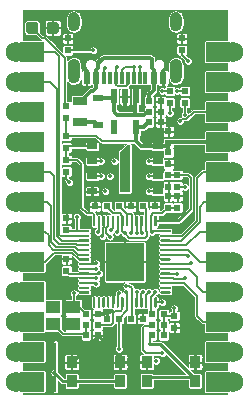
<source format=gbr>
%TF.GenerationSoftware,KiCad,Pcbnew,(5.1.10-6-gecec324121)-1*%
%TF.CreationDate,2021-07-07T13:29:09-07:00*%
%TF.ProjectId,SparkFun_ProMicro-RP2040,53706172-6b46-4756-9e5f-50726f4d6963,rev?*%
%TF.SameCoordinates,Original*%
%TF.FileFunction,Copper,L1,Top*%
%TF.FilePolarity,Positive*%
%FSLAX46Y46*%
G04 Gerber Fmt 4.6, Leading zero omitted, Abs format (unit mm)*
G04 Created by KiCad (PCBNEW (5.1.10-6-gecec324121)-1) date 2021-07-07 13:29:09*
%MOMM*%
%LPD*%
G01*
G04 APERTURE LIST*
%TA.AperFunction,EtchedComponent*%
%ADD10C,0.100000*%
%TD*%
%TA.AperFunction,SMDPad,CuDef*%
%ADD11R,0.600000X0.600000*%
%TD*%
%TA.AperFunction,SMDPad,CuDef*%
%ADD12R,1.200000X0.800000*%
%TD*%
%TA.AperFunction,SMDPad,CuDef*%
%ADD13R,0.830000X0.630000*%
%TD*%
%TA.AperFunction,SMDPad,CuDef*%
%ADD14R,0.550000X1.200000*%
%TD*%
%TA.AperFunction,SMDPad,CuDef*%
%ADD15R,0.900000X1.000000*%
%TD*%
%TA.AperFunction,ComponentPad*%
%ADD16C,1.750000*%
%TD*%
%TA.AperFunction,ComponentPad*%
%ADD17C,1.016000*%
%TD*%
%TA.AperFunction,ComponentPad*%
%ADD18O,0.600000X1.200000*%
%TD*%
%TA.AperFunction,SMDPad,CuDef*%
%ADD19R,0.300000X1.000000*%
%TD*%
%TA.AperFunction,SMDPad,CuDef*%
%ADD20R,0.600000X1.000000*%
%TD*%
%TA.AperFunction,SMDPad,CuDef*%
%ADD21R,3.200000X3.200000*%
%TD*%
%TA.AperFunction,SMDPad,CuDef*%
%ADD22R,1.200000X1.100000*%
%TD*%
%TA.AperFunction,SMDPad,CuDef*%
%ADD23R,0.850000X0.500000*%
%TD*%
%TA.AperFunction,ViaPad*%
%ADD24C,0.352400*%
%TD*%
%TA.AperFunction,Conductor*%
%ADD25C,0.304800*%
%TD*%
%TA.AperFunction,Conductor*%
%ADD26C,0.127000*%
%TD*%
%TA.AperFunction,Conductor*%
%ADD27C,0.203200*%
%TD*%
%TA.AperFunction,Conductor*%
%ADD28C,0.250000*%
%TD*%
%TA.AperFunction,Conductor*%
%ADD29C,0.050800*%
%TD*%
%TA.AperFunction,Conductor*%
%ADD30C,0.100000*%
%TD*%
G04 APERTURE END LIST*
D10*
%TO.C,J3*%
G36*
X139611100Y-119418100D02*
G01*
X141643100Y-119418100D01*
X141643100Y-120243600D01*
X141643100Y-121069100D01*
X139611100Y-121069100D01*
X139611100Y-119418100D01*
G37*
G36*
X139611100Y-116878100D02*
G01*
X141643100Y-116878100D01*
X141643100Y-117703600D01*
X141643100Y-118529100D01*
X139611100Y-118529100D01*
X139611100Y-116878100D01*
G37*
G36*
X139611100Y-111798100D02*
G01*
X141643100Y-111798100D01*
X141643100Y-112623600D01*
X141643100Y-113449100D01*
X139611100Y-113449100D01*
X139611100Y-111798100D01*
G37*
G36*
X139611100Y-114338100D02*
G01*
X141643100Y-114338100D01*
X141643100Y-115163600D01*
X141643100Y-115989100D01*
X139611100Y-115989100D01*
X139611100Y-114338100D01*
G37*
G36*
X139611100Y-109258100D02*
G01*
X141643100Y-109258100D01*
X141643100Y-110083600D01*
X141643100Y-110909100D01*
X139611100Y-110909100D01*
X139611100Y-109258100D01*
G37*
G36*
X139611100Y-91478100D02*
G01*
X141643100Y-91478100D01*
X141643100Y-92303600D01*
X141643100Y-93129100D01*
X139611100Y-93129100D01*
X139611100Y-91478100D01*
G37*
G36*
X139611100Y-99098100D02*
G01*
X141643100Y-99098100D01*
X141643100Y-99923600D01*
X141643100Y-100749100D01*
X139611100Y-100749100D01*
X139611100Y-99098100D01*
G37*
G36*
X139611100Y-94018100D02*
G01*
X141643100Y-94018100D01*
X141643100Y-94843600D01*
X141643100Y-95669100D01*
X139611100Y-95669100D01*
X139611100Y-94018100D01*
G37*
G36*
X139611100Y-96558100D02*
G01*
X141643100Y-96558100D01*
X141643100Y-97383600D01*
X141643100Y-98209100D01*
X139611100Y-98209100D01*
X139611100Y-96558100D01*
G37*
G36*
X139611100Y-106718100D02*
G01*
X141643100Y-106718100D01*
X141643100Y-107543600D01*
X141643100Y-108369100D01*
X139611100Y-108369100D01*
X139611100Y-106718100D01*
G37*
G36*
X139611100Y-101638100D02*
G01*
X141643100Y-101638100D01*
X141643100Y-102463600D01*
X141643100Y-103289100D01*
X139611100Y-103289100D01*
X139611100Y-101638100D01*
G37*
G36*
X139611100Y-104178100D02*
G01*
X141643100Y-104178100D01*
X141643100Y-105003600D01*
X141643100Y-105829100D01*
X139611100Y-105829100D01*
X139611100Y-104178100D01*
G37*
%TO.C,J4*%
G36*
X157391100Y-93129100D02*
G01*
X155359100Y-93129100D01*
X155359100Y-92303600D01*
X155359100Y-91478100D01*
X157391100Y-91478100D01*
X157391100Y-93129100D01*
G37*
G36*
X157391100Y-95669100D02*
G01*
X155359100Y-95669100D01*
X155359100Y-94843600D01*
X155359100Y-94018100D01*
X157391100Y-94018100D01*
X157391100Y-95669100D01*
G37*
G36*
X157391100Y-100749100D02*
G01*
X155359100Y-100749100D01*
X155359100Y-99923600D01*
X155359100Y-99098100D01*
X157391100Y-99098100D01*
X157391100Y-100749100D01*
G37*
G36*
X157391100Y-98209100D02*
G01*
X155359100Y-98209100D01*
X155359100Y-97383600D01*
X155359100Y-96558100D01*
X157391100Y-96558100D01*
X157391100Y-98209100D01*
G37*
G36*
X157391100Y-103289100D02*
G01*
X155359100Y-103289100D01*
X155359100Y-102463600D01*
X155359100Y-101638100D01*
X157391100Y-101638100D01*
X157391100Y-103289100D01*
G37*
G36*
X157391100Y-121069100D02*
G01*
X155359100Y-121069100D01*
X155359100Y-120243600D01*
X155359100Y-119418100D01*
X157391100Y-119418100D01*
X157391100Y-121069100D01*
G37*
G36*
X157391100Y-113449100D02*
G01*
X155359100Y-113449100D01*
X155359100Y-112623600D01*
X155359100Y-111798100D01*
X157391100Y-111798100D01*
X157391100Y-113449100D01*
G37*
G36*
X157391100Y-118529100D02*
G01*
X155359100Y-118529100D01*
X155359100Y-117703600D01*
X155359100Y-116878100D01*
X157391100Y-116878100D01*
X157391100Y-118529100D01*
G37*
G36*
X157391100Y-115989100D02*
G01*
X155359100Y-115989100D01*
X155359100Y-115163600D01*
X155359100Y-114338100D01*
X157391100Y-114338100D01*
X157391100Y-115989100D01*
G37*
G36*
X157391100Y-105829100D02*
G01*
X155359100Y-105829100D01*
X155359100Y-105003600D01*
X155359100Y-104178100D01*
X157391100Y-104178100D01*
X157391100Y-105829100D01*
G37*
G36*
X157391100Y-110909100D02*
G01*
X155359100Y-110909100D01*
X155359100Y-110083600D01*
X155359100Y-109258100D01*
X157391100Y-109258100D01*
X157391100Y-110909100D01*
G37*
G36*
X157391100Y-108369100D02*
G01*
X155359100Y-108369100D01*
X155359100Y-107543600D01*
X155359100Y-106718100D01*
X157391100Y-106718100D01*
X157391100Y-108369100D01*
G37*
%TO.C,J5*%
G36*
X143683100Y-90048600D02*
G01*
X143683100Y-89448600D01*
X143707572Y-89294092D01*
X143778592Y-89154707D01*
X143889207Y-89044092D01*
X144183100Y-88948600D01*
X144337608Y-88973072D01*
X144476993Y-89044092D01*
X144587608Y-89154707D01*
X144683100Y-89448600D01*
X144683100Y-90048600D01*
X144658628Y-90203108D01*
X144587608Y-90342493D01*
X144476993Y-90453108D01*
X144183100Y-90548600D01*
X144028592Y-90524128D01*
X143889207Y-90453108D01*
X143778592Y-90342493D01*
X143683100Y-90048600D01*
G37*
G36*
X152819100Y-88948600D02*
G01*
X152973608Y-88973072D01*
X153112993Y-89044092D01*
X153223608Y-89154707D01*
X153319100Y-89448600D01*
X153319100Y-90048600D01*
X153294628Y-90203108D01*
X153223608Y-90342493D01*
X153112993Y-90453108D01*
X152819100Y-90548600D01*
X152664592Y-90524128D01*
X152525207Y-90453108D01*
X152414592Y-90342493D01*
X152319100Y-90048600D01*
X152319100Y-89448600D01*
X152343572Y-89294092D01*
X152414592Y-89154707D01*
X152525207Y-89044092D01*
X152819100Y-88948600D01*
G37*
G36*
X143683100Y-94478600D02*
G01*
X143683100Y-93378600D01*
X143707572Y-93224092D01*
X143778592Y-93084707D01*
X143889207Y-92974092D01*
X144183100Y-92878600D01*
X144337608Y-92903072D01*
X144476993Y-92974092D01*
X144587608Y-93084707D01*
X144683100Y-93378600D01*
X144683100Y-94478600D01*
X144658628Y-94633108D01*
X144587608Y-94772493D01*
X144476993Y-94883108D01*
X144183100Y-94978600D01*
X144028592Y-94954128D01*
X143889207Y-94883108D01*
X143778592Y-94772493D01*
X143683100Y-94478600D01*
G37*
G36*
X152319100Y-94478600D02*
G01*
X152319100Y-93378600D01*
X152343572Y-93224092D01*
X152414592Y-93084707D01*
X152525207Y-92974092D01*
X152819100Y-92878600D01*
X152973608Y-92903072D01*
X153112993Y-92974092D01*
X153223608Y-93084707D01*
X153319100Y-93378600D01*
X153319100Y-94478600D01*
X153294628Y-94633108D01*
X153223608Y-94772493D01*
X153112993Y-94883108D01*
X152819100Y-94978600D01*
X152664592Y-94954128D01*
X152525207Y-94883108D01*
X152414592Y-94772493D01*
X152319100Y-94478600D01*
G37*
%TO.C,U4*%
G36*
X148071100Y-100809600D02*
G01*
X148671100Y-100209600D01*
X148931100Y-100209600D01*
X148931100Y-104209600D01*
X148071100Y-104209600D01*
X148071100Y-100809600D01*
G37*
%TD*%
D11*
%TO.P,R11,2*%
%TO.N,3.3V*%
X143548100Y-97883600D03*
%TO.P,R11,1*%
%TO.N,Net-(LED1-PadA)*%
X143548100Y-96883600D03*
%TD*%
%TO.P,LED1,A*%
%TO.N,Net-(LED1-PadA)*%
%TA.AperFunction,SMDPad,CuDef*%
G36*
G01*
X140289100Y-89771600D02*
X140989100Y-89771600D01*
G75*
G02*
X141139100Y-89921600I0J-150000D01*
G01*
X141139100Y-90621600D01*
G75*
G02*
X140989100Y-90771600I-150000J0D01*
G01*
X140289100Y-90771600D01*
G75*
G02*
X140139100Y-90621600I0J150000D01*
G01*
X140139100Y-89921600D01*
G75*
G02*
X140289100Y-89771600I150000J0D01*
G01*
G37*
%TD.AperFunction*%
%TO.P,LED1,C*%
%TO.N,GND*%
%TA.AperFunction,SMDPad,CuDef*%
G36*
G01*
X142043100Y-89771600D02*
X142743100Y-89771600D01*
G75*
G02*
X142893100Y-89921600I0J-150000D01*
G01*
X142893100Y-90621600D01*
G75*
G02*
X142743100Y-90771600I-150000J0D01*
G01*
X142043100Y-90771600D01*
G75*
G02*
X141893100Y-90621600I0J150000D01*
G01*
X141893100Y-89921600D01*
G75*
G02*
X142043100Y-89771600I150000J0D01*
G01*
G37*
%TD.AperFunction*%
%TD*%
%TO.P,R2,2*%
%TO.N,3.3V*%
X151795100Y-116306600D03*
%TO.P,R2,1*%
%TO.N,/~RESET~*%
X150795100Y-116306600D03*
%TD*%
%TO.P,C6,2*%
%TO.N,V_USB*%
X150541100Y-96494600D03*
%TO.P,C6,1*%
%TO.N,GND*%
X151541100Y-96494600D03*
%TD*%
D12*
%TO.P,F1,2*%
%TO.N,Net-(D2-PadA)*%
X144691100Y-98283600D03*
%TO.P,F1,1*%
%TO.N,V_USB*%
X144691100Y-96483600D03*
%TD*%
D13*
%TO.P,D2,A*%
%TO.N,Net-(D2-PadA)*%
X146215100Y-98533600D03*
%TO.P,D2,C*%
%TO.N,/RAW*%
X146215100Y-96233600D03*
%TD*%
D14*
%TO.P,U1,5*%
%TO.N,3.3V*%
X149451100Y-98683700D03*
%TO.P,U1,4*%
%TO.N,N/C*%
X147551100Y-98683700D03*
%TO.P,U1,3*%
%TO.N,/RAW*%
X147551100Y-96083500D03*
%TO.P,U1,2*%
%TO.N,GND*%
X148501100Y-96083500D03*
%TO.P,U1,1*%
%TO.N,/RAW*%
X149451100Y-96083500D03*
%TD*%
D11*
%TO.P,R1,2*%
%TO.N,Net-(J5-PadB5)*%
X143675100Y-92168600D03*
%TO.P,R1,1*%
%TO.N,GND*%
X143675100Y-91168600D03*
%TD*%
%TO.P,R3,2*%
%TO.N,Net-(J5-PadA5)*%
X153327100Y-92168600D03*
%TO.P,R3,1*%
%TO.N,GND*%
X153327100Y-91168600D03*
%TD*%
%TO.P,C7,2*%
%TO.N,/RAW*%
X150541100Y-97383600D03*
%TO.P,C7,1*%
%TO.N,GND*%
X151541100Y-97383600D03*
%TD*%
%TO.P,C8,2*%
%TO.N,3.3V*%
X150541100Y-98272600D03*
%TO.P,C8,1*%
%TO.N,GND*%
X151541100Y-98272600D03*
%TD*%
D15*
%TO.P,S1,4*%
%TO.N,/~RESET~*%
X154450000Y-120180000D03*
%TO.P,S1,1*%
%TO.N,GND*%
X154450000Y-118580000D03*
%TO.P,S1,2*%
X150350000Y-118580000D03*
%TO.P,S1,3*%
%TO.N,/~RESET~*%
X150350000Y-120180000D03*
%TD*%
D16*
%TO.P,J3,1B*%
%TO.N,/9/RX1*%
X139311100Y-120243600D03*
%TO.P,J3,2B*%
%TO.N,/8/TX1*%
X139311100Y-117703600D03*
%TO.P,J3,3B*%
%TO.N,/7*%
X139311100Y-115163600D03*
%TO.P,J3,4B*%
%TO.N,/6*%
X139311100Y-112623600D03*
%TO.P,J3,5B*%
%TO.N,/5*%
X139311100Y-110083600D03*
%TO.P,J3,6B*%
%TO.N,/4*%
X139311100Y-107543600D03*
%TO.P,J3,7B*%
%TO.N,/3*%
X139311100Y-105003600D03*
%TO.P,J3,8B*%
%TO.N,/2*%
X139311100Y-102463600D03*
%TO.P,J3,9B*%
%TO.N,GND*%
X139311100Y-99923600D03*
%TO.P,J3,10B*%
X139311100Y-97383600D03*
%TO.P,J3,11B*%
%TO.N,/1/RX0*%
X139311100Y-94843600D03*
%TO.P,J3,12B*%
%TO.N,/0/TX0*%
X139311100Y-92303600D03*
D17*
%TO.P,J3,1*%
%TO.N,/9/RX1*%
X140881100Y-120243600D03*
%TO.P,J3,2*%
%TO.N,/8/TX1*%
X140881100Y-117703600D03*
%TO.P,J3,4*%
%TO.N,/6*%
X140881100Y-112623600D03*
%TO.P,J3,3*%
%TO.N,/7*%
X140881100Y-115163600D03*
%TO.P,J3,5*%
%TO.N,/5*%
X140881100Y-110083600D03*
%TO.P,J3,12*%
%TO.N,/0/TX0*%
X140881100Y-92303600D03*
%TO.P,J3,9*%
%TO.N,GND*%
X140881100Y-99923600D03*
%TO.P,J3,11*%
%TO.N,/1/RX0*%
X140881100Y-94843600D03*
%TO.P,J3,10*%
%TO.N,GND*%
X140881100Y-97383600D03*
%TO.P,J3,6*%
%TO.N,/4*%
X140881100Y-107543600D03*
%TO.P,J3,8*%
%TO.N,/2*%
X140881100Y-102463600D03*
%TO.P,J3,7*%
%TO.N,/3*%
X140881100Y-105003600D03*
%TD*%
D16*
%TO.P,J4,1B*%
%TO.N,/RAW*%
X157691100Y-92303600D03*
%TO.P,J4,2B*%
%TO.N,GND*%
X157691100Y-94843600D03*
%TO.P,J4,3B*%
%TO.N,/~RESET~*%
X157691100Y-97383600D03*
%TO.P,J4,4B*%
%TO.N,3.3V*%
X157691100Y-99923600D03*
%TO.P,J4,5B*%
%TO.N,/A3*%
X157691100Y-102463600D03*
%TO.P,J4,6B*%
%TO.N,/A2*%
X157691100Y-105003600D03*
%TO.P,J4,7B*%
%TO.N,/A1*%
X157691100Y-107543600D03*
%TO.P,J4,8B*%
%TO.N,/A0*%
X157691100Y-110083600D03*
%TO.P,J4,9B*%
%TO.N,/22/SPI_SCK*%
X157691100Y-112623600D03*
%TO.P,J4,10B*%
%TO.N,/20/SPI_CIPO*%
X157691100Y-115163600D03*
%TO.P,J4,11B*%
%TO.N,/23/SPI_COPI*%
X157691100Y-117703600D03*
%TO.P,J4,12B*%
%TO.N,/21/SPI_~CS~*%
X157691100Y-120243600D03*
D17*
%TO.P,J4,1*%
%TO.N,/RAW*%
X156121100Y-92303600D03*
%TO.P,J4,2*%
%TO.N,GND*%
X156121100Y-94843600D03*
%TO.P,J4,4*%
%TO.N,3.3V*%
X156121100Y-99923600D03*
%TO.P,J4,3*%
%TO.N,/~RESET~*%
X156121100Y-97383600D03*
%TO.P,J4,5*%
%TO.N,/A3*%
X156121100Y-102463600D03*
%TO.P,J4,12*%
%TO.N,/21/SPI_~CS~*%
X156121100Y-120243600D03*
%TO.P,J4,9*%
%TO.N,/22/SPI_SCK*%
X156121100Y-112623600D03*
%TO.P,J4,11*%
%TO.N,/23/SPI_COPI*%
X156121100Y-117703600D03*
%TO.P,J4,10*%
%TO.N,/20/SPI_CIPO*%
X156121100Y-115163600D03*
%TO.P,J4,6*%
%TO.N,/A2*%
X156121100Y-105003600D03*
%TO.P,J4,8*%
%TO.N,/A0*%
X156121100Y-110083600D03*
%TO.P,J4,7*%
%TO.N,/A1*%
X156121100Y-107543600D03*
%TD*%
D11*
%TO.P,R5,2*%
%TO.N,3.3V*%
X151795100Y-114528600D03*
%TO.P,R5,1*%
%TO.N,/16/SDA*%
X150795100Y-114528600D03*
%TD*%
%TO.P,R7,2*%
%TO.N,3.3V*%
X151795100Y-115417600D03*
%TO.P,R7,1*%
%TO.N,/17/SCL*%
X150795100Y-115417600D03*
%TD*%
D18*
%TO.P,J5,SHLD1*%
%TO.N,Net-(J5-PadSHLD1)*%
X152819100Y-93928600D03*
%TO.P,J5,SHLD2*%
X144183100Y-93928600D03*
%TO.P,J5,SHLD4*%
X144183100Y-89748600D03*
%TO.P,J5,SHLD3*%
X152819100Y-89748600D03*
D19*
%TO.P,J5,A5*%
%TO.N,Net-(J5-PadA5)*%
X149751100Y-94503600D03*
%TO.P,J5,B8*%
%TO.N,N/C*%
X150251100Y-94503600D03*
D20*
%TO.P,J5,VBUS1*%
%TO.N,V_USB*%
X150951100Y-94503600D03*
%TO.P,J5,GND*%
%TO.N,GND*%
X151726100Y-94503600D03*
D19*
%TO.P,J5,A6*%
%TO.N,/RP_D+*%
X148751100Y-94503600D03*
%TO.P,J5,B7*%
%TO.N,/RP_D-*%
X149251100Y-94503600D03*
%TO.P,J5,A8*%
%TO.N,N/C*%
X147251100Y-94503600D03*
%TO.P,J5,B5*%
%TO.N,Net-(J5-PadB5)*%
X146751100Y-94503600D03*
D20*
%TO.P,J5,VBUS2*%
%TO.N,V_USB*%
X146051100Y-94503600D03*
%TO.P,J5,GND2*%
%TO.N,GND*%
X145276100Y-94503600D03*
D19*
%TO.P,J5,A7*%
%TO.N,/RP_D-*%
X148251100Y-94503600D03*
%TO.P,J5,B6*%
%TO.N,/RP_D+*%
X147751100Y-94503600D03*
%TD*%
D11*
%TO.P,C11,2*%
%TO.N,Net-(C11-Pad2)*%
X145207100Y-116306600D03*
%TO.P,C11,1*%
%TO.N,GND*%
X146207100Y-116306600D03*
%TD*%
%TO.P,C13,2*%
%TO.N,Net-(C13-Pad2)*%
X145207100Y-114528600D03*
%TO.P,C13,1*%
%TO.N,GND*%
X146207100Y-114528600D03*
%TD*%
%TO.P,U2,56*%
%TO.N,/QSPI-CS*%
%TA.AperFunction,SMDPad,CuDef*%
G36*
G01*
X145841100Y-106209600D02*
X145961100Y-106209600D01*
G75*
G02*
X146001100Y-106249600I0J-40000D01*
G01*
X146001100Y-107044600D01*
G75*
G02*
X145961100Y-107084600I-40000J0D01*
G01*
X145841100Y-107084600D01*
G75*
G02*
X145801100Y-107044600I0J40000D01*
G01*
X145801100Y-106249600D01*
G75*
G02*
X145841100Y-106209600I40000J0D01*
G01*
G37*
%TD.AperFunction*%
%TO.P,U2,55*%
%TO.N,/QSPI-1*%
%TA.AperFunction,SMDPad,CuDef*%
G36*
G01*
X146361100Y-107084600D02*
X146241100Y-107084600D01*
G75*
G02*
X146201100Y-107044600I0J40000D01*
G01*
X146201100Y-106249600D01*
G75*
G02*
X146241100Y-106209600I40000J0D01*
G01*
X146361100Y-106209600D01*
G75*
G02*
X146401100Y-106249600I0J-40000D01*
G01*
X146401100Y-107044600D01*
G75*
G02*
X146361100Y-107084600I-40000J0D01*
G01*
G37*
%TD.AperFunction*%
%TO.P,U2,54*%
%TO.N,/QSPI-2*%
%TA.AperFunction,SMDPad,CuDef*%
G36*
G01*
X146761100Y-107084600D02*
X146641100Y-107084600D01*
G75*
G02*
X146601100Y-107044600I0J40000D01*
G01*
X146601100Y-106249600D01*
G75*
G02*
X146641100Y-106209600I40000J0D01*
G01*
X146761100Y-106209600D01*
G75*
G02*
X146801100Y-106249600I0J-40000D01*
G01*
X146801100Y-107044600D01*
G75*
G02*
X146761100Y-107084600I-40000J0D01*
G01*
G37*
%TD.AperFunction*%
%TO.P,U2,53*%
%TO.N,/QSPI-0*%
%TA.AperFunction,SMDPad,CuDef*%
G36*
G01*
X147161100Y-107084600D02*
X147041100Y-107084600D01*
G75*
G02*
X147001100Y-107044600I0J40000D01*
G01*
X147001100Y-106249600D01*
G75*
G02*
X147041100Y-106209600I40000J0D01*
G01*
X147161100Y-106209600D01*
G75*
G02*
X147201100Y-106249600I0J-40000D01*
G01*
X147201100Y-107044600D01*
G75*
G02*
X147161100Y-107084600I-40000J0D01*
G01*
G37*
%TD.AperFunction*%
%TO.P,U2,52*%
%TO.N,/QSPI-CLK*%
%TA.AperFunction,SMDPad,CuDef*%
G36*
G01*
X147561100Y-107084600D02*
X147441100Y-107084600D01*
G75*
G02*
X147401100Y-107044600I0J40000D01*
G01*
X147401100Y-106249600D01*
G75*
G02*
X147441100Y-106209600I40000J0D01*
G01*
X147561100Y-106209600D01*
G75*
G02*
X147601100Y-106249600I0J-40000D01*
G01*
X147601100Y-107044600D01*
G75*
G02*
X147561100Y-107084600I-40000J0D01*
G01*
G37*
%TD.AperFunction*%
%TO.P,U2,51*%
%TO.N,/QSPI-3*%
%TA.AperFunction,SMDPad,CuDef*%
G36*
G01*
X147961100Y-107084600D02*
X147841100Y-107084600D01*
G75*
G02*
X147801100Y-107044600I0J40000D01*
G01*
X147801100Y-106249600D01*
G75*
G02*
X147841100Y-106209600I40000J0D01*
G01*
X147961100Y-106209600D01*
G75*
G02*
X148001100Y-106249600I0J-40000D01*
G01*
X148001100Y-107044600D01*
G75*
G02*
X147961100Y-107084600I-40000J0D01*
G01*
G37*
%TD.AperFunction*%
%TO.P,U2,50*%
%TO.N,1.1V*%
%TA.AperFunction,SMDPad,CuDef*%
G36*
G01*
X148361100Y-107084600D02*
X148241100Y-107084600D01*
G75*
G02*
X148201100Y-107044600I0J40000D01*
G01*
X148201100Y-106249600D01*
G75*
G02*
X148241100Y-106209600I40000J0D01*
G01*
X148361100Y-106209600D01*
G75*
G02*
X148401100Y-106249600I0J-40000D01*
G01*
X148401100Y-107044600D01*
G75*
G02*
X148361100Y-107084600I-40000J0D01*
G01*
G37*
%TD.AperFunction*%
%TO.P,U2,49*%
%TO.N,3.3V*%
%TA.AperFunction,SMDPad,CuDef*%
G36*
G01*
X148641100Y-106209600D02*
X148761100Y-106209600D01*
G75*
G02*
X148801100Y-106249600I0J-40000D01*
G01*
X148801100Y-107044600D01*
G75*
G02*
X148761100Y-107084600I-40000J0D01*
G01*
X148641100Y-107084600D01*
G75*
G02*
X148601100Y-107044600I0J40000D01*
G01*
X148601100Y-106249600D01*
G75*
G02*
X148641100Y-106209600I40000J0D01*
G01*
G37*
%TD.AperFunction*%
%TO.P,U2,48*%
%TA.AperFunction,SMDPad,CuDef*%
G36*
G01*
X149161100Y-107084600D02*
X149041100Y-107084600D01*
G75*
G02*
X149001100Y-107044600I0J40000D01*
G01*
X149001100Y-106249600D01*
G75*
G02*
X149041100Y-106209600I40000J0D01*
G01*
X149161100Y-106209600D01*
G75*
G02*
X149201100Y-106249600I0J-40000D01*
G01*
X149201100Y-107044600D01*
G75*
G02*
X149161100Y-107084600I-40000J0D01*
G01*
G37*
%TD.AperFunction*%
%TO.P,U2,47*%
%TO.N,Net-(R13-Pad2)*%
%TA.AperFunction,SMDPad,CuDef*%
G36*
G01*
X149561100Y-107084600D02*
X149441100Y-107084600D01*
G75*
G02*
X149401100Y-107044600I0J40000D01*
G01*
X149401100Y-106249600D01*
G75*
G02*
X149441100Y-106209600I40000J0D01*
G01*
X149561100Y-106209600D01*
G75*
G02*
X149601100Y-106249600I0J-40000D01*
G01*
X149601100Y-107044600D01*
G75*
G02*
X149561100Y-107084600I-40000J0D01*
G01*
G37*
%TD.AperFunction*%
%TO.P,U2,46*%
%TO.N,Net-(R12-Pad2)*%
%TA.AperFunction,SMDPad,CuDef*%
G36*
G01*
X149961100Y-107084600D02*
X149841100Y-107084600D01*
G75*
G02*
X149801100Y-107044600I0J40000D01*
G01*
X149801100Y-106249600D01*
G75*
G02*
X149841100Y-106209600I40000J0D01*
G01*
X149961100Y-106209600D01*
G75*
G02*
X150001100Y-106249600I0J-40000D01*
G01*
X150001100Y-107044600D01*
G75*
G02*
X149961100Y-107084600I-40000J0D01*
G01*
G37*
%TD.AperFunction*%
%TO.P,U2,45*%
%TO.N,1.1V*%
%TA.AperFunction,SMDPad,CuDef*%
G36*
G01*
X150361100Y-107084600D02*
X150241100Y-107084600D01*
G75*
G02*
X150201100Y-107044600I0J40000D01*
G01*
X150201100Y-106249600D01*
G75*
G02*
X150241100Y-106209600I40000J0D01*
G01*
X150361100Y-106209600D01*
G75*
G02*
X150401100Y-106249600I0J-40000D01*
G01*
X150401100Y-107044600D01*
G75*
G02*
X150361100Y-107084600I-40000J0D01*
G01*
G37*
%TD.AperFunction*%
%TO.P,U2,44*%
%TO.N,3.3V*%
%TA.AperFunction,SMDPad,CuDef*%
G36*
G01*
X150761100Y-107084600D02*
X150641100Y-107084600D01*
G75*
G02*
X150601100Y-107044600I0J40000D01*
G01*
X150601100Y-106249600D01*
G75*
G02*
X150641100Y-106209600I40000J0D01*
G01*
X150761100Y-106209600D01*
G75*
G02*
X150801100Y-106249600I0J-40000D01*
G01*
X150801100Y-107044600D01*
G75*
G02*
X150761100Y-107084600I-40000J0D01*
G01*
G37*
%TD.AperFunction*%
%TO.P,U2,43*%
%TO.N,Net-(C22-Pad1)*%
%TA.AperFunction,SMDPad,CuDef*%
G36*
G01*
X151161100Y-107084600D02*
X151041100Y-107084600D01*
G75*
G02*
X151001100Y-107044600I0J40000D01*
G01*
X151001100Y-106249600D01*
G75*
G02*
X151041100Y-106209600I40000J0D01*
G01*
X151161100Y-106209600D01*
G75*
G02*
X151201100Y-106249600I0J-40000D01*
G01*
X151201100Y-107044600D01*
G75*
G02*
X151161100Y-107084600I-40000J0D01*
G01*
G37*
%TD.AperFunction*%
%TO.P,U2,42*%
%TO.N,3.3V*%
%TA.AperFunction,SMDPad,CuDef*%
G36*
G01*
X152375100Y-107423600D02*
X152375100Y-107543600D01*
G75*
G02*
X152335100Y-107583600I-40000J0D01*
G01*
X151540100Y-107583600D01*
G75*
G02*
X151500100Y-107543600I0J40000D01*
G01*
X151500100Y-107423600D01*
G75*
G02*
X151540100Y-107383600I40000J0D01*
G01*
X152335100Y-107383600D01*
G75*
G02*
X152375100Y-107423600I0J-40000D01*
G01*
G37*
%TD.AperFunction*%
%TO.P,U2,41*%
%TO.N,/A3*%
%TA.AperFunction,SMDPad,CuDef*%
G36*
G01*
X151500100Y-107943600D02*
X151500100Y-107823600D01*
G75*
G02*
X151540100Y-107783600I40000J0D01*
G01*
X152335100Y-107783600D01*
G75*
G02*
X152375100Y-107823600I0J-40000D01*
G01*
X152375100Y-107943600D01*
G75*
G02*
X152335100Y-107983600I-40000J0D01*
G01*
X151540100Y-107983600D01*
G75*
G02*
X151500100Y-107943600I0J40000D01*
G01*
G37*
%TD.AperFunction*%
%TO.P,U2,40*%
%TO.N,/A2*%
%TA.AperFunction,SMDPad,CuDef*%
G36*
G01*
X151500100Y-108343600D02*
X151500100Y-108223600D01*
G75*
G02*
X151540100Y-108183600I40000J0D01*
G01*
X152335100Y-108183600D01*
G75*
G02*
X152375100Y-108223600I0J-40000D01*
G01*
X152375100Y-108343600D01*
G75*
G02*
X152335100Y-108383600I-40000J0D01*
G01*
X151540100Y-108383600D01*
G75*
G02*
X151500100Y-108343600I0J40000D01*
G01*
G37*
%TD.AperFunction*%
%TO.P,U2,39*%
%TO.N,/A1*%
%TA.AperFunction,SMDPad,CuDef*%
G36*
G01*
X151500100Y-108743600D02*
X151500100Y-108623600D01*
G75*
G02*
X151540100Y-108583600I40000J0D01*
G01*
X152335100Y-108583600D01*
G75*
G02*
X152375100Y-108623600I0J-40000D01*
G01*
X152375100Y-108743600D01*
G75*
G02*
X152335100Y-108783600I-40000J0D01*
G01*
X151540100Y-108783600D01*
G75*
G02*
X151500100Y-108743600I0J40000D01*
G01*
G37*
%TD.AperFunction*%
%TO.P,U2,38*%
%TO.N,/A0*%
%TA.AperFunction,SMDPad,CuDef*%
G36*
G01*
X151500100Y-109143600D02*
X151500100Y-109023600D01*
G75*
G02*
X151540100Y-108983600I40000J0D01*
G01*
X152335100Y-108983600D01*
G75*
G02*
X152375100Y-109023600I0J-40000D01*
G01*
X152375100Y-109143600D01*
G75*
G02*
X152335100Y-109183600I-40000J0D01*
G01*
X151540100Y-109183600D01*
G75*
G02*
X151500100Y-109143600I0J40000D01*
G01*
G37*
%TD.AperFunction*%
%TO.P,U2,37*%
%TO.N,N/C*%
%TA.AperFunction,SMDPad,CuDef*%
G36*
G01*
X151500100Y-109543600D02*
X151500100Y-109423600D01*
G75*
G02*
X151540100Y-109383600I40000J0D01*
G01*
X152335100Y-109383600D01*
G75*
G02*
X152375100Y-109423600I0J-40000D01*
G01*
X152375100Y-109543600D01*
G75*
G02*
X152335100Y-109583600I-40000J0D01*
G01*
X151540100Y-109583600D01*
G75*
G02*
X151500100Y-109543600I0J40000D01*
G01*
G37*
%TD.AperFunction*%
%TO.P,U2,36*%
%TA.AperFunction,SMDPad,CuDef*%
G36*
G01*
X151500100Y-109943600D02*
X151500100Y-109823600D01*
G75*
G02*
X151540100Y-109783600I40000J0D01*
G01*
X152335100Y-109783600D01*
G75*
G02*
X152375100Y-109823600I0J-40000D01*
G01*
X152375100Y-109943600D01*
G75*
G02*
X152335100Y-109983600I-40000J0D01*
G01*
X151540100Y-109983600D01*
G75*
G02*
X151500100Y-109943600I0J40000D01*
G01*
G37*
%TD.AperFunction*%
%TO.P,U2,35*%
%TO.N,/23/SPI_COPI*%
%TA.AperFunction,SMDPad,CuDef*%
G36*
G01*
X152375100Y-110223600D02*
X152375100Y-110343600D01*
G75*
G02*
X152335100Y-110383600I-40000J0D01*
G01*
X151540100Y-110383600D01*
G75*
G02*
X151500100Y-110343600I0J40000D01*
G01*
X151500100Y-110223600D01*
G75*
G02*
X151540100Y-110183600I40000J0D01*
G01*
X152335100Y-110183600D01*
G75*
G02*
X152375100Y-110223600I0J-40000D01*
G01*
G37*
%TD.AperFunction*%
%TO.P,U2,34*%
%TO.N,/22/SPI_SCK*%
%TA.AperFunction,SMDPad,CuDef*%
G36*
G01*
X151500100Y-110743600D02*
X151500100Y-110623600D01*
G75*
G02*
X151540100Y-110583600I40000J0D01*
G01*
X152335100Y-110583600D01*
G75*
G02*
X152375100Y-110623600I0J-40000D01*
G01*
X152375100Y-110743600D01*
G75*
G02*
X152335100Y-110783600I-40000J0D01*
G01*
X151540100Y-110783600D01*
G75*
G02*
X151500100Y-110743600I0J40000D01*
G01*
G37*
%TD.AperFunction*%
%TO.P,U2,33*%
%TO.N,3.3V*%
%TA.AperFunction,SMDPad,CuDef*%
G36*
G01*
X151500100Y-111143600D02*
X151500100Y-111023600D01*
G75*
G02*
X151540100Y-110983600I40000J0D01*
G01*
X152335100Y-110983600D01*
G75*
G02*
X152375100Y-111023600I0J-40000D01*
G01*
X152375100Y-111143600D01*
G75*
G02*
X152335100Y-111183600I-40000J0D01*
G01*
X151540100Y-111183600D01*
G75*
G02*
X151500100Y-111143600I0J40000D01*
G01*
G37*
%TD.AperFunction*%
%TO.P,U2,32*%
%TO.N,/21/SPI_~CS~*%
%TA.AperFunction,SMDPad,CuDef*%
G36*
G01*
X151500100Y-111543600D02*
X151500100Y-111423600D01*
G75*
G02*
X151540100Y-111383600I40000J0D01*
G01*
X152335100Y-111383600D01*
G75*
G02*
X152375100Y-111423600I0J-40000D01*
G01*
X152375100Y-111543600D01*
G75*
G02*
X152335100Y-111583600I-40000J0D01*
G01*
X151540100Y-111583600D01*
G75*
G02*
X151500100Y-111543600I0J40000D01*
G01*
G37*
%TD.AperFunction*%
%TO.P,U2,31*%
%TO.N,/20/SPI_CIPO*%
%TA.AperFunction,SMDPad,CuDef*%
G36*
G01*
X151500100Y-111943600D02*
X151500100Y-111823600D01*
G75*
G02*
X151540100Y-111783600I40000J0D01*
G01*
X152335100Y-111783600D01*
G75*
G02*
X152375100Y-111823600I0J-40000D01*
G01*
X152375100Y-111943600D01*
G75*
G02*
X152335100Y-111983600I-40000J0D01*
G01*
X151540100Y-111983600D01*
G75*
G02*
X151500100Y-111943600I0J40000D01*
G01*
G37*
%TD.AperFunction*%
%TO.P,U2,30*%
%TO.N,N/C*%
%TA.AperFunction,SMDPad,CuDef*%
G36*
G01*
X151500100Y-112343600D02*
X151500100Y-112223600D01*
G75*
G02*
X151540100Y-112183600I40000J0D01*
G01*
X152335100Y-112183600D01*
G75*
G02*
X152375100Y-112223600I0J-40000D01*
G01*
X152375100Y-112343600D01*
G75*
G02*
X152335100Y-112383600I-40000J0D01*
G01*
X151540100Y-112383600D01*
G75*
G02*
X151500100Y-112343600I0J40000D01*
G01*
G37*
%TD.AperFunction*%
%TO.P,U2,29*%
%TA.AperFunction,SMDPad,CuDef*%
G36*
G01*
X151500100Y-112743600D02*
X151500100Y-112623600D01*
G75*
G02*
X151540100Y-112583600I40000J0D01*
G01*
X152335100Y-112583600D01*
G75*
G02*
X152375100Y-112623600I0J-40000D01*
G01*
X152375100Y-112743600D01*
G75*
G02*
X152335100Y-112783600I-40000J0D01*
G01*
X151540100Y-112783600D01*
G75*
G02*
X151500100Y-112743600I0J40000D01*
G01*
G37*
%TD.AperFunction*%
%TO.P,U2,28*%
%TO.N,/17/SCL*%
%TA.AperFunction,SMDPad,CuDef*%
G36*
G01*
X151161100Y-113957600D02*
X151041100Y-113957600D01*
G75*
G02*
X151001100Y-113917600I0J40000D01*
G01*
X151001100Y-113122600D01*
G75*
G02*
X151041100Y-113082600I40000J0D01*
G01*
X151161100Y-113082600D01*
G75*
G02*
X151201100Y-113122600I0J-40000D01*
G01*
X151201100Y-113917600D01*
G75*
G02*
X151161100Y-113957600I-40000J0D01*
G01*
G37*
%TD.AperFunction*%
%TO.P,U2,27*%
%TO.N,/16/SDA*%
%TA.AperFunction,SMDPad,CuDef*%
G36*
G01*
X150641100Y-113082600D02*
X150761100Y-113082600D01*
G75*
G02*
X150801100Y-113122600I0J-40000D01*
G01*
X150801100Y-113917600D01*
G75*
G02*
X150761100Y-113957600I-40000J0D01*
G01*
X150641100Y-113957600D01*
G75*
G02*
X150601100Y-113917600I0J40000D01*
G01*
X150601100Y-113122600D01*
G75*
G02*
X150641100Y-113082600I40000J0D01*
G01*
G37*
%TD.AperFunction*%
%TO.P,U2,26*%
%TO.N,/~RESET~*%
%TA.AperFunction,SMDPad,CuDef*%
G36*
G01*
X150241100Y-113082600D02*
X150361100Y-113082600D01*
G75*
G02*
X150401100Y-113122600I0J-40000D01*
G01*
X150401100Y-113917600D01*
G75*
G02*
X150361100Y-113957600I-40000J0D01*
G01*
X150241100Y-113957600D01*
G75*
G02*
X150201100Y-113917600I0J40000D01*
G01*
X150201100Y-113122600D01*
G75*
G02*
X150241100Y-113082600I40000J0D01*
G01*
G37*
%TD.AperFunction*%
%TO.P,U2,25*%
%TO.N,/SWDIO*%
%TA.AperFunction,SMDPad,CuDef*%
G36*
G01*
X149841100Y-113082600D02*
X149961100Y-113082600D01*
G75*
G02*
X150001100Y-113122600I0J-40000D01*
G01*
X150001100Y-113917600D01*
G75*
G02*
X149961100Y-113957600I-40000J0D01*
G01*
X149841100Y-113957600D01*
G75*
G02*
X149801100Y-113917600I0J40000D01*
G01*
X149801100Y-113122600D01*
G75*
G02*
X149841100Y-113082600I40000J0D01*
G01*
G37*
%TD.AperFunction*%
%TO.P,U2,24*%
%TO.N,/SWDCK*%
%TA.AperFunction,SMDPad,CuDef*%
G36*
G01*
X149441100Y-113082600D02*
X149561100Y-113082600D01*
G75*
G02*
X149601100Y-113122600I0J-40000D01*
G01*
X149601100Y-113917600D01*
G75*
G02*
X149561100Y-113957600I-40000J0D01*
G01*
X149441100Y-113957600D01*
G75*
G02*
X149401100Y-113917600I0J40000D01*
G01*
X149401100Y-113122600D01*
G75*
G02*
X149441100Y-113082600I40000J0D01*
G01*
G37*
%TD.AperFunction*%
%TO.P,U2,23*%
%TO.N,1.1V*%
%TA.AperFunction,SMDPad,CuDef*%
G36*
G01*
X149041100Y-113082600D02*
X149161100Y-113082600D01*
G75*
G02*
X149201100Y-113122600I0J-40000D01*
G01*
X149201100Y-113917600D01*
G75*
G02*
X149161100Y-113957600I-40000J0D01*
G01*
X149041100Y-113957600D01*
G75*
G02*
X149001100Y-113917600I0J40000D01*
G01*
X149001100Y-113122600D01*
G75*
G02*
X149041100Y-113082600I40000J0D01*
G01*
G37*
%TD.AperFunction*%
%TO.P,U2,22*%
%TO.N,3.3V*%
%TA.AperFunction,SMDPad,CuDef*%
G36*
G01*
X148641100Y-113082600D02*
X148761100Y-113082600D01*
G75*
G02*
X148801100Y-113122600I0J-40000D01*
G01*
X148801100Y-113917600D01*
G75*
G02*
X148761100Y-113957600I-40000J0D01*
G01*
X148641100Y-113957600D01*
G75*
G02*
X148601100Y-113917600I0J40000D01*
G01*
X148601100Y-113122600D01*
G75*
G02*
X148641100Y-113082600I40000J0D01*
G01*
G37*
%TD.AperFunction*%
%TO.P,U2,21*%
%TO.N,Net-(R10-Pad2)*%
%TA.AperFunction,SMDPad,CuDef*%
G36*
G01*
X148361100Y-113957600D02*
X148241100Y-113957600D01*
G75*
G02*
X148201100Y-113917600I0J40000D01*
G01*
X148201100Y-113122600D01*
G75*
G02*
X148241100Y-113082600I40000J0D01*
G01*
X148361100Y-113082600D01*
G75*
G02*
X148401100Y-113122600I0J-40000D01*
G01*
X148401100Y-113917600D01*
G75*
G02*
X148361100Y-113957600I-40000J0D01*
G01*
G37*
%TD.AperFunction*%
%TO.P,U2,20*%
%TO.N,Net-(C13-Pad2)*%
%TA.AperFunction,SMDPad,CuDef*%
G36*
G01*
X147841100Y-113082600D02*
X147961100Y-113082600D01*
G75*
G02*
X148001100Y-113122600I0J-40000D01*
G01*
X148001100Y-113917600D01*
G75*
G02*
X147961100Y-113957600I-40000J0D01*
G01*
X147841100Y-113957600D01*
G75*
G02*
X147801100Y-113917600I0J40000D01*
G01*
X147801100Y-113122600D01*
G75*
G02*
X147841100Y-113082600I40000J0D01*
G01*
G37*
%TD.AperFunction*%
%TO.P,U2,19*%
%TO.N,GND*%
%TA.AperFunction,SMDPad,CuDef*%
G36*
G01*
X147441100Y-113082600D02*
X147561100Y-113082600D01*
G75*
G02*
X147601100Y-113122600I0J-40000D01*
G01*
X147601100Y-113917600D01*
G75*
G02*
X147561100Y-113957600I-40000J0D01*
G01*
X147441100Y-113957600D01*
G75*
G02*
X147401100Y-113917600I0J40000D01*
G01*
X147401100Y-113122600D01*
G75*
G02*
X147441100Y-113082600I40000J0D01*
G01*
G37*
%TD.AperFunction*%
%TO.P,U2,18*%
%TO.N,N/C*%
%TA.AperFunction,SMDPad,CuDef*%
G36*
G01*
X147041100Y-113082600D02*
X147161100Y-113082600D01*
G75*
G02*
X147201100Y-113122600I0J-40000D01*
G01*
X147201100Y-113917600D01*
G75*
G02*
X147161100Y-113957600I-40000J0D01*
G01*
X147041100Y-113957600D01*
G75*
G02*
X147001100Y-113917600I0J40000D01*
G01*
X147001100Y-113122600D01*
G75*
G02*
X147041100Y-113082600I40000J0D01*
G01*
G37*
%TD.AperFunction*%
%TO.P,U2,17*%
%TA.AperFunction,SMDPad,CuDef*%
G36*
G01*
X146641100Y-113082600D02*
X146761100Y-113082600D01*
G75*
G02*
X146801100Y-113122600I0J-40000D01*
G01*
X146801100Y-113917600D01*
G75*
G02*
X146761100Y-113957600I-40000J0D01*
G01*
X146641100Y-113957600D01*
G75*
G02*
X146601100Y-113917600I0J40000D01*
G01*
X146601100Y-113122600D01*
G75*
G02*
X146641100Y-113082600I40000J0D01*
G01*
G37*
%TD.AperFunction*%
%TO.P,U2,16*%
%TA.AperFunction,SMDPad,CuDef*%
G36*
G01*
X146241100Y-113082600D02*
X146361100Y-113082600D01*
G75*
G02*
X146401100Y-113122600I0J-40000D01*
G01*
X146401100Y-113917600D01*
G75*
G02*
X146361100Y-113957600I-40000J0D01*
G01*
X146241100Y-113957600D01*
G75*
G02*
X146201100Y-113917600I0J40000D01*
G01*
X146201100Y-113122600D01*
G75*
G02*
X146241100Y-113082600I40000J0D01*
G01*
G37*
%TD.AperFunction*%
%TO.P,U2,15*%
%TA.AperFunction,SMDPad,CuDef*%
G36*
G01*
X145841100Y-113082600D02*
X145961100Y-113082600D01*
G75*
G02*
X146001100Y-113122600I0J-40000D01*
G01*
X146001100Y-113917600D01*
G75*
G02*
X145961100Y-113957600I-40000J0D01*
G01*
X145841100Y-113957600D01*
G75*
G02*
X145801100Y-113917600I0J40000D01*
G01*
X145801100Y-113122600D01*
G75*
G02*
X145841100Y-113082600I40000J0D01*
G01*
G37*
%TD.AperFunction*%
%TO.P,U2,14*%
%TA.AperFunction,SMDPad,CuDef*%
G36*
G01*
X144627100Y-112743600D02*
X144627100Y-112623600D01*
G75*
G02*
X144667100Y-112583600I40000J0D01*
G01*
X145462100Y-112583600D01*
G75*
G02*
X145502100Y-112623600I0J-40000D01*
G01*
X145502100Y-112743600D01*
G75*
G02*
X145462100Y-112783600I-40000J0D01*
G01*
X144667100Y-112783600D01*
G75*
G02*
X144627100Y-112743600I0J40000D01*
G01*
G37*
%TD.AperFunction*%
%TO.P,U2,13*%
%TA.AperFunction,SMDPad,CuDef*%
G36*
G01*
X145502100Y-112223600D02*
X145502100Y-112343600D01*
G75*
G02*
X145462100Y-112383600I-40000J0D01*
G01*
X144667100Y-112383600D01*
G75*
G02*
X144627100Y-112343600I0J40000D01*
G01*
X144627100Y-112223600D01*
G75*
G02*
X144667100Y-112183600I40000J0D01*
G01*
X145462100Y-112183600D01*
G75*
G02*
X145502100Y-112223600I0J-40000D01*
G01*
G37*
%TD.AperFunction*%
%TO.P,U2,12*%
%TO.N,/9/RX1*%
%TA.AperFunction,SMDPad,CuDef*%
G36*
G01*
X145502100Y-111823600D02*
X145502100Y-111943600D01*
G75*
G02*
X145462100Y-111983600I-40000J0D01*
G01*
X144667100Y-111983600D01*
G75*
G02*
X144627100Y-111943600I0J40000D01*
G01*
X144627100Y-111823600D01*
G75*
G02*
X144667100Y-111783600I40000J0D01*
G01*
X145462100Y-111783600D01*
G75*
G02*
X145502100Y-111823600I0J-40000D01*
G01*
G37*
%TD.AperFunction*%
%TO.P,U2,11*%
%TO.N,/8/TX1*%
%TA.AperFunction,SMDPad,CuDef*%
G36*
G01*
X145502100Y-111423600D02*
X145502100Y-111543600D01*
G75*
G02*
X145462100Y-111583600I-40000J0D01*
G01*
X144667100Y-111583600D01*
G75*
G02*
X144627100Y-111543600I0J40000D01*
G01*
X144627100Y-111423600D01*
G75*
G02*
X144667100Y-111383600I40000J0D01*
G01*
X145462100Y-111383600D01*
G75*
G02*
X145502100Y-111423600I0J-40000D01*
G01*
G37*
%TD.AperFunction*%
%TO.P,U2,10*%
%TO.N,3.3V*%
%TA.AperFunction,SMDPad,CuDef*%
G36*
G01*
X145502100Y-111023600D02*
X145502100Y-111143600D01*
G75*
G02*
X145462100Y-111183600I-40000J0D01*
G01*
X144667100Y-111183600D01*
G75*
G02*
X144627100Y-111143600I0J40000D01*
G01*
X144627100Y-111023600D01*
G75*
G02*
X144667100Y-110983600I40000J0D01*
G01*
X145462100Y-110983600D01*
G75*
G02*
X145502100Y-111023600I0J-40000D01*
G01*
G37*
%TD.AperFunction*%
%TO.P,U2,9*%
%TO.N,/7*%
%TA.AperFunction,SMDPad,CuDef*%
G36*
G01*
X145502100Y-110623600D02*
X145502100Y-110743600D01*
G75*
G02*
X145462100Y-110783600I-40000J0D01*
G01*
X144667100Y-110783600D01*
G75*
G02*
X144627100Y-110743600I0J40000D01*
G01*
X144627100Y-110623600D01*
G75*
G02*
X144667100Y-110583600I40000J0D01*
G01*
X145462100Y-110583600D01*
G75*
G02*
X145502100Y-110623600I0J-40000D01*
G01*
G37*
%TD.AperFunction*%
%TO.P,U2,8*%
%TO.N,/6*%
%TA.AperFunction,SMDPad,CuDef*%
G36*
G01*
X145502100Y-110223600D02*
X145502100Y-110343600D01*
G75*
G02*
X145462100Y-110383600I-40000J0D01*
G01*
X144667100Y-110383600D01*
G75*
G02*
X144627100Y-110343600I0J40000D01*
G01*
X144627100Y-110223600D01*
G75*
G02*
X144667100Y-110183600I40000J0D01*
G01*
X145462100Y-110183600D01*
G75*
G02*
X145502100Y-110223600I0J-40000D01*
G01*
G37*
%TD.AperFunction*%
D21*
%TO.P,U2,EPAD*%
%TO.N,GND*%
X148501100Y-110083600D03*
%TO.P,U2,7*%
%TO.N,/5*%
%TA.AperFunction,SMDPad,CuDef*%
G36*
G01*
X144627100Y-109943600D02*
X144627100Y-109823600D01*
G75*
G02*
X144667100Y-109783600I40000J0D01*
G01*
X145462100Y-109783600D01*
G75*
G02*
X145502100Y-109823600I0J-40000D01*
G01*
X145502100Y-109943600D01*
G75*
G02*
X145462100Y-109983600I-40000J0D01*
G01*
X144667100Y-109983600D01*
G75*
G02*
X144627100Y-109943600I0J40000D01*
G01*
G37*
%TD.AperFunction*%
%TO.P,U2,6*%
%TO.N,/4*%
%TA.AperFunction,SMDPad,CuDef*%
G36*
G01*
X145502100Y-109423600D02*
X145502100Y-109543600D01*
G75*
G02*
X145462100Y-109583600I-40000J0D01*
G01*
X144667100Y-109583600D01*
G75*
G02*
X144627100Y-109543600I0J40000D01*
G01*
X144627100Y-109423600D01*
G75*
G02*
X144667100Y-109383600I40000J0D01*
G01*
X145462100Y-109383600D01*
G75*
G02*
X145502100Y-109423600I0J-40000D01*
G01*
G37*
%TD.AperFunction*%
%TO.P,U2,5*%
%TO.N,/3*%
%TA.AperFunction,SMDPad,CuDef*%
G36*
G01*
X145502100Y-109023600D02*
X145502100Y-109143600D01*
G75*
G02*
X145462100Y-109183600I-40000J0D01*
G01*
X144667100Y-109183600D01*
G75*
G02*
X144627100Y-109143600I0J40000D01*
G01*
X144627100Y-109023600D01*
G75*
G02*
X144667100Y-108983600I40000J0D01*
G01*
X145462100Y-108983600D01*
G75*
G02*
X145502100Y-109023600I0J-40000D01*
G01*
G37*
%TD.AperFunction*%
%TO.P,U2,4*%
%TO.N,/2*%
%TA.AperFunction,SMDPad,CuDef*%
G36*
G01*
X145502100Y-108623600D02*
X145502100Y-108743600D01*
G75*
G02*
X145462100Y-108783600I-40000J0D01*
G01*
X144667100Y-108783600D01*
G75*
G02*
X144627100Y-108743600I0J40000D01*
G01*
X144627100Y-108623600D01*
G75*
G02*
X144667100Y-108583600I40000J0D01*
G01*
X145462100Y-108583600D01*
G75*
G02*
X145502100Y-108623600I0J-40000D01*
G01*
G37*
%TD.AperFunction*%
%TO.P,U2,3*%
%TO.N,/1/RX0*%
%TA.AperFunction,SMDPad,CuDef*%
G36*
G01*
X145502100Y-108223600D02*
X145502100Y-108343600D01*
G75*
G02*
X145462100Y-108383600I-40000J0D01*
G01*
X144667100Y-108383600D01*
G75*
G02*
X144627100Y-108343600I0J40000D01*
G01*
X144627100Y-108223600D01*
G75*
G02*
X144667100Y-108183600I40000J0D01*
G01*
X145462100Y-108183600D01*
G75*
G02*
X145502100Y-108223600I0J-40000D01*
G01*
G37*
%TD.AperFunction*%
%TO.P,U2,2*%
%TO.N,/0/TX0*%
%TA.AperFunction,SMDPad,CuDef*%
G36*
G01*
X145502100Y-107823600D02*
X145502100Y-107943600D01*
G75*
G02*
X145462100Y-107983600I-40000J0D01*
G01*
X144667100Y-107983600D01*
G75*
G02*
X144627100Y-107943600I0J40000D01*
G01*
X144627100Y-107823600D01*
G75*
G02*
X144667100Y-107783600I40000J0D01*
G01*
X145462100Y-107783600D01*
G75*
G02*
X145502100Y-107823600I0J-40000D01*
G01*
G37*
%TD.AperFunction*%
%TO.P,U2,1*%
%TO.N,3.3V*%
%TA.AperFunction,SMDPad,CuDef*%
G36*
G01*
X145502100Y-107423600D02*
X145502100Y-107543600D01*
G75*
G02*
X145462100Y-107583600I-40000J0D01*
G01*
X144667100Y-107583600D01*
G75*
G02*
X144627100Y-107543600I0J40000D01*
G01*
X144627100Y-107423600D01*
G75*
G02*
X144667100Y-107383600I40000J0D01*
G01*
X145462100Y-107383600D01*
G75*
G02*
X145502100Y-107423600I0J-40000D01*
G01*
G37*
%TD.AperFunction*%
%TD*%
D11*
%TO.P,R10,2*%
%TO.N,Net-(R10-Pad2)*%
X146207100Y-115417600D03*
%TO.P,R10,1*%
%TO.N,Net-(C11-Pad2)*%
X145207100Y-115417600D03*
%TD*%
%TO.P,C9,2*%
%TO.N,GND*%
X143548100Y-109837600D03*
%TO.P,C9,1*%
%TO.N,3.3V*%
X143548100Y-110837600D03*
%TD*%
%TO.P,C12,2*%
%TO.N,GND*%
X146985100Y-114909600D03*
%TO.P,C12,1*%
%TO.N,3.3V*%
X147985100Y-114909600D03*
%TD*%
%TO.P,C14,2*%
%TO.N,GND*%
X152184100Y-104503600D03*
%TO.P,C14,1*%
%TO.N,3.3V*%
X152184100Y-105503600D03*
%TD*%
%TO.P,C15,2*%
%TO.N,GND*%
X152692100Y-115663600D03*
%TO.P,C15,1*%
%TO.N,3.3V*%
X152692100Y-114663600D03*
%TD*%
%TO.P,C16,2*%
%TO.N,GND*%
X143548100Y-106408600D03*
%TO.P,C16,1*%
%TO.N,3.3V*%
X143548100Y-107408600D03*
%TD*%
%TO.P,C17,2*%
%TO.N,GND*%
X152946100Y-104503600D03*
%TO.P,C17,1*%
%TO.N,3.3V*%
X152946100Y-105503600D03*
%TD*%
%TO.P,C18,2*%
%TO.N,GND*%
X150017100Y-114909600D03*
%TO.P,C18,1*%
%TO.N,1.1V*%
X149017100Y-114909600D03*
%TD*%
%TO.P,C19,2*%
%TO.N,GND*%
X145969100Y-105384600D03*
%TO.P,C19,1*%
%TO.N,1.1V*%
X146969100Y-105384600D03*
%TD*%
%TO.P,R12,2*%
%TO.N,Net-(R12-Pad2)*%
X153581100Y-96613600D03*
%TO.P,R12,1*%
%TO.N,/RP_D-*%
X153581100Y-95613600D03*
%TD*%
%TO.P,R13,2*%
%TO.N,Net-(R13-Pad2)*%
X152311100Y-96613600D03*
%TO.P,R13,1*%
%TO.N,/RP_D+*%
X152311100Y-95613600D03*
%TD*%
%TO.P,C20,2*%
%TO.N,GND*%
X151033100Y-105384600D03*
%TO.P,C20,1*%
%TO.N,1.1V*%
X150033100Y-105384600D03*
%TD*%
%TO.P,C21,2*%
%TO.N,GND*%
X149001100Y-105384600D03*
%TO.P,C21,1*%
%TO.N,3.3V*%
X148001100Y-105384600D03*
%TD*%
%TO.P,R14,2*%
%TO.N,3.3V*%
X152946100Y-103725600D03*
%TO.P,R14,1*%
%TO.N,Net-(C22-Pad1)*%
X152946100Y-102725600D03*
%TD*%
%TO.P,C22,2*%
%TO.N,GND*%
X152184100Y-103725600D03*
%TO.P,C22,1*%
%TO.N,Net-(C22-Pad1)*%
X152184100Y-102725600D03*
%TD*%
D22*
%TO.P,Y1,P2*%
%TO.N,N/C*%
X144148100Y-115345600D03*
%TO.P,Y1,P1*%
%TO.N,Net-(C11-Pad2)*%
X142448100Y-115345600D03*
%TO.P,Y1,P4*%
%TO.N,N/C*%
X142448100Y-113945600D03*
%TO.P,Y1,P3*%
%TO.N,Net-(C13-Pad2)*%
X144148100Y-113945600D03*
%TD*%
D11*
%TO.P,C29,2*%
%TO.N,GND*%
X152184100Y-101820600D03*
%TO.P,C29,1*%
%TO.N,3.3V*%
X152184100Y-100820600D03*
%TD*%
D23*
%TO.P,U4,8*%
%TO.N,3.3V*%
X151276100Y-100304600D03*
%TO.P,U4,7*%
%TO.N,/QSPI-3*%
X151276100Y-101574600D03*
%TO.P,U4,5*%
%TO.N,/QSPI-0*%
X151276100Y-104114600D03*
%TO.P,U4,6*%
%TO.N,/QSPI-CLK*%
X151276100Y-102844600D03*
%TO.P,U4,4*%
%TO.N,GND*%
X145726100Y-104114600D03*
%TO.P,U4,3*%
%TO.N,/QSPI-2*%
X145726100Y-102844600D03*
%TO.P,U4,2*%
%TO.N,/QSPI-1*%
X145726100Y-101574600D03*
%TO.P,U4,1*%
%TO.N,/QSPI-CS*%
X145726100Y-100304600D03*
%TD*%
D11*
%TO.P,R15,2*%
%TO.N,/BOOT*%
X143548100Y-102455600D03*
%TO.P,R15,1*%
%TO.N,/QSPI-CS*%
X143548100Y-101455600D03*
%TD*%
%TO.P,C23,2*%
%TO.N,GND*%
X152184100Y-99042600D03*
%TO.P,C23,1*%
%TO.N,3.3V*%
X152184100Y-100042600D03*
%TD*%
%TO.P,R16,2*%
%TO.N,3.3V*%
X143548100Y-99423600D03*
%TO.P,R16,1*%
%TO.N,/QSPI-CS*%
X143548100Y-100423600D03*
%TD*%
D15*
%TO.P,S2,4*%
%TO.N,/BOOT*%
X148100000Y-120180000D03*
%TO.P,S2,1*%
%TO.N,GND*%
X148100000Y-118580000D03*
%TO.P,S2,2*%
X144000000Y-118580000D03*
%TO.P,S2,3*%
%TO.N,/BOOT*%
X144000000Y-120180000D03*
%TD*%
D24*
%TO.N,GND*%
X148501100Y-97002600D03*
X143802100Y-105638600D03*
X145326100Y-105384600D03*
X149009100Y-104622600D03*
X151041100Y-104749600D03*
X153581100Y-104495600D03*
X152946100Y-101828600D03*
X152946100Y-99034600D03*
X152184100Y-98272600D03*
X152057100Y-92938600D03*
X144945100Y-92811600D03*
X143421100Y-90398600D03*
X146596100Y-91922600D03*
X153581100Y-90525600D03*
X145707100Y-103479600D03*
X147485100Y-112369600D03*
X150025100Y-114274600D03*
X146977100Y-114274600D03*
X144183100Y-117703600D03*
%TO.N,/BOOT*%
X144183100Y-120243600D03*
%TO.N,GND*%
X153327100Y-115671600D03*
X142913100Y-109829600D03*
X147231100Y-111353600D03*
X147231100Y-108813600D03*
X149771100Y-108813600D03*
X148501100Y-111353600D03*
X148501100Y-110083600D03*
X147231100Y-110083600D03*
X149771100Y-110083600D03*
X148501100Y-108813600D03*
%TO.N,/RAW*%
X147675600Y-97447100D03*
%TO.N,Net-(J5-PadA5)*%
X149771100Y-93573600D03*
X153835100Y-93065600D03*
%TO.N,Net-(J5-PadB5)*%
X146850100Y-93700600D03*
X145834100Y-92176600D03*
%TO.N,V_USB*%
X150761300Y-92912800D03*
%TO.N,3.3V*%
X152692100Y-114020600D03*
X152946100Y-111099600D03*
X148628100Y-112623600D03*
X147993100Y-117449600D03*
X150787100Y-107543600D03*
X149063100Y-107670600D03*
X144437100Y-106273600D03*
X146322156Y-111072600D03*
X153581100Y-103733600D03*
X149451100Y-99857600D03*
%TO.N,/~RESET~*%
X150533100Y-112623600D03*
X150660100Y-117068600D03*
X153200100Y-98145600D03*
%TO.N,/SWDIO*%
X150025100Y-112623600D03*
%TO.N,/SWDCK*%
X149517100Y-112623600D03*
%TO.N,/23/SPI_COPI*%
X154089100Y-110210600D03*
%TO.N,/8/TX1*%
X146088100Y-111480600D03*
%TO.N,/9/RX1*%
X146088100Y-111934600D03*
%TO.N,/6*%
X146088100Y-110210600D03*
%TO.N,/7*%
X146088100Y-110664600D03*
%TO.N,/21/SPI_~CS~*%
X153581100Y-111466100D03*
%TO.N,/17/SCL*%
X151676100Y-113512600D03*
X151676100Y-117830600D03*
%TO.N,/16/SDA*%
X151063300Y-112623600D03*
X151168100Y-118465600D03*
%TO.N,/QSPI-CLK*%
X147335900Y-107427000D03*
X147231100Y-102844600D03*
X150533100Y-102844600D03*
%TO.N,/QSPI-0*%
X147231100Y-107957200D03*
X146850100Y-104114600D03*
X150533100Y-104114600D03*
%TO.N,/QSPI-3*%
X147866100Y-107543600D03*
X147612100Y-101574600D03*
X150533100Y-101574600D03*
%TO.N,Net-(C13-Pad2)*%
X147993100Y-112750600D03*
X144183100Y-112750600D03*
%TO.N,Net-(R12-Pad2)*%
X149971100Y-107670600D03*
X153581100Y-97637600D03*
%TO.N,Net-(R13-Pad2)*%
X149517100Y-107670600D03*
X152311100Y-97510600D03*
%TO.N,1.1V*%
X148628100Y-112115600D03*
X148501100Y-107670600D03*
%TO.N,/QSPI-1*%
X146215100Y-107543600D03*
X146469100Y-101574600D03*
%TO.N,/QSPI-2*%
X146596100Y-107924600D03*
X146469100Y-102844600D03*
%TO.N,/RP_D+*%
X151676100Y-95605600D03*
X147866100Y-93573600D03*
%TO.N,/RP_D-*%
X152946100Y-95605600D03*
X149263100Y-93573600D03*
%TO.N,/BOOT*%
X142532100Y-119481600D03*
X143802100Y-103352600D03*
%TO.N,*%
X153811100Y-109613600D03*
%TO.N,GND*%
X153581100Y-120243600D03*
X154470100Y-117703600D03*
%TD*%
D25*
%TO.N,GND*%
X148501100Y-96083500D02*
X148501100Y-97002600D01*
X151726100Y-94503600D02*
X151726100Y-93954275D01*
X151726100Y-93954275D02*
X152020900Y-93659475D01*
X152020900Y-92974800D02*
X152057100Y-92938600D01*
X152020900Y-93659475D02*
X152020900Y-92974800D01*
X145276100Y-94503600D02*
X145276100Y-93954275D01*
X145276100Y-93954275D02*
X144981300Y-93659475D01*
X144981300Y-92847800D02*
X144945100Y-92811600D01*
X144981300Y-93659475D02*
X144981300Y-92847800D01*
X146207100Y-114528600D02*
X146723100Y-114528600D01*
X146723100Y-114528600D02*
X146977100Y-114274600D01*
D26*
%TO.N,Net-(LED1-PadA)*%
X143548100Y-96883600D02*
X143421100Y-96756600D01*
X143421100Y-92811600D02*
X143421100Y-96756600D01*
X140639100Y-90271600D02*
X141528100Y-91160600D01*
X141528100Y-91160600D02*
X141770100Y-91160600D01*
X141770100Y-91160600D02*
X143421100Y-92811600D01*
D25*
%TO.N,/RAW*%
X146215100Y-96233600D02*
X147401000Y-96233600D01*
X147401000Y-96233600D02*
X147551100Y-96083500D01*
X147866100Y-97637600D02*
X147675600Y-97447100D01*
X147675600Y-97447100D02*
X147551100Y-97322600D01*
X147551100Y-97322600D02*
X147551100Y-96083500D01*
X150541100Y-97383600D02*
X150414100Y-97383600D01*
X150414100Y-97383600D02*
X150160100Y-97637600D01*
X150160100Y-97637600D02*
X149390100Y-97637600D01*
X149390100Y-97637600D02*
X147866100Y-97637600D01*
X149451100Y-96083500D02*
X149390100Y-96144500D01*
X149390100Y-96144500D02*
X149390100Y-97637600D01*
D26*
X157691100Y-92303600D02*
X156121100Y-92303600D01*
%TO.N,/A3*%
X151937600Y-107883600D02*
X153368100Y-107883600D01*
X154597100Y-106654600D02*
X154597100Y-102971600D01*
X154597100Y-102971600D02*
X155105100Y-102463600D01*
X155105100Y-102463600D02*
X156121100Y-102463600D01*
X153368100Y-107883600D02*
X154597100Y-106654600D01*
X157691100Y-102463600D02*
X156121100Y-102463600D01*
%TO.N,/A2*%
X151937600Y-108283600D02*
X153291393Y-108283600D01*
X153291393Y-108283600D02*
X154825700Y-106749294D01*
X154825700Y-105410000D02*
X155232100Y-105003600D01*
X155232100Y-105003600D02*
X156121100Y-105003600D01*
X154825700Y-106749294D02*
X154825700Y-105410000D01*
X157691100Y-105003600D02*
X156121100Y-105003600D01*
%TO.N,/A1*%
X151937600Y-108683600D02*
X153711100Y-108683600D01*
X153711100Y-108683600D02*
X154851100Y-107543600D01*
X154851100Y-107543600D02*
X156121100Y-107543600D01*
X157691100Y-107543600D02*
X156121100Y-107543600D01*
%TO.N,/A0*%
X151937600Y-109083600D02*
X153851100Y-109083600D01*
X153851100Y-109083600D02*
X154851100Y-110083600D01*
X154851100Y-110083600D02*
X156121100Y-110083600D01*
X157691100Y-110083600D02*
X156121100Y-110083600D01*
%TO.N,/1/RX0*%
X142151100Y-94843600D02*
X140881100Y-94843600D01*
X145064600Y-108283600D02*
X143139318Y-108283600D01*
X143139318Y-108283600D02*
X142727400Y-107871682D01*
X142727400Y-95419900D02*
X142151100Y-94843600D01*
X142727400Y-107871682D02*
X142727400Y-95419900D01*
D25*
%TO.N,Net-(D2-PadA)*%
X144691100Y-98283600D02*
X145965100Y-98283600D01*
X145965100Y-98283600D02*
X146215100Y-98533600D01*
D26*
%TO.N,Net-(J5-PadA5)*%
X149751100Y-94503600D02*
X149751100Y-93593600D01*
X149751100Y-93593600D02*
X149771100Y-93573600D01*
X153835100Y-93065600D02*
X153327100Y-92557600D01*
X153327100Y-92557600D02*
X153327100Y-92168600D01*
%TO.N,Net-(J5-PadB5)*%
X146751100Y-94503600D02*
X146751100Y-93799600D01*
X146751100Y-93799600D02*
X146850100Y-93700600D01*
X143675100Y-92168600D02*
X145826100Y-92168600D01*
X145826100Y-92168600D02*
X145834100Y-92176600D01*
D25*
%TO.N,V_USB*%
X150951100Y-94503600D02*
X150951100Y-93849275D01*
X150951100Y-93849275D02*
X150761300Y-93659475D01*
X150761300Y-92912800D02*
X150660100Y-92811600D01*
X150660100Y-92811600D02*
X146723100Y-92811600D01*
X146723100Y-92811600D02*
X146240900Y-93293800D01*
X146240900Y-93293800D02*
X146240900Y-93659475D01*
X146240900Y-93659475D02*
X146051100Y-93849275D01*
X146051100Y-93849275D02*
X146051100Y-94503600D01*
X150761300Y-93659475D02*
X150761300Y-92912800D01*
X146051100Y-94503600D02*
X146051100Y-95371400D01*
X146051100Y-95371400D02*
X145834100Y-95588400D01*
X145834100Y-95588400D02*
X145663325Y-95588400D01*
X144768125Y-96483600D02*
X144691100Y-96483600D01*
X145663325Y-95588400D02*
X144768125Y-96483600D01*
X150541100Y-96494600D02*
X150541100Y-95978600D01*
X150951100Y-95568600D02*
X150951100Y-94503600D01*
X150541100Y-95978600D02*
X150951100Y-95568600D01*
D26*
%TO.N,3.3V*%
X143623100Y-107483600D02*
X143548100Y-107408600D01*
D27*
X145064600Y-107483600D02*
X144437100Y-107483600D01*
X144437100Y-107483600D02*
X143623100Y-107483600D01*
X150701100Y-106172544D02*
X150701100Y-106647100D01*
X150896943Y-105976700D02*
X151655487Y-105976700D01*
X152128587Y-105503600D02*
X152184100Y-105503600D01*
X151655487Y-105976700D02*
X152128587Y-105503600D01*
X150701100Y-106172544D02*
X150896943Y-105976700D01*
X148701100Y-113520100D02*
X148701100Y-114193600D01*
X148701100Y-114193600D02*
X147985100Y-114909600D01*
X151795100Y-115417600D02*
X151795100Y-114528600D01*
D26*
X151795100Y-114528600D02*
X151930100Y-114663600D01*
D27*
X151930100Y-114663600D02*
X152692100Y-114663600D01*
X152692100Y-114663600D02*
X152692100Y-114020600D01*
X151937600Y-111083600D02*
X152930100Y-111083600D01*
X152930100Y-111083600D02*
X152946100Y-111099600D01*
X148701100Y-113520100D02*
X148701100Y-112696600D01*
X148701100Y-112696600D02*
X148628100Y-112623600D01*
D26*
X148001100Y-116433600D02*
X147985100Y-116417600D01*
D27*
X147985100Y-116417600D02*
X147985100Y-114909600D01*
X148001100Y-116433600D02*
X148001100Y-117441600D01*
D26*
X148001100Y-117441600D02*
X147993100Y-117449600D01*
D27*
X151795100Y-115417600D02*
X151795100Y-116306600D01*
D26*
X143548100Y-97883600D02*
X143548100Y-99423600D01*
D25*
X151276100Y-100304600D02*
X149898100Y-100304600D01*
X149898100Y-100304600D02*
X149451100Y-99857600D01*
X149451100Y-98683700D02*
X150086100Y-98683700D01*
X150497200Y-98272600D02*
X150086100Y-98683700D01*
D26*
X150497200Y-98272600D02*
X150541100Y-98272600D01*
X152184100Y-100042600D02*
X152303100Y-99923600D01*
D25*
X152303100Y-99923600D02*
X156121100Y-99923600D01*
X152184100Y-100820600D02*
X152184100Y-100304600D01*
X152184100Y-100304600D02*
X152184100Y-100042600D01*
X151276100Y-100304600D02*
X152184100Y-100304600D01*
D26*
X143548100Y-99423600D02*
X146096100Y-99423600D01*
X146530100Y-99857600D02*
X149451100Y-99857600D01*
X146096100Y-99423600D02*
X146530100Y-99857600D01*
D27*
X145064600Y-111083600D02*
X143794100Y-111083600D01*
X143794100Y-111083600D02*
X143548100Y-110837600D01*
X151937600Y-107483600D02*
X150847100Y-107483600D01*
X150847100Y-107483600D02*
X150787100Y-107543600D01*
X150701100Y-106647100D02*
X150701100Y-107457600D01*
X150701100Y-107457600D02*
X150787100Y-107543600D01*
D26*
X157691100Y-99923600D02*
X156121100Y-99923600D01*
D27*
X149101100Y-106647100D02*
X149101100Y-106146600D01*
D26*
X148040612Y-105384600D02*
X148001100Y-105384600D01*
D27*
X144437100Y-106273600D02*
X144437100Y-107483600D01*
X145064600Y-111083600D02*
X146311156Y-111083600D01*
D26*
X146311156Y-111083600D02*
X146322156Y-111072600D01*
D27*
X152184100Y-105503600D02*
X152946100Y-105503600D01*
X152946100Y-103725600D02*
X153573100Y-103725600D01*
D26*
X153573100Y-103725600D02*
X153581100Y-103733600D01*
D27*
X149101100Y-106647100D02*
X149101100Y-107632600D01*
X149101100Y-107632600D02*
X149063100Y-107670600D01*
X148701100Y-106647100D02*
X148701100Y-106045088D01*
X148701100Y-106045088D02*
X148040612Y-105384600D01*
X149101100Y-106146600D02*
X148999587Y-106045088D01*
X148999587Y-106045088D02*
X148701100Y-106045088D01*
D25*
X149451100Y-98683700D02*
X149451100Y-99857600D01*
D26*
%TO.N,/~RESET~*%
X150301100Y-113520100D02*
X150301100Y-112855600D01*
X150301100Y-112855600D02*
X150533100Y-112623600D01*
X150660100Y-117068600D02*
X150660100Y-116441600D01*
X150660100Y-116441600D02*
X150795100Y-116306600D01*
X157691100Y-97383600D02*
X156121100Y-97383600D01*
X153200100Y-98145600D02*
X153366800Y-97978900D01*
X153366800Y-97978900D02*
X153722475Y-97978900D01*
X154317775Y-97383600D02*
X156121100Y-97383600D01*
X153722475Y-97978900D02*
X154317775Y-97383600D01*
%TO.N,/SWDIO*%
X149901100Y-113520100D02*
X149901100Y-112747600D01*
X149901100Y-112747600D02*
X150025100Y-112623600D01*
%TO.N,/SWDCK*%
X149501100Y-113520100D02*
X149501100Y-112639600D01*
X149501100Y-112639600D02*
X149517100Y-112623600D01*
%TO.N,/22/SPI_SCK*%
X154597100Y-111353600D02*
X154597100Y-112115600D01*
X154597100Y-112115600D02*
X155105100Y-112623600D01*
X155105100Y-112623600D02*
X156121100Y-112623600D01*
X151937600Y-110683600D02*
X152644662Y-110683600D01*
X152644662Y-110683600D02*
X152646162Y-110682100D01*
X152646162Y-110682100D02*
X153925600Y-110682100D01*
X153925600Y-110682100D02*
X154597100Y-111353600D01*
X157691100Y-112623600D02*
X156121100Y-112623600D01*
%TO.N,/23/SPI_COPI*%
X151937600Y-110283600D02*
X154016100Y-110283600D01*
X154016100Y-110283600D02*
X154089100Y-110210600D01*
X157691100Y-117703600D02*
X156121100Y-117703600D01*
%TO.N,/8/TX1*%
X145064600Y-111483600D02*
X146085100Y-111483600D01*
X146085100Y-111483600D02*
X146088100Y-111480600D01*
X139311100Y-117703600D02*
X140881100Y-117703600D01*
%TO.N,/5*%
X142532100Y-109321600D02*
X141770100Y-110083600D01*
X141770100Y-110083600D02*
X140881100Y-110083600D01*
X144028043Y-109321600D02*
X142532100Y-109321600D01*
X139311100Y-110083600D02*
X140881100Y-110083600D01*
X145064600Y-109883600D02*
X144590043Y-109883600D01*
X144590043Y-109883600D02*
X144028043Y-109321600D01*
%TO.N,/4*%
X139311100Y-107543600D02*
X140881100Y-107543600D01*
X145064600Y-109483600D02*
X144541393Y-109483600D01*
X144541393Y-109483600D02*
X144125393Y-109067600D01*
X144125393Y-109067600D02*
X142405100Y-109067600D01*
X142405100Y-109067600D02*
X142041600Y-108704100D01*
X142041600Y-107815100D02*
X141770100Y-107543600D01*
X141770100Y-107543600D02*
X140881100Y-107543600D01*
X142041600Y-108704100D02*
X142041600Y-107815100D01*
%TO.N,/9/RX1*%
X145064600Y-111883600D02*
X146037100Y-111883600D01*
X146037100Y-111883600D02*
X146088100Y-111934600D01*
X139311100Y-120243600D02*
X140881100Y-120243600D01*
%TO.N,/6*%
X145064600Y-110283600D02*
X146015100Y-110283600D01*
X146015100Y-110283600D02*
X146088100Y-110210600D01*
X139311100Y-112623600D02*
X140881100Y-112623600D01*
%TO.N,/7*%
X145064600Y-110683600D02*
X146069100Y-110683600D01*
X146069100Y-110683600D02*
X146088100Y-110664600D01*
X139311100Y-115163600D02*
X140881100Y-115163600D01*
%TO.N,/20/SPI_CIPO*%
X151937600Y-111883600D02*
X153476100Y-111883600D01*
X153476100Y-111883600D02*
X154597100Y-113004600D01*
X154597100Y-114655600D02*
X155105100Y-115163600D01*
X155105100Y-115163600D02*
X156121100Y-115163600D01*
X154597100Y-113004600D02*
X154597100Y-114655600D01*
X157691100Y-115163600D02*
X156121100Y-115163600D01*
%TO.N,/2*%
X145064600Y-108683600D02*
X144445687Y-108683600D01*
X144445687Y-108683600D02*
X144372487Y-108610400D01*
X144372487Y-108610400D02*
X142963900Y-108610400D01*
X139311100Y-102463600D02*
X140881100Y-102463600D01*
X142498800Y-102811300D02*
X142151100Y-102463600D01*
X142151100Y-102463600D02*
X140881100Y-102463600D01*
X142963900Y-108610400D02*
X142498800Y-108145300D01*
X142498800Y-108145300D02*
X142498800Y-102811300D01*
%TO.N,/3*%
X145064600Y-109083600D02*
X144522393Y-109083600D01*
X144522393Y-109083600D02*
X144277793Y-108839000D01*
X144277793Y-108839000D02*
X142684500Y-108839000D01*
X139311100Y-105003600D02*
X140881100Y-105003600D01*
X142270200Y-105376700D02*
X141897100Y-105003600D01*
X141897100Y-105003600D02*
X140881100Y-105003600D01*
X142684500Y-108839000D02*
X142270200Y-108424700D01*
X142270200Y-108424700D02*
X142270200Y-105376700D01*
%TO.N,/21/SPI_~CS~*%
X151937600Y-111483600D02*
X152612662Y-111483600D01*
X152612662Y-111483600D02*
X152646162Y-111517100D01*
X152646162Y-111517100D02*
X153530100Y-111517100D01*
X153530100Y-111517100D02*
X153581100Y-111466100D01*
X157691100Y-120243600D02*
X156121100Y-120243600D01*
%TO.N,/17/SCL*%
X151101100Y-113520100D02*
X151668600Y-113520100D01*
X151668600Y-113520100D02*
X151676100Y-113512600D01*
X151676100Y-117830600D02*
X150279100Y-117830600D01*
X150001100Y-117552600D02*
X150001100Y-116433600D01*
X150279100Y-117830600D02*
X150001100Y-117552600D01*
X150001100Y-116433600D02*
X150001100Y-115695600D01*
X150001100Y-115695600D02*
X150152100Y-115544600D01*
X150795100Y-115417600D02*
X150668100Y-115544600D01*
X150668100Y-115544600D02*
X150152100Y-115544600D01*
%TO.N,/16/SDA*%
X150701100Y-113520100D02*
X150701100Y-114434600D01*
X150701100Y-114434600D02*
X150795100Y-114528600D01*
X150950600Y-112796538D02*
X150950600Y-112736300D01*
X150950600Y-112736300D02*
X151063300Y-112623600D01*
X150701100Y-113520100D02*
X150701100Y-113046038D01*
X150701100Y-113046038D02*
X150950600Y-112796538D01*
%TO.N,/QSPI-CS*%
X143548100Y-101455600D02*
X144445100Y-101455600D01*
X144818100Y-101828600D02*
X144445100Y-101455600D01*
X143548100Y-100423600D02*
X143548100Y-101455600D01*
X145266100Y-105959600D02*
X144818100Y-105511600D01*
X144818100Y-105511600D02*
X144818100Y-101828600D01*
X145901100Y-106647100D02*
X145901100Y-106086600D01*
X145774100Y-105959600D02*
X145266100Y-105959600D01*
X145901100Y-106086600D02*
X145774100Y-105959600D01*
X145726100Y-100304600D02*
X143667100Y-100304600D01*
X143667100Y-100304600D02*
X143548100Y-100423600D01*
%TO.N,/QSPI-CLK*%
X147501100Y-106647100D02*
X147501100Y-107261800D01*
X147501100Y-107261800D02*
X147335900Y-107427000D01*
X150533100Y-102844600D02*
X151276100Y-102844600D01*
%TO.N,/QSPI-0*%
X147101100Y-106647100D02*
X147101100Y-107071363D01*
X150533100Y-104114600D02*
X151276100Y-104114600D01*
X147101100Y-107071363D02*
X146918400Y-107254063D01*
X146918400Y-107254063D02*
X146918400Y-107644500D01*
X146918400Y-107644500D02*
X147231100Y-107957200D01*
%TO.N,/QSPI-3*%
X147901100Y-106647100D02*
X147901100Y-107508600D01*
X147901100Y-107508600D02*
X147866100Y-107543600D01*
X150533100Y-101574600D02*
X151276100Y-101574600D01*
%TO.N,Net-(R10-Pad2)*%
X147485100Y-114449113D02*
X147684512Y-114249700D01*
X148173056Y-114249700D02*
X147684512Y-114249700D01*
X148301100Y-113520100D02*
X148301100Y-114121657D01*
X148301100Y-114121657D02*
X148173056Y-114249700D01*
X147310587Y-115417600D02*
X147485100Y-115243088D01*
X147485100Y-115243088D02*
X147485100Y-114449113D01*
X146207100Y-115417600D02*
X147310587Y-115417600D01*
%TO.N,Net-(C13-Pad2)*%
X147901100Y-113520100D02*
X147901100Y-112842600D01*
X147901100Y-112842600D02*
X147993100Y-112750600D01*
X144183100Y-112750600D02*
X144183100Y-113910600D01*
X144183100Y-113910600D02*
X144148100Y-113945600D01*
X144148100Y-113945600D02*
X144624100Y-113945600D01*
X144624100Y-113945600D02*
X145207100Y-114528600D01*
%TO.N,Net-(C11-Pad2)*%
X142448100Y-115345600D02*
X142460100Y-115345600D01*
X142460100Y-115345600D02*
X143294100Y-116179600D01*
X145207100Y-115417600D02*
X145207100Y-116179600D01*
X145207100Y-116179600D02*
X145207100Y-116306600D01*
X143294100Y-116179600D02*
X145207100Y-116179600D01*
%TO.N,Net-(R12-Pad2)*%
X149901100Y-106647100D02*
X149901100Y-107600600D01*
X149901100Y-107600600D02*
X149971100Y-107670600D01*
X153581100Y-97637600D02*
X153581100Y-96613600D01*
%TO.N,Net-(R13-Pad2)*%
X149501100Y-106647100D02*
X149501100Y-107654600D01*
X149501100Y-107654600D02*
X149517100Y-107670600D01*
X152311100Y-96613600D02*
X152311100Y-97510600D01*
D27*
%TO.N,1.1V*%
X148301100Y-106647100D02*
X148301100Y-106200600D01*
X147485100Y-105968300D02*
X146969100Y-105452300D01*
D26*
X146969100Y-105452300D02*
X146969100Y-105384600D01*
D27*
X148301100Y-106200600D02*
X148068800Y-105968300D01*
X148068800Y-105968300D02*
X147485100Y-105968300D01*
X150301100Y-106647100D02*
X150301100Y-105652600D01*
X150301100Y-105652600D02*
X150033100Y-105384600D01*
X149101100Y-114825600D02*
X149101100Y-113520100D01*
D26*
X149101100Y-114825600D02*
X149017100Y-114909600D01*
D27*
X149101100Y-113520100D02*
X149101100Y-112334600D01*
X149101100Y-112334600D02*
X148882100Y-112115600D01*
X148882100Y-112115600D02*
X148628100Y-112115600D01*
X148501100Y-107670600D02*
X148301100Y-107470600D01*
X148301100Y-107470600D02*
X148301100Y-106647100D01*
X150199775Y-108051600D02*
X148882100Y-108051600D01*
X148882100Y-108051600D02*
X148501100Y-107670600D01*
X150301100Y-106647100D02*
X150301100Y-107464044D01*
X150301100Y-107464044D02*
X150350500Y-107513444D01*
X150350500Y-107513444D02*
X150350500Y-107900875D01*
X150350500Y-107900875D02*
X150199775Y-108051600D01*
D26*
%TO.N,Net-(C22-Pad1)*%
X154089100Y-105638600D02*
X153080600Y-106647100D01*
X151101100Y-106647100D02*
X153080600Y-106647100D01*
X154089100Y-102971600D02*
X153835100Y-102717600D01*
X154089100Y-105638600D02*
X154089100Y-102971600D01*
X152946100Y-102725600D02*
X152954100Y-102717600D01*
X153835100Y-102717600D02*
X152954100Y-102717600D01*
X152184100Y-102725600D02*
X152946100Y-102725600D01*
%TO.N,/QSPI-1*%
X146301100Y-106647100D02*
X146301100Y-107457600D01*
X146301100Y-107457600D02*
X146215100Y-107543600D01*
X146469100Y-101574600D02*
X145726100Y-101574600D01*
%TO.N,/QSPI-2*%
X146701100Y-106647100D02*
X146701100Y-107148069D01*
X146701100Y-107148069D02*
X146689800Y-107159369D01*
X146689800Y-107830900D02*
X146596100Y-107924600D01*
X146689800Y-107159369D02*
X146689800Y-107830900D01*
X146469100Y-102844600D02*
X145726100Y-102844600D01*
%TO.N,/0/TX0*%
X145064600Y-107883600D02*
X143062612Y-107883600D01*
X142956000Y-92669794D02*
X142589806Y-92303600D01*
X142589806Y-92303600D02*
X140881100Y-92303600D01*
X143062612Y-107883600D02*
X142956000Y-107776988D01*
X142956000Y-107776988D02*
X142956000Y-92669794D01*
%TO.N,/RP_D+*%
X152311100Y-95613600D02*
X151684100Y-95613600D01*
X151684100Y-95613600D02*
X151676100Y-95605600D01*
X147866100Y-93573600D02*
X147751100Y-93688600D01*
X147751100Y-93688600D02*
X147751100Y-94503600D01*
X148751100Y-94503600D02*
X148751100Y-95068400D01*
X148751100Y-95068400D02*
X148577300Y-95242200D01*
X148577300Y-95242200D02*
X147883700Y-95242200D01*
X147883700Y-95242200D02*
X147739100Y-95097600D01*
X147739100Y-95097600D02*
X147739100Y-94515600D01*
X147739100Y-94515600D02*
X147751100Y-94503600D01*
%TO.N,/RP_D-*%
X153581100Y-95613600D02*
X152954100Y-95613600D01*
X152954100Y-95613600D02*
X152946100Y-95605600D01*
X149263100Y-93573600D02*
X149263100Y-94491600D01*
X149263100Y-94491600D02*
X149251100Y-94503600D01*
X148251100Y-94503600D02*
X148251100Y-93823600D01*
X148251100Y-93823600D02*
X148501100Y-93573600D01*
X148501100Y-93573600D02*
X149263100Y-93573600D01*
%TO.N,/BOOT*%
X142621100Y-121023600D02*
X142621100Y-119570600D01*
X142621100Y-119570600D02*
X142532100Y-119481600D01*
X143548100Y-102455600D02*
X143548100Y-103098600D01*
X143802100Y-103352600D02*
X143548100Y-103098600D01*
X142621100Y-116923600D02*
X142621100Y-119392600D01*
X142621100Y-119392600D02*
X142532100Y-119481600D01*
%TO.N,*%
X151937600Y-109483600D02*
X153681100Y-109483600D01*
X153681100Y-109483600D02*
X153811100Y-109613600D01*
D28*
%TO.N,GND*%
X146207100Y-116372900D02*
X144000000Y-118580000D01*
X146207100Y-116306600D02*
X146207100Y-116372900D01*
X148100000Y-118199500D02*
X146207100Y-116306600D01*
X148100000Y-118580000D02*
X148100000Y-118199500D01*
X148100000Y-118580000D02*
X150350000Y-118580000D01*
X153327100Y-116560600D02*
X154470100Y-117703600D01*
X153327100Y-115671600D02*
X153327100Y-116560600D01*
%TO.N,/~RESET~*%
X154110799Y-119840799D02*
X154450000Y-120180000D01*
X150689201Y-119840799D02*
X154110799Y-119840799D01*
X150350000Y-120180000D02*
X150689201Y-119840799D01*
X154450000Y-120008354D02*
X154450000Y-120180000D01*
X151510246Y-117068600D02*
X154450000Y-120008354D01*
X150660100Y-117068600D02*
X151510246Y-117068600D01*
%TO.N,/BOOT*%
X144000000Y-120180000D02*
X148100000Y-120180000D01*
X143230500Y-120180000D02*
X142532100Y-119481600D01*
X144000000Y-120180000D02*
X143230500Y-120180000D01*
%TD*%
D29*
%TO.N,GND*%
X144602201Y-101918030D02*
X144602200Y-105501001D01*
X144601156Y-105511600D01*
X144602979Y-105530102D01*
X144605325Y-105553923D01*
X144617670Y-105594620D01*
X144637718Y-105632127D01*
X144664697Y-105665003D01*
X144672943Y-105671770D01*
X145105938Y-106104767D01*
X145112697Y-106113003D01*
X145145572Y-106139982D01*
X145183079Y-106160030D01*
X145223776Y-106172375D01*
X145255501Y-106175500D01*
X145266100Y-106176544D01*
X145276699Y-106175500D01*
X145662767Y-106175500D01*
X145662665Y-106175690D01*
X145651674Y-106211921D01*
X145647963Y-106249600D01*
X145647963Y-107044600D01*
X145651674Y-107082279D01*
X145662665Y-107118510D01*
X145680512Y-107151901D01*
X145704532Y-107181168D01*
X145733799Y-107205188D01*
X145767190Y-107223035D01*
X145803421Y-107234026D01*
X145841100Y-107237737D01*
X145961100Y-107237737D01*
X145998779Y-107234026D01*
X146035010Y-107223035D01*
X146068401Y-107205188D01*
X146085201Y-107191400D01*
X146085201Y-107241732D01*
X146059450Y-107252398D01*
X146005630Y-107288360D01*
X145959860Y-107334130D01*
X145923898Y-107387950D01*
X145899128Y-107447751D01*
X145886500Y-107511236D01*
X145886500Y-107575964D01*
X145899128Y-107639449D01*
X145923898Y-107699250D01*
X145959860Y-107753070D01*
X146005630Y-107798840D01*
X146059450Y-107834802D01*
X146119251Y-107859572D01*
X146182736Y-107872200D01*
X146247464Y-107872200D01*
X146272475Y-107867225D01*
X146267500Y-107892236D01*
X146267500Y-107956964D01*
X146280128Y-108020449D01*
X146304898Y-108080250D01*
X146340860Y-108134070D01*
X146386630Y-108179840D01*
X146440450Y-108215802D01*
X146500251Y-108240572D01*
X146563736Y-108253200D01*
X146628464Y-108253200D01*
X146691949Y-108240572D01*
X146751750Y-108215802D01*
X146805570Y-108179840D01*
X146851340Y-108134070D01*
X146887302Y-108080250D01*
X146909756Y-108026041D01*
X146915128Y-108053049D01*
X146939898Y-108112850D01*
X146975860Y-108166670D01*
X147021630Y-108212440D01*
X147075450Y-108248402D01*
X147135251Y-108273172D01*
X147198736Y-108285800D01*
X147263464Y-108285800D01*
X147326949Y-108273172D01*
X147386750Y-108248402D01*
X147440570Y-108212440D01*
X147486340Y-108166670D01*
X147522302Y-108112850D01*
X147547072Y-108053049D01*
X147559700Y-107989564D01*
X147559700Y-107924836D01*
X147547072Y-107861351D01*
X147522302Y-107801550D01*
X147486340Y-107747730D01*
X147466986Y-107728376D01*
X147491550Y-107718202D01*
X147545370Y-107682240D01*
X147561267Y-107666343D01*
X147574898Y-107699250D01*
X147610860Y-107753070D01*
X147656630Y-107798840D01*
X147710450Y-107834802D01*
X147770251Y-107859572D01*
X147833736Y-107872200D01*
X147898464Y-107872200D01*
X147961949Y-107859572D01*
X148021750Y-107834802D01*
X148075570Y-107798840D01*
X148121340Y-107753070D01*
X148157302Y-107699250D01*
X148161179Y-107689889D01*
X148172500Y-107701210D01*
X148172500Y-107702964D01*
X148185128Y-107766449D01*
X148209898Y-107826250D01*
X148245860Y-107880070D01*
X148291630Y-107925840D01*
X148345450Y-107961802D01*
X148405251Y-107986572D01*
X148468736Y-107999200D01*
X148470490Y-107999200D01*
X148693681Y-108222391D01*
X148701627Y-108232073D01*
X148711309Y-108240019D01*
X148711311Y-108240021D01*
X148740302Y-108263814D01*
X148777317Y-108283599D01*
X148784428Y-108287400D01*
X148832307Y-108301924D01*
X148869631Y-108305600D01*
X148869641Y-108305600D01*
X148878164Y-108306439D01*
X148595750Y-108306600D01*
X148551500Y-108350850D01*
X148551500Y-110033200D01*
X150233850Y-110033200D01*
X150278100Y-109988950D01*
X150278956Y-108483600D01*
X150275539Y-108448902D01*
X150265418Y-108415537D01*
X150248982Y-108384789D01*
X150226863Y-108357837D01*
X150199911Y-108335718D01*
X150169163Y-108319282D01*
X150135798Y-108309161D01*
X150101100Y-108305744D01*
X148886080Y-108306435D01*
X148894557Y-108305600D01*
X150187317Y-108305600D01*
X150199775Y-108306827D01*
X150212233Y-108305600D01*
X150212244Y-108305600D01*
X150249568Y-108301924D01*
X150297447Y-108287400D01*
X150341572Y-108263814D01*
X150365328Y-108244318D01*
X150370563Y-108240022D01*
X150370566Y-108240019D01*
X150380248Y-108232073D01*
X150388194Y-108222391D01*
X150521286Y-108089298D01*
X150530973Y-108081348D01*
X150546622Y-108062280D01*
X150562714Y-108042673D01*
X150586300Y-107998547D01*
X150588222Y-107992210D01*
X150600824Y-107950668D01*
X150604500Y-107913344D01*
X150604500Y-107913334D01*
X150605727Y-107900876D01*
X150604500Y-107888418D01*
X150604500Y-107816794D01*
X150631450Y-107834802D01*
X150691251Y-107859572D01*
X150754736Y-107872200D01*
X150819464Y-107872200D01*
X150882949Y-107859572D01*
X150942750Y-107834802D01*
X150996570Y-107798840D01*
X151042340Y-107753070D01*
X151052677Y-107737600D01*
X151368127Y-107737600D01*
X151361665Y-107749690D01*
X151350674Y-107785921D01*
X151346963Y-107823600D01*
X151346963Y-107943600D01*
X151350674Y-107981279D01*
X151361665Y-108017510D01*
X151379512Y-108050901D01*
X151403532Y-108080168D01*
X151407714Y-108083600D01*
X151403532Y-108087032D01*
X151379512Y-108116299D01*
X151361665Y-108149690D01*
X151350674Y-108185921D01*
X151346963Y-108223600D01*
X151346963Y-108343600D01*
X151350674Y-108381279D01*
X151361665Y-108417510D01*
X151379512Y-108450901D01*
X151403532Y-108480168D01*
X151407714Y-108483600D01*
X151403532Y-108487032D01*
X151379512Y-108516299D01*
X151361665Y-108549690D01*
X151350674Y-108585921D01*
X151346963Y-108623600D01*
X151346963Y-108743600D01*
X151350674Y-108781279D01*
X151361665Y-108817510D01*
X151379512Y-108850901D01*
X151403532Y-108880168D01*
X151407714Y-108883600D01*
X151403532Y-108887032D01*
X151379512Y-108916299D01*
X151361665Y-108949690D01*
X151350674Y-108985921D01*
X151346963Y-109023600D01*
X151346963Y-109143600D01*
X151350674Y-109181279D01*
X151361665Y-109217510D01*
X151379512Y-109250901D01*
X151403532Y-109280168D01*
X151407714Y-109283600D01*
X151403532Y-109287032D01*
X151379512Y-109316299D01*
X151361665Y-109349690D01*
X151350674Y-109385921D01*
X151346963Y-109423600D01*
X151346963Y-109543600D01*
X151350674Y-109581279D01*
X151361665Y-109617510D01*
X151379512Y-109650901D01*
X151403532Y-109680168D01*
X151407714Y-109683600D01*
X151403532Y-109687032D01*
X151379512Y-109716299D01*
X151361665Y-109749690D01*
X151350674Y-109785921D01*
X151346963Y-109823600D01*
X151346963Y-109943600D01*
X151350674Y-109981279D01*
X151361665Y-110017510D01*
X151379512Y-110050901D01*
X151403532Y-110080168D01*
X151407714Y-110083600D01*
X151403532Y-110087032D01*
X151379512Y-110116299D01*
X151361665Y-110149690D01*
X151350674Y-110185921D01*
X151346963Y-110223600D01*
X151346963Y-110343600D01*
X151350674Y-110381279D01*
X151361665Y-110417510D01*
X151379512Y-110450901D01*
X151403532Y-110480168D01*
X151407714Y-110483600D01*
X151403532Y-110487032D01*
X151379512Y-110516299D01*
X151361665Y-110549690D01*
X151350674Y-110585921D01*
X151346963Y-110623600D01*
X151346963Y-110743600D01*
X151350674Y-110781279D01*
X151361665Y-110817510D01*
X151379512Y-110850901D01*
X151403532Y-110880168D01*
X151407714Y-110883600D01*
X151403532Y-110887032D01*
X151379512Y-110916299D01*
X151361665Y-110949690D01*
X151350674Y-110985921D01*
X151346963Y-111023600D01*
X151346963Y-111143600D01*
X151350674Y-111181279D01*
X151361665Y-111217510D01*
X151379512Y-111250901D01*
X151403532Y-111280168D01*
X151407714Y-111283600D01*
X151403532Y-111287032D01*
X151379512Y-111316299D01*
X151361665Y-111349690D01*
X151350674Y-111385921D01*
X151346963Y-111423600D01*
X151346963Y-111543600D01*
X151350674Y-111581279D01*
X151361665Y-111617510D01*
X151379512Y-111650901D01*
X151403532Y-111680168D01*
X151407714Y-111683600D01*
X151403532Y-111687032D01*
X151379512Y-111716299D01*
X151361665Y-111749690D01*
X151350674Y-111785921D01*
X151346963Y-111823600D01*
X151346963Y-111943600D01*
X151350674Y-111981279D01*
X151361665Y-112017510D01*
X151379512Y-112050901D01*
X151403532Y-112080168D01*
X151407714Y-112083600D01*
X151403532Y-112087032D01*
X151379512Y-112116299D01*
X151361665Y-112149690D01*
X151350674Y-112185921D01*
X151346963Y-112223600D01*
X151346963Y-112343600D01*
X151350674Y-112381279D01*
X151361665Y-112417510D01*
X151379512Y-112450901D01*
X151403532Y-112480168D01*
X151407714Y-112483600D01*
X151403532Y-112487032D01*
X151379512Y-112516299D01*
X151376704Y-112521552D01*
X151354502Y-112467950D01*
X151318540Y-112414130D01*
X151272770Y-112368360D01*
X151218950Y-112332398D01*
X151159149Y-112307628D01*
X151095664Y-112295000D01*
X151030936Y-112295000D01*
X150967451Y-112307628D01*
X150907650Y-112332398D01*
X150853830Y-112368360D01*
X150808060Y-112414130D01*
X150798200Y-112428886D01*
X150788340Y-112414130D01*
X150742570Y-112368360D01*
X150688750Y-112332398D01*
X150628949Y-112307628D01*
X150565464Y-112295000D01*
X150500736Y-112295000D01*
X150437251Y-112307628D01*
X150377450Y-112332398D01*
X150323630Y-112368360D01*
X150279100Y-112412890D01*
X150234570Y-112368360D01*
X150180750Y-112332398D01*
X150120949Y-112307628D01*
X150057464Y-112295000D01*
X149992736Y-112295000D01*
X149929251Y-112307628D01*
X149869450Y-112332398D01*
X149815630Y-112368360D01*
X149771100Y-112412890D01*
X149726570Y-112368360D01*
X149672750Y-112332398D01*
X149612949Y-112307628D01*
X149549464Y-112295000D01*
X149484736Y-112295000D01*
X149421251Y-112307628D01*
X149361450Y-112332398D01*
X149356198Y-112335907D01*
X149356327Y-112334600D01*
X149355100Y-112322142D01*
X149355100Y-112322131D01*
X149351424Y-112284807D01*
X149336900Y-112236928D01*
X149313314Y-112192803D01*
X149307666Y-112185921D01*
X149289522Y-112163811D01*
X149289514Y-112163803D01*
X149281573Y-112154127D01*
X149271897Y-112146186D01*
X149070518Y-111944808D01*
X149062573Y-111935127D01*
X149052891Y-111927181D01*
X149052888Y-111927178D01*
X149027373Y-111906239D01*
X149023897Y-111903386D01*
X148979772Y-111879800D01*
X148931893Y-111865276D01*
X148894569Y-111861600D01*
X148894558Y-111861600D01*
X148886081Y-111860765D01*
X150101100Y-111861456D01*
X150135798Y-111858039D01*
X150169163Y-111847918D01*
X150199911Y-111831482D01*
X150226863Y-111809363D01*
X150248982Y-111782411D01*
X150265418Y-111751663D01*
X150275539Y-111718298D01*
X150278956Y-111683600D01*
X150278100Y-110178250D01*
X150233850Y-110134000D01*
X148551500Y-110134000D01*
X148551500Y-110154000D01*
X148450700Y-110154000D01*
X148450700Y-110134000D01*
X146768350Y-110134000D01*
X146724100Y-110178250D01*
X146723244Y-111683600D01*
X146726661Y-111718298D01*
X146736782Y-111751663D01*
X146753218Y-111782411D01*
X146775337Y-111809363D01*
X146802289Y-111831482D01*
X146833037Y-111847918D01*
X146866402Y-111858039D01*
X146901100Y-111861456D01*
X148406450Y-111860600D01*
X148450698Y-111816352D01*
X148450698Y-111838932D01*
X148418630Y-111860360D01*
X148372860Y-111906130D01*
X148336898Y-111959950D01*
X148312128Y-112019751D01*
X148299500Y-112083236D01*
X148299500Y-112147964D01*
X148312128Y-112211449D01*
X148336898Y-112271250D01*
X148372860Y-112325070D01*
X148417390Y-112369600D01*
X148372860Y-112414130D01*
X148336898Y-112467950D01*
X148312128Y-112527751D01*
X148299500Y-112591236D01*
X148299500Y-112631642D01*
X148284302Y-112594950D01*
X148248340Y-112541130D01*
X148202570Y-112495360D01*
X148148750Y-112459398D01*
X148088949Y-112434628D01*
X148025464Y-112422000D01*
X147960736Y-112422000D01*
X147897251Y-112434628D01*
X147837450Y-112459398D01*
X147783630Y-112495360D01*
X147737860Y-112541130D01*
X147701898Y-112594950D01*
X147677128Y-112654751D01*
X147664500Y-112718236D01*
X147664500Y-112782964D01*
X147677128Y-112846449D01*
X147685201Y-112865939D01*
X147685201Y-112926855D01*
X147669163Y-112918282D01*
X147635798Y-112908161D01*
X147601100Y-112904744D01*
X147595750Y-112905600D01*
X147551500Y-112949850D01*
X147551500Y-113469700D01*
X147571500Y-113469700D01*
X147571500Y-113570500D01*
X147551500Y-113570500D01*
X147551500Y-113590500D01*
X147450700Y-113590500D01*
X147450700Y-113570500D01*
X147430700Y-113570500D01*
X147430700Y-113469700D01*
X147450700Y-113469700D01*
X147450700Y-112949850D01*
X147406450Y-112905600D01*
X147401100Y-112904744D01*
X147366402Y-112908161D01*
X147333037Y-112918282D01*
X147302289Y-112934718D01*
X147275337Y-112956837D01*
X147270008Y-112963331D01*
X147268401Y-112962012D01*
X147235010Y-112944165D01*
X147198779Y-112933174D01*
X147161100Y-112929463D01*
X147041100Y-112929463D01*
X147003421Y-112933174D01*
X146967190Y-112944165D01*
X146933799Y-112962012D01*
X146904532Y-112986032D01*
X146901100Y-112990214D01*
X146897668Y-112986032D01*
X146868401Y-112962012D01*
X146835010Y-112944165D01*
X146798779Y-112933174D01*
X146761100Y-112929463D01*
X146641100Y-112929463D01*
X146603421Y-112933174D01*
X146567190Y-112944165D01*
X146533799Y-112962012D01*
X146504532Y-112986032D01*
X146501100Y-112990214D01*
X146497668Y-112986032D01*
X146468401Y-112962012D01*
X146435010Y-112944165D01*
X146398779Y-112933174D01*
X146361100Y-112929463D01*
X146241100Y-112929463D01*
X146203421Y-112933174D01*
X146167190Y-112944165D01*
X146133799Y-112962012D01*
X146104532Y-112986032D01*
X146101100Y-112990214D01*
X146097668Y-112986032D01*
X146068401Y-112962012D01*
X146035010Y-112944165D01*
X145998779Y-112933174D01*
X145961100Y-112929463D01*
X145841100Y-112929463D01*
X145803421Y-112933174D01*
X145767190Y-112944165D01*
X145733799Y-112962012D01*
X145704532Y-112986032D01*
X145680512Y-113015299D01*
X145662665Y-113048690D01*
X145651674Y-113084921D01*
X145647963Y-113122600D01*
X145647963Y-113917600D01*
X145651674Y-113955279D01*
X145662665Y-113991510D01*
X145680512Y-114024901D01*
X145704532Y-114054168D01*
X145733799Y-114078188D01*
X145767190Y-114096035D01*
X145783570Y-114101004D01*
X145781337Y-114102837D01*
X145759218Y-114129789D01*
X145742782Y-114160537D01*
X145732661Y-114193902D01*
X145729244Y-114228600D01*
X145730100Y-114433950D01*
X145774350Y-114478200D01*
X146156700Y-114478200D01*
X146156700Y-114458200D01*
X146257500Y-114458200D01*
X146257500Y-114478200D01*
X146277500Y-114478200D01*
X146277500Y-114579000D01*
X146257500Y-114579000D01*
X146257500Y-114599000D01*
X146156700Y-114599000D01*
X146156700Y-114579000D01*
X145774350Y-114579000D01*
X145730100Y-114623250D01*
X145729244Y-114828600D01*
X145732661Y-114863298D01*
X145742782Y-114896663D01*
X145759218Y-114927411D01*
X145781337Y-114954363D01*
X145808289Y-114976482D01*
X145828054Y-114987047D01*
X145822022Y-114990271D01*
X145798816Y-115009316D01*
X145779771Y-115032522D01*
X145765620Y-115058997D01*
X145756905Y-115087724D01*
X145753963Y-115117600D01*
X145753963Y-115717600D01*
X145756905Y-115747476D01*
X145765620Y-115776203D01*
X145779771Y-115802678D01*
X145798816Y-115825884D01*
X145822022Y-115844929D01*
X145828054Y-115848153D01*
X145808289Y-115858718D01*
X145781337Y-115880837D01*
X145759218Y-115907789D01*
X145742782Y-115938537D01*
X145732661Y-115971902D01*
X145729244Y-116006600D01*
X145730100Y-116211950D01*
X145774350Y-116256200D01*
X146156700Y-116256200D01*
X146156700Y-116236200D01*
X146257500Y-116236200D01*
X146257500Y-116256200D01*
X146639850Y-116256200D01*
X146684100Y-116211950D01*
X146684956Y-116006600D01*
X146681539Y-115971902D01*
X146671418Y-115938537D01*
X146654982Y-115907789D01*
X146632863Y-115880837D01*
X146605911Y-115858718D01*
X146586146Y-115848153D01*
X146592178Y-115844929D01*
X146615384Y-115825884D01*
X146634429Y-115802678D01*
X146648580Y-115776203D01*
X146657295Y-115747476D01*
X146660237Y-115717600D01*
X146660237Y-115633500D01*
X147299988Y-115633500D01*
X147310587Y-115634544D01*
X147321185Y-115633500D01*
X147321186Y-115633500D01*
X147352911Y-115630375D01*
X147393608Y-115618030D01*
X147431115Y-115597982D01*
X147463990Y-115571003D01*
X147470752Y-115562763D01*
X147630268Y-115403249D01*
X147638503Y-115396491D01*
X147665482Y-115363616D01*
X147666909Y-115360946D01*
X147685100Y-115362737D01*
X147731101Y-115362737D01*
X147731100Y-116430068D01*
X147734776Y-116467392D01*
X147747100Y-116508019D01*
X147747101Y-117230889D01*
X147737860Y-117240130D01*
X147701898Y-117293950D01*
X147677128Y-117353751D01*
X147664500Y-117417236D01*
X147664500Y-117481964D01*
X147677128Y-117545449D01*
X147701898Y-117605250D01*
X147737860Y-117659070D01*
X147783630Y-117704840D01*
X147837450Y-117740802D01*
X147897251Y-117765572D01*
X147960736Y-117778200D01*
X148025464Y-117778200D01*
X148088949Y-117765572D01*
X148148750Y-117740802D01*
X148202570Y-117704840D01*
X148248340Y-117659070D01*
X148284302Y-117605250D01*
X148309072Y-117545449D01*
X148321700Y-117481964D01*
X148321700Y-117417236D01*
X148309072Y-117353751D01*
X148284302Y-117293950D01*
X148255100Y-117250247D01*
X148255100Y-116421131D01*
X148251424Y-116383807D01*
X148239100Y-116343180D01*
X148239100Y-115362737D01*
X148285100Y-115362737D01*
X148314976Y-115359795D01*
X148343703Y-115351080D01*
X148370178Y-115336929D01*
X148393384Y-115317884D01*
X148412429Y-115294678D01*
X148426580Y-115268203D01*
X148435295Y-115239476D01*
X148438237Y-115209600D01*
X148438237Y-114815673D01*
X148563963Y-114689948D01*
X148563963Y-115209600D01*
X148566905Y-115239476D01*
X148575620Y-115268203D01*
X148589771Y-115294678D01*
X148608816Y-115317884D01*
X148632022Y-115336929D01*
X148658497Y-115351080D01*
X148687224Y-115359795D01*
X148717100Y-115362737D01*
X149317100Y-115362737D01*
X149346976Y-115359795D01*
X149375703Y-115351080D01*
X149402178Y-115336929D01*
X149425384Y-115317884D01*
X149444429Y-115294678D01*
X149458580Y-115268203D01*
X149467295Y-115239476D01*
X149470237Y-115209600D01*
X149470237Y-114609600D01*
X149539244Y-114609600D01*
X149540100Y-114814950D01*
X149584350Y-114859200D01*
X149966700Y-114859200D01*
X149966700Y-114476850D01*
X149922450Y-114432600D01*
X149717100Y-114431744D01*
X149682402Y-114435161D01*
X149649037Y-114445282D01*
X149618289Y-114461718D01*
X149591337Y-114483837D01*
X149569218Y-114510789D01*
X149552782Y-114541537D01*
X149542661Y-114574902D01*
X149539244Y-114609600D01*
X149470237Y-114609600D01*
X149467295Y-114579724D01*
X149458580Y-114550997D01*
X149444429Y-114524522D01*
X149425384Y-114501316D01*
X149402178Y-114482271D01*
X149375703Y-114468120D01*
X149355100Y-114461870D01*
X149355100Y-114089573D01*
X149367190Y-114096035D01*
X149403421Y-114107026D01*
X149441100Y-114110737D01*
X149561100Y-114110737D01*
X149598779Y-114107026D01*
X149635010Y-114096035D01*
X149668401Y-114078188D01*
X149697668Y-114054168D01*
X149701100Y-114049986D01*
X149704532Y-114054168D01*
X149733799Y-114078188D01*
X149767190Y-114096035D01*
X149803421Y-114107026D01*
X149841100Y-114110737D01*
X149961100Y-114110737D01*
X149998779Y-114107026D01*
X150035010Y-114096035D01*
X150068401Y-114078188D01*
X150097668Y-114054168D01*
X150101100Y-114049986D01*
X150104532Y-114054168D01*
X150133799Y-114078188D01*
X150167190Y-114096035D01*
X150203421Y-114107026D01*
X150241100Y-114110737D01*
X150361100Y-114110737D01*
X150398779Y-114107026D01*
X150405490Y-114104990D01*
X150386816Y-114120316D01*
X150367771Y-114143522D01*
X150353620Y-114169997D01*
X150344905Y-114198724D01*
X150341963Y-114228600D01*
X150341963Y-114434192D01*
X150317100Y-114431744D01*
X150111750Y-114432600D01*
X150067500Y-114476850D01*
X150067500Y-114859200D01*
X150087500Y-114859200D01*
X150087500Y-114960000D01*
X150067500Y-114960000D01*
X150067500Y-114980000D01*
X149966700Y-114980000D01*
X149966700Y-114960000D01*
X149584350Y-114960000D01*
X149540100Y-115004250D01*
X149539244Y-115209600D01*
X149542661Y-115244298D01*
X149552782Y-115277663D01*
X149569218Y-115308411D01*
X149591337Y-115335363D01*
X149618289Y-115357482D01*
X149649037Y-115373918D01*
X149682402Y-115384039D01*
X149717100Y-115387456D01*
X149922450Y-115386600D01*
X149966698Y-115342352D01*
X149966698Y-115386600D01*
X150004299Y-115386600D01*
X149998697Y-115391197D01*
X149991934Y-115399439D01*
X149855939Y-115535434D01*
X149847698Y-115542197D01*
X149830816Y-115562769D01*
X149820718Y-115575073D01*
X149800670Y-115612580D01*
X149788325Y-115653277D01*
X149784156Y-115695600D01*
X149785201Y-115706208D01*
X149785200Y-116444198D01*
X149785201Y-116444208D01*
X149785200Y-117542001D01*
X149784156Y-117552600D01*
X149786398Y-117575360D01*
X149788325Y-117594923D01*
X149800670Y-117635620D01*
X149820718Y-117673127D01*
X149847697Y-117706003D01*
X149855943Y-117712770D01*
X150045667Y-117902495D01*
X149900000Y-117902144D01*
X149865302Y-117905561D01*
X149831937Y-117915682D01*
X149801189Y-117932118D01*
X149774237Y-117954237D01*
X149752118Y-117981189D01*
X149735682Y-118011937D01*
X149725561Y-118045302D01*
X149722144Y-118080000D01*
X149723000Y-118485350D01*
X149767250Y-118529600D01*
X150299600Y-118529600D01*
X150299600Y-118509600D01*
X150400400Y-118509600D01*
X150400400Y-118529600D01*
X150420400Y-118529600D01*
X150420400Y-118630400D01*
X150400400Y-118630400D01*
X150400400Y-119212750D01*
X150444650Y-119257000D01*
X150800000Y-119257856D01*
X150834698Y-119254439D01*
X150868063Y-119244318D01*
X150898811Y-119227882D01*
X150925763Y-119205763D01*
X150947882Y-119178811D01*
X150964318Y-119148063D01*
X150974439Y-119114698D01*
X150977856Y-119080000D01*
X150977124Y-118733197D01*
X151012450Y-118756802D01*
X151072251Y-118781572D01*
X151135736Y-118794200D01*
X151200464Y-118794200D01*
X151263949Y-118781572D01*
X151323750Y-118756802D01*
X151377570Y-118720840D01*
X151423340Y-118675070D01*
X151459302Y-118621250D01*
X151484072Y-118561449D01*
X151496700Y-118497964D01*
X151496700Y-118433236D01*
X151484072Y-118369751D01*
X151459302Y-118309950D01*
X151423340Y-118256130D01*
X151377570Y-118210360D01*
X151323750Y-118174398D01*
X151263949Y-118149628D01*
X151200464Y-118137000D01*
X151135736Y-118137000D01*
X151072251Y-118149628D01*
X151012450Y-118174398D01*
X150977607Y-118197679D01*
X150977856Y-118080000D01*
X150974557Y-118046500D01*
X151427290Y-118046500D01*
X151466630Y-118085840D01*
X151520450Y-118121802D01*
X151580251Y-118146572D01*
X151643736Y-118159200D01*
X151708464Y-118159200D01*
X151771949Y-118146572D01*
X151831750Y-118121802D01*
X151885570Y-118085840D01*
X151931340Y-118040070D01*
X151967302Y-117986250D01*
X151987304Y-117937960D01*
X153612742Y-119563399D01*
X150898150Y-119563399D01*
X150885078Y-119552671D01*
X150858603Y-119538520D01*
X150829876Y-119529805D01*
X150800000Y-119526863D01*
X149900000Y-119526863D01*
X149870124Y-119529805D01*
X149841397Y-119538520D01*
X149814922Y-119552671D01*
X149791716Y-119571716D01*
X149772671Y-119594922D01*
X149758520Y-119621397D01*
X149749805Y-119650124D01*
X149746863Y-119680000D01*
X149746863Y-120680000D01*
X149749805Y-120709876D01*
X149758520Y-120738603D01*
X149772671Y-120765078D01*
X149791716Y-120788284D01*
X149814922Y-120807329D01*
X149841397Y-120821480D01*
X149870124Y-120830195D01*
X149900000Y-120833137D01*
X150800000Y-120833137D01*
X150829876Y-120830195D01*
X150858603Y-120821480D01*
X150885078Y-120807329D01*
X150908284Y-120788284D01*
X150927329Y-120765078D01*
X150941480Y-120738603D01*
X150950195Y-120709876D01*
X150953137Y-120680000D01*
X150953137Y-120118199D01*
X153846863Y-120118199D01*
X153846863Y-120680000D01*
X153849805Y-120709876D01*
X153858520Y-120738603D01*
X153872671Y-120765078D01*
X153891716Y-120788284D01*
X153914922Y-120807329D01*
X153941397Y-120821480D01*
X153970124Y-120830195D01*
X154000000Y-120833137D01*
X154900000Y-120833137D01*
X154929876Y-120830195D01*
X154958603Y-120821480D01*
X154985078Y-120807329D01*
X155008284Y-120788284D01*
X155027329Y-120765078D01*
X155041480Y-120738603D01*
X155050195Y-120709876D01*
X155053137Y-120680000D01*
X155053137Y-119680000D01*
X155050195Y-119650124D01*
X155041480Y-119621397D01*
X155027329Y-119594922D01*
X155008284Y-119571716D01*
X154985078Y-119552671D01*
X154958603Y-119538520D01*
X154929876Y-119529805D01*
X154900000Y-119526863D01*
X154360812Y-119526863D01*
X154091584Y-119257635D01*
X154355350Y-119257000D01*
X154399600Y-119212750D01*
X154399600Y-118630400D01*
X154500400Y-118630400D01*
X154500400Y-119212750D01*
X154544650Y-119257000D01*
X154900000Y-119257856D01*
X154934698Y-119254439D01*
X154968063Y-119244318D01*
X154998811Y-119227882D01*
X155025763Y-119205763D01*
X155047882Y-119178811D01*
X155064318Y-119148063D01*
X155074439Y-119114698D01*
X155077856Y-119080000D01*
X155077000Y-118674650D01*
X155032750Y-118630400D01*
X154500400Y-118630400D01*
X154399600Y-118630400D01*
X153867250Y-118630400D01*
X153823000Y-118674650D01*
X153822337Y-118988389D01*
X152913948Y-118080000D01*
X153822144Y-118080000D01*
X153823000Y-118485350D01*
X153867250Y-118529600D01*
X154399600Y-118529600D01*
X154399600Y-117947250D01*
X154500400Y-117947250D01*
X154500400Y-118529600D01*
X155032750Y-118529600D01*
X155077000Y-118485350D01*
X155077856Y-118080000D01*
X155074439Y-118045302D01*
X155064318Y-118011937D01*
X155047882Y-117981189D01*
X155025763Y-117954237D01*
X154998811Y-117932118D01*
X154968063Y-117915682D01*
X154934698Y-117905561D01*
X154900000Y-117902144D01*
X154544650Y-117903000D01*
X154500400Y-117947250D01*
X154399600Y-117947250D01*
X154355350Y-117903000D01*
X154000000Y-117902144D01*
X153965302Y-117905561D01*
X153931937Y-117915682D01*
X153901189Y-117932118D01*
X153874237Y-117954237D01*
X153852118Y-117981189D01*
X153835682Y-118011937D01*
X153825561Y-118045302D01*
X153822144Y-118080000D01*
X152913948Y-118080000D01*
X151716034Y-116882086D01*
X151707346Y-116871500D01*
X151665107Y-116836834D01*
X151616916Y-116811076D01*
X151564626Y-116795214D01*
X151523871Y-116791200D01*
X151523864Y-116791200D01*
X151510246Y-116789859D01*
X151496628Y-116791200D01*
X150876000Y-116791200D01*
X150876000Y-116759737D01*
X151095100Y-116759737D01*
X151124976Y-116756795D01*
X151153703Y-116748080D01*
X151180178Y-116733929D01*
X151203384Y-116714884D01*
X151222429Y-116691678D01*
X151236580Y-116665203D01*
X151245295Y-116636476D01*
X151248237Y-116606600D01*
X151248237Y-116006600D01*
X151245295Y-115976724D01*
X151236580Y-115947997D01*
X151222429Y-115921522D01*
X151203384Y-115898316D01*
X151180178Y-115879271D01*
X151153703Y-115865120D01*
X151143748Y-115862100D01*
X151153703Y-115859080D01*
X151180178Y-115844929D01*
X151203384Y-115825884D01*
X151222429Y-115802678D01*
X151236580Y-115776203D01*
X151245295Y-115747476D01*
X151248237Y-115717600D01*
X151248237Y-115117600D01*
X151245295Y-115087724D01*
X151236580Y-115058997D01*
X151222429Y-115032522D01*
X151203384Y-115009316D01*
X151180178Y-114990271D01*
X151153703Y-114976120D01*
X151143748Y-114973100D01*
X151153703Y-114970080D01*
X151180178Y-114955929D01*
X151203384Y-114936884D01*
X151222429Y-114913678D01*
X151236580Y-114887203D01*
X151245295Y-114858476D01*
X151248237Y-114828600D01*
X151248237Y-114228600D01*
X151341963Y-114228600D01*
X151341963Y-114828600D01*
X151344905Y-114858476D01*
X151353620Y-114887203D01*
X151367771Y-114913678D01*
X151386816Y-114936884D01*
X151410022Y-114955929D01*
X151436497Y-114970080D01*
X151446452Y-114973100D01*
X151436497Y-114976120D01*
X151410022Y-114990271D01*
X151386816Y-115009316D01*
X151367771Y-115032522D01*
X151353620Y-115058997D01*
X151344905Y-115087724D01*
X151341963Y-115117600D01*
X151341963Y-115717600D01*
X151344905Y-115747476D01*
X151353620Y-115776203D01*
X151367771Y-115802678D01*
X151386816Y-115825884D01*
X151410022Y-115844929D01*
X151436497Y-115859080D01*
X151446452Y-115862100D01*
X151436497Y-115865120D01*
X151410022Y-115879271D01*
X151386816Y-115898316D01*
X151367771Y-115921522D01*
X151353620Y-115947997D01*
X151344905Y-115976724D01*
X151341963Y-116006600D01*
X151341963Y-116606600D01*
X151344905Y-116636476D01*
X151353620Y-116665203D01*
X151367771Y-116691678D01*
X151386816Y-116714884D01*
X151410022Y-116733929D01*
X151436497Y-116748080D01*
X151465224Y-116756795D01*
X151495100Y-116759737D01*
X152095100Y-116759737D01*
X152124976Y-116756795D01*
X152153703Y-116748080D01*
X152180178Y-116733929D01*
X152203384Y-116714884D01*
X152222429Y-116691678D01*
X152236580Y-116665203D01*
X152245295Y-116636476D01*
X152248237Y-116606600D01*
X152248237Y-116067308D01*
X152266337Y-116089363D01*
X152293289Y-116111482D01*
X152324037Y-116127918D01*
X152357402Y-116138039D01*
X152392100Y-116141456D01*
X152597450Y-116140600D01*
X152641700Y-116096350D01*
X152641700Y-115714000D01*
X152742500Y-115714000D01*
X152742500Y-116096350D01*
X152786750Y-116140600D01*
X152992100Y-116141456D01*
X153026798Y-116138039D01*
X153060163Y-116127918D01*
X153090911Y-116111482D01*
X153117863Y-116089363D01*
X153139982Y-116062411D01*
X153156418Y-116031663D01*
X153166539Y-115998298D01*
X153169956Y-115963600D01*
X153169100Y-115758250D01*
X153124850Y-115714000D01*
X152742500Y-115714000D01*
X152641700Y-115714000D01*
X152621700Y-115714000D01*
X152621700Y-115613200D01*
X152641700Y-115613200D01*
X152641700Y-115230850D01*
X152742500Y-115230850D01*
X152742500Y-115613200D01*
X153124850Y-115613200D01*
X153169100Y-115568950D01*
X153169956Y-115363600D01*
X153166539Y-115328902D01*
X153156418Y-115295537D01*
X153139982Y-115264789D01*
X153117863Y-115237837D01*
X153090911Y-115215718D01*
X153060163Y-115199282D01*
X153026798Y-115189161D01*
X152992100Y-115185744D01*
X152786750Y-115186600D01*
X152742500Y-115230850D01*
X152641700Y-115230850D01*
X152597450Y-115186600D01*
X152392100Y-115185744D01*
X152357402Y-115189161D01*
X152324037Y-115199282D01*
X152293289Y-115215718D01*
X152266337Y-115237837D01*
X152248237Y-115259892D01*
X152248237Y-115117600D01*
X152245295Y-115087724D01*
X152236580Y-115058997D01*
X152222429Y-115032522D01*
X152203384Y-115009316D01*
X152180178Y-114990271D01*
X152153703Y-114976120D01*
X152143748Y-114973100D01*
X152153703Y-114970080D01*
X152180178Y-114955929D01*
X152203384Y-114936884D01*
X152219210Y-114917600D01*
X152238963Y-114917600D01*
X152238963Y-114963600D01*
X152241905Y-114993476D01*
X152250620Y-115022203D01*
X152264771Y-115048678D01*
X152283816Y-115071884D01*
X152307022Y-115090929D01*
X152333497Y-115105080D01*
X152362224Y-115113795D01*
X152392100Y-115116737D01*
X152992100Y-115116737D01*
X153021976Y-115113795D01*
X153050703Y-115105080D01*
X153077178Y-115090929D01*
X153100384Y-115071884D01*
X153119429Y-115048678D01*
X153133580Y-115022203D01*
X153142295Y-114993476D01*
X153145237Y-114963600D01*
X153145237Y-114363600D01*
X153142295Y-114333724D01*
X153133580Y-114304997D01*
X153119429Y-114278522D01*
X153100384Y-114255316D01*
X153077178Y-114236271D01*
X153050703Y-114222120D01*
X153021976Y-114213405D01*
X152992100Y-114210463D01*
X152960441Y-114210463D01*
X152983302Y-114176250D01*
X153008072Y-114116449D01*
X153020700Y-114052964D01*
X153020700Y-113988236D01*
X153008072Y-113924751D01*
X152983302Y-113864950D01*
X152947340Y-113811130D01*
X152901570Y-113765360D01*
X152847750Y-113729398D01*
X152787949Y-113704628D01*
X152724464Y-113692000D01*
X152659736Y-113692000D01*
X152596251Y-113704628D01*
X152536450Y-113729398D01*
X152482630Y-113765360D01*
X152436860Y-113811130D01*
X152400898Y-113864950D01*
X152376128Y-113924751D01*
X152363500Y-113988236D01*
X152363500Y-114052964D01*
X152376128Y-114116449D01*
X152400898Y-114176250D01*
X152423759Y-114210463D01*
X152392100Y-114210463D01*
X152362224Y-114213405D01*
X152333497Y-114222120D01*
X152307022Y-114236271D01*
X152283816Y-114255316D01*
X152264771Y-114278522D01*
X152250620Y-114304997D01*
X152248237Y-114312852D01*
X152248237Y-114228600D01*
X152245295Y-114198724D01*
X152236580Y-114169997D01*
X152222429Y-114143522D01*
X152203384Y-114120316D01*
X152180178Y-114101271D01*
X152153703Y-114087120D01*
X152124976Y-114078405D01*
X152095100Y-114075463D01*
X151495100Y-114075463D01*
X151465224Y-114078405D01*
X151436497Y-114087120D01*
X151410022Y-114101271D01*
X151386816Y-114120316D01*
X151367771Y-114143522D01*
X151353620Y-114169997D01*
X151344905Y-114198724D01*
X151341963Y-114228600D01*
X151248237Y-114228600D01*
X151245295Y-114198724D01*
X151236580Y-114169997D01*
X151222429Y-114143522D01*
X151203384Y-114120316D01*
X151188432Y-114108045D01*
X151198779Y-114107026D01*
X151235010Y-114096035D01*
X151268401Y-114078188D01*
X151297668Y-114054168D01*
X151321688Y-114024901D01*
X151339535Y-113991510D01*
X151350526Y-113955279D01*
X151354237Y-113917600D01*
X151354237Y-113736000D01*
X151434790Y-113736000D01*
X151466630Y-113767840D01*
X151520450Y-113803802D01*
X151580251Y-113828572D01*
X151643736Y-113841200D01*
X151708464Y-113841200D01*
X151771949Y-113828572D01*
X151831750Y-113803802D01*
X151885570Y-113767840D01*
X151931340Y-113722070D01*
X151967302Y-113668250D01*
X151992072Y-113608449D01*
X152004700Y-113544964D01*
X152004700Y-113480236D01*
X151992072Y-113416751D01*
X151967302Y-113356950D01*
X151931340Y-113303130D01*
X151885570Y-113257360D01*
X151831750Y-113221398D01*
X151771949Y-113196628D01*
X151708464Y-113184000D01*
X151643736Y-113184000D01*
X151580251Y-113196628D01*
X151520450Y-113221398D01*
X151466630Y-113257360D01*
X151420860Y-113303130D01*
X151420145Y-113304200D01*
X151354237Y-113304200D01*
X151354237Y-113122600D01*
X151350526Y-113084921D01*
X151339535Y-113048690D01*
X151321688Y-113015299D01*
X151297668Y-112986032D01*
X151268401Y-112962012D01*
X151235010Y-112944165D01*
X151198779Y-112933174D01*
X151179241Y-112931250D01*
X151218950Y-112914802D01*
X151272770Y-112878840D01*
X151318540Y-112833070D01*
X151351446Y-112783824D01*
X151361665Y-112817510D01*
X151379512Y-112850901D01*
X151403532Y-112880168D01*
X151432799Y-112904188D01*
X151466190Y-112922035D01*
X151502421Y-112933026D01*
X151540100Y-112936737D01*
X152335100Y-112936737D01*
X152372779Y-112933026D01*
X152409010Y-112922035D01*
X152442401Y-112904188D01*
X152471668Y-112880168D01*
X152495688Y-112850901D01*
X152513535Y-112817510D01*
X152524526Y-112781279D01*
X152528237Y-112743600D01*
X152528237Y-112623600D01*
X152524526Y-112585921D01*
X152513535Y-112549690D01*
X152495688Y-112516299D01*
X152471668Y-112487032D01*
X152467486Y-112483600D01*
X152471668Y-112480168D01*
X152495688Y-112450901D01*
X152513535Y-112417510D01*
X152524526Y-112381279D01*
X152528237Y-112343600D01*
X152528237Y-112223600D01*
X152524526Y-112185921D01*
X152513535Y-112149690D01*
X152495688Y-112116299D01*
X152481901Y-112099500D01*
X153386673Y-112099500D01*
X154381200Y-113094029D01*
X154381201Y-114644991D01*
X154380156Y-114655600D01*
X154384325Y-114697923D01*
X154396670Y-114738620D01*
X154416718Y-114776127D01*
X154416719Y-114776128D01*
X154443698Y-114809003D01*
X154451939Y-114815766D01*
X154944938Y-115308767D01*
X154951697Y-115317003D01*
X154984572Y-115343982D01*
X155022079Y-115364030D01*
X155059153Y-115375276D01*
X155062776Y-115376375D01*
X155105099Y-115380544D01*
X155115698Y-115379500D01*
X155206700Y-115379500D01*
X155206700Y-115989100D01*
X155208101Y-116003390D01*
X155209399Y-116017657D01*
X155209550Y-116018170D01*
X155209602Y-116018701D01*
X155213745Y-116032424D01*
X155217797Y-116046190D01*
X155218045Y-116046664D01*
X155218199Y-116047175D01*
X155224918Y-116059812D01*
X155231577Y-116072549D01*
X155231913Y-116072967D01*
X155232163Y-116073437D01*
X155241195Y-116084511D01*
X155250214Y-116095729D01*
X155250625Y-116096074D01*
X155250961Y-116096486D01*
X155261990Y-116105610D01*
X155272999Y-116114847D01*
X155273467Y-116115105D01*
X155273879Y-116115445D01*
X155286489Y-116122263D01*
X155299063Y-116129176D01*
X155299573Y-116129338D01*
X155300043Y-116129592D01*
X155313700Y-116133819D01*
X155327414Y-116138170D01*
X155327949Y-116138230D01*
X155328456Y-116138387D01*
X155342665Y-116139880D01*
X155356972Y-116141485D01*
X155358000Y-116141492D01*
X155358036Y-116141496D01*
X155358072Y-116141493D01*
X155359100Y-116141500D01*
X157137100Y-116141500D01*
X157137100Y-116725700D01*
X155359100Y-116725700D01*
X155344810Y-116727101D01*
X155330543Y-116728399D01*
X155330030Y-116728550D01*
X155329499Y-116728602D01*
X155315776Y-116732745D01*
X155302010Y-116736797D01*
X155301536Y-116737045D01*
X155301025Y-116737199D01*
X155288388Y-116743918D01*
X155275651Y-116750577D01*
X155275233Y-116750913D01*
X155274763Y-116751163D01*
X155263689Y-116760195D01*
X155252471Y-116769214D01*
X155252126Y-116769625D01*
X155251714Y-116769961D01*
X155242590Y-116780990D01*
X155233353Y-116791999D01*
X155233095Y-116792467D01*
X155232755Y-116792879D01*
X155225937Y-116805489D01*
X155219024Y-116818063D01*
X155218862Y-116818573D01*
X155218608Y-116819043D01*
X155214381Y-116832700D01*
X155210030Y-116846414D01*
X155209970Y-116846949D01*
X155209813Y-116847456D01*
X155208320Y-116861665D01*
X155206715Y-116875972D01*
X155206708Y-116877000D01*
X155206704Y-116877036D01*
X155206707Y-116877072D01*
X155206700Y-116878100D01*
X155206700Y-118529100D01*
X155208101Y-118543390D01*
X155209399Y-118557657D01*
X155209550Y-118558170D01*
X155209602Y-118558701D01*
X155213745Y-118572424D01*
X155217797Y-118586190D01*
X155218045Y-118586664D01*
X155218199Y-118587175D01*
X155224918Y-118599812D01*
X155231577Y-118612549D01*
X155231913Y-118612967D01*
X155232163Y-118613437D01*
X155241195Y-118624511D01*
X155250214Y-118635729D01*
X155250625Y-118636074D01*
X155250961Y-118636486D01*
X155261990Y-118645610D01*
X155272999Y-118654847D01*
X155273467Y-118655105D01*
X155273879Y-118655445D01*
X155286489Y-118662263D01*
X155299063Y-118669176D01*
X155299573Y-118669338D01*
X155300043Y-118669592D01*
X155313700Y-118673819D01*
X155327414Y-118678170D01*
X155327949Y-118678230D01*
X155328456Y-118678387D01*
X155342665Y-118679880D01*
X155356972Y-118681485D01*
X155358000Y-118681492D01*
X155358036Y-118681496D01*
X155358072Y-118681493D01*
X155359100Y-118681500D01*
X157137100Y-118681500D01*
X157137100Y-119265700D01*
X155359100Y-119265700D01*
X155344810Y-119267101D01*
X155330543Y-119268399D01*
X155330030Y-119268550D01*
X155329499Y-119268602D01*
X155315776Y-119272745D01*
X155302010Y-119276797D01*
X155301536Y-119277045D01*
X155301025Y-119277199D01*
X155288388Y-119283918D01*
X155275651Y-119290577D01*
X155275233Y-119290913D01*
X155274763Y-119291163D01*
X155263689Y-119300195D01*
X155252471Y-119309214D01*
X155252126Y-119309625D01*
X155251714Y-119309961D01*
X155242590Y-119320990D01*
X155233353Y-119331999D01*
X155233095Y-119332467D01*
X155232755Y-119332879D01*
X155225937Y-119345489D01*
X155219024Y-119358063D01*
X155218862Y-119358573D01*
X155218608Y-119359043D01*
X155214381Y-119372700D01*
X155210030Y-119386414D01*
X155209970Y-119386949D01*
X155209813Y-119387456D01*
X155208320Y-119401665D01*
X155206715Y-119415972D01*
X155206708Y-119417000D01*
X155206704Y-119417036D01*
X155206707Y-119417072D01*
X155206700Y-119418100D01*
X155206700Y-121069100D01*
X155208101Y-121083390D01*
X155209399Y-121097657D01*
X155209550Y-121098170D01*
X155209602Y-121098701D01*
X155213745Y-121112424D01*
X155217797Y-121126190D01*
X155218045Y-121126664D01*
X155218199Y-121127175D01*
X155224918Y-121139812D01*
X155231577Y-121152549D01*
X155231913Y-121152967D01*
X155232163Y-121153437D01*
X155241195Y-121164511D01*
X155250214Y-121175729D01*
X155250625Y-121176074D01*
X155250961Y-121176486D01*
X155261990Y-121185610D01*
X155272999Y-121194847D01*
X155273467Y-121195105D01*
X155273879Y-121195445D01*
X155286489Y-121202263D01*
X155299063Y-121209176D01*
X155299573Y-121209338D01*
X155300043Y-121209592D01*
X155313700Y-121213819D01*
X155327414Y-121218170D01*
X155327949Y-121218230D01*
X155328456Y-121218387D01*
X155342665Y-121219880D01*
X155356972Y-121221485D01*
X155358000Y-121221492D01*
X155358036Y-121221496D01*
X155358072Y-121221493D01*
X155359100Y-121221500D01*
X157137100Y-121221500D01*
X157137100Y-121259600D01*
X139865100Y-121259600D01*
X139865100Y-121221500D01*
X141643100Y-121221500D01*
X141657390Y-121220099D01*
X141671657Y-121218801D01*
X141672170Y-121218650D01*
X141672701Y-121218598D01*
X141686424Y-121214455D01*
X141700190Y-121210403D01*
X141700664Y-121210155D01*
X141701175Y-121210001D01*
X141713812Y-121203282D01*
X141726549Y-121196623D01*
X141726967Y-121196287D01*
X141727437Y-121196037D01*
X141738511Y-121187005D01*
X141749729Y-121177986D01*
X141750074Y-121177575D01*
X141750486Y-121177239D01*
X141759610Y-121166210D01*
X141768847Y-121155201D01*
X141769105Y-121154733D01*
X141769445Y-121154321D01*
X141776263Y-121141711D01*
X141783176Y-121129137D01*
X141783338Y-121128627D01*
X141783592Y-121128157D01*
X141787819Y-121114500D01*
X141792170Y-121100786D01*
X141792230Y-121100251D01*
X141792387Y-121099744D01*
X141793880Y-121085535D01*
X141795485Y-121071228D01*
X141795492Y-121070200D01*
X141795496Y-121070164D01*
X141795493Y-121070128D01*
X141795500Y-121069100D01*
X141795500Y-119449236D01*
X142203500Y-119449236D01*
X142203500Y-119513964D01*
X142216128Y-119577449D01*
X142240898Y-119637250D01*
X142276860Y-119691070D01*
X142322630Y-119736840D01*
X142376450Y-119772802D01*
X142405201Y-119784711D01*
X142405200Y-121034198D01*
X142408325Y-121065923D01*
X142420670Y-121106620D01*
X142440718Y-121144127D01*
X142467697Y-121177003D01*
X142500572Y-121203982D01*
X142538079Y-121224030D01*
X142578776Y-121236375D01*
X142621100Y-121240544D01*
X142663423Y-121236375D01*
X142704120Y-121224030D01*
X142741627Y-121203982D01*
X142774503Y-121177003D01*
X142801482Y-121144128D01*
X142821530Y-121106621D01*
X142833875Y-121065924D01*
X142837000Y-121034199D01*
X142837000Y-120178802D01*
X143024712Y-120366514D01*
X143033400Y-120377100D01*
X143075639Y-120411766D01*
X143123830Y-120437524D01*
X143176120Y-120453386D01*
X143216875Y-120457400D01*
X143216882Y-120457400D01*
X143230500Y-120458741D01*
X143244118Y-120457400D01*
X143396863Y-120457400D01*
X143396863Y-120680000D01*
X143399805Y-120709876D01*
X143408520Y-120738603D01*
X143422671Y-120765078D01*
X143441716Y-120788284D01*
X143464922Y-120807329D01*
X143491397Y-120821480D01*
X143520124Y-120830195D01*
X143550000Y-120833137D01*
X144450000Y-120833137D01*
X144479876Y-120830195D01*
X144508603Y-120821480D01*
X144535078Y-120807329D01*
X144558284Y-120788284D01*
X144577329Y-120765078D01*
X144591480Y-120738603D01*
X144600195Y-120709876D01*
X144603137Y-120680000D01*
X144603137Y-120457400D01*
X147496863Y-120457400D01*
X147496863Y-120680000D01*
X147499805Y-120709876D01*
X147508520Y-120738603D01*
X147522671Y-120765078D01*
X147541716Y-120788284D01*
X147564922Y-120807329D01*
X147591397Y-120821480D01*
X147620124Y-120830195D01*
X147650000Y-120833137D01*
X148550000Y-120833137D01*
X148579876Y-120830195D01*
X148608603Y-120821480D01*
X148635078Y-120807329D01*
X148658284Y-120788284D01*
X148677329Y-120765078D01*
X148691480Y-120738603D01*
X148700195Y-120709876D01*
X148703137Y-120680000D01*
X148703137Y-119680000D01*
X148700195Y-119650124D01*
X148691480Y-119621397D01*
X148677329Y-119594922D01*
X148658284Y-119571716D01*
X148635078Y-119552671D01*
X148608603Y-119538520D01*
X148579876Y-119529805D01*
X148550000Y-119526863D01*
X147650000Y-119526863D01*
X147620124Y-119529805D01*
X147591397Y-119538520D01*
X147564922Y-119552671D01*
X147541716Y-119571716D01*
X147522671Y-119594922D01*
X147508520Y-119621397D01*
X147499805Y-119650124D01*
X147496863Y-119680000D01*
X147496863Y-119902600D01*
X144603137Y-119902600D01*
X144603137Y-119680000D01*
X144600195Y-119650124D01*
X144591480Y-119621397D01*
X144577329Y-119594922D01*
X144558284Y-119571716D01*
X144535078Y-119552671D01*
X144508603Y-119538520D01*
X144479876Y-119529805D01*
X144450000Y-119526863D01*
X143550000Y-119526863D01*
X143520124Y-119529805D01*
X143491397Y-119538520D01*
X143464922Y-119552671D01*
X143441716Y-119571716D01*
X143422671Y-119594922D01*
X143408520Y-119621397D01*
X143399805Y-119650124D01*
X143396863Y-119680000D01*
X143396863Y-119902600D01*
X143345402Y-119902600D01*
X142852919Y-119410117D01*
X142848072Y-119385751D01*
X142837000Y-119359020D01*
X142837000Y-119080000D01*
X143372144Y-119080000D01*
X143375561Y-119114698D01*
X143385682Y-119148063D01*
X143402118Y-119178811D01*
X143424237Y-119205763D01*
X143451189Y-119227882D01*
X143481937Y-119244318D01*
X143515302Y-119254439D01*
X143550000Y-119257856D01*
X143905350Y-119257000D01*
X143949600Y-119212750D01*
X143949600Y-118630400D01*
X144050400Y-118630400D01*
X144050400Y-119212750D01*
X144094650Y-119257000D01*
X144450000Y-119257856D01*
X144484698Y-119254439D01*
X144518063Y-119244318D01*
X144548811Y-119227882D01*
X144575763Y-119205763D01*
X144597882Y-119178811D01*
X144614318Y-119148063D01*
X144624439Y-119114698D01*
X144627856Y-119080000D01*
X147472144Y-119080000D01*
X147475561Y-119114698D01*
X147485682Y-119148063D01*
X147502118Y-119178811D01*
X147524237Y-119205763D01*
X147551189Y-119227882D01*
X147581937Y-119244318D01*
X147615302Y-119254439D01*
X147650000Y-119257856D01*
X148005350Y-119257000D01*
X148049600Y-119212750D01*
X148049600Y-118630400D01*
X148150400Y-118630400D01*
X148150400Y-119212750D01*
X148194650Y-119257000D01*
X148550000Y-119257856D01*
X148584698Y-119254439D01*
X148618063Y-119244318D01*
X148648811Y-119227882D01*
X148675763Y-119205763D01*
X148697882Y-119178811D01*
X148714318Y-119148063D01*
X148724439Y-119114698D01*
X148727856Y-119080000D01*
X149722144Y-119080000D01*
X149725561Y-119114698D01*
X149735682Y-119148063D01*
X149752118Y-119178811D01*
X149774237Y-119205763D01*
X149801189Y-119227882D01*
X149831937Y-119244318D01*
X149865302Y-119254439D01*
X149900000Y-119257856D01*
X150255350Y-119257000D01*
X150299600Y-119212750D01*
X150299600Y-118630400D01*
X149767250Y-118630400D01*
X149723000Y-118674650D01*
X149722144Y-119080000D01*
X148727856Y-119080000D01*
X148727000Y-118674650D01*
X148682750Y-118630400D01*
X148150400Y-118630400D01*
X148049600Y-118630400D01*
X147517250Y-118630400D01*
X147473000Y-118674650D01*
X147472144Y-119080000D01*
X144627856Y-119080000D01*
X144627000Y-118674650D01*
X144582750Y-118630400D01*
X144050400Y-118630400D01*
X143949600Y-118630400D01*
X143417250Y-118630400D01*
X143373000Y-118674650D01*
X143372144Y-119080000D01*
X142837000Y-119080000D01*
X142837000Y-118080000D01*
X143372144Y-118080000D01*
X143373000Y-118485350D01*
X143417250Y-118529600D01*
X143949600Y-118529600D01*
X143949600Y-117947250D01*
X144050400Y-117947250D01*
X144050400Y-118529600D01*
X144582750Y-118529600D01*
X144627000Y-118485350D01*
X144627856Y-118080000D01*
X147472144Y-118080000D01*
X147473000Y-118485350D01*
X147517250Y-118529600D01*
X148049600Y-118529600D01*
X148049600Y-117947250D01*
X148150400Y-117947250D01*
X148150400Y-118529600D01*
X148682750Y-118529600D01*
X148727000Y-118485350D01*
X148727856Y-118080000D01*
X148724439Y-118045302D01*
X148714318Y-118011937D01*
X148697882Y-117981189D01*
X148675763Y-117954237D01*
X148648811Y-117932118D01*
X148618063Y-117915682D01*
X148584698Y-117905561D01*
X148550000Y-117902144D01*
X148194650Y-117903000D01*
X148150400Y-117947250D01*
X148049600Y-117947250D01*
X148005350Y-117903000D01*
X147650000Y-117902144D01*
X147615302Y-117905561D01*
X147581937Y-117915682D01*
X147551189Y-117932118D01*
X147524237Y-117954237D01*
X147502118Y-117981189D01*
X147485682Y-118011937D01*
X147475561Y-118045302D01*
X147472144Y-118080000D01*
X144627856Y-118080000D01*
X144624439Y-118045302D01*
X144614318Y-118011937D01*
X144597882Y-117981189D01*
X144575763Y-117954237D01*
X144548811Y-117932118D01*
X144518063Y-117915682D01*
X144484698Y-117905561D01*
X144450000Y-117902144D01*
X144094650Y-117903000D01*
X144050400Y-117947250D01*
X143949600Y-117947250D01*
X143905350Y-117903000D01*
X143550000Y-117902144D01*
X143515302Y-117905561D01*
X143481937Y-117915682D01*
X143451189Y-117932118D01*
X143424237Y-117954237D01*
X143402118Y-117981189D01*
X143385682Y-118011937D01*
X143375561Y-118045302D01*
X143372144Y-118080000D01*
X142837000Y-118080000D01*
X142837000Y-116913001D01*
X142833875Y-116881276D01*
X142821530Y-116840579D01*
X142801482Y-116803072D01*
X142774503Y-116770197D01*
X142741627Y-116743218D01*
X142704120Y-116723170D01*
X142663423Y-116710825D01*
X142621100Y-116706656D01*
X142578776Y-116710825D01*
X142538079Y-116723170D01*
X142500572Y-116743218D01*
X142467697Y-116770197D01*
X142440718Y-116803073D01*
X142420670Y-116840580D01*
X142408325Y-116881277D01*
X142405200Y-116913002D01*
X142405201Y-119178489D01*
X142376450Y-119190398D01*
X142322630Y-119226360D01*
X142276860Y-119272130D01*
X142240898Y-119325950D01*
X142216128Y-119385751D01*
X142203500Y-119449236D01*
X141795500Y-119449236D01*
X141795500Y-119418100D01*
X141794099Y-119403810D01*
X141792801Y-119389543D01*
X141792650Y-119389030D01*
X141792598Y-119388499D01*
X141788455Y-119374776D01*
X141784403Y-119361010D01*
X141784155Y-119360536D01*
X141784001Y-119360025D01*
X141777282Y-119347388D01*
X141770623Y-119334651D01*
X141770287Y-119334233D01*
X141770037Y-119333763D01*
X141761005Y-119322689D01*
X141751986Y-119311471D01*
X141751575Y-119311126D01*
X141751239Y-119310714D01*
X141740210Y-119301590D01*
X141729201Y-119292353D01*
X141728733Y-119292095D01*
X141728321Y-119291755D01*
X141715711Y-119284937D01*
X141703137Y-119278024D01*
X141702627Y-119277862D01*
X141702157Y-119277608D01*
X141688500Y-119273381D01*
X141674786Y-119269030D01*
X141674251Y-119268970D01*
X141673744Y-119268813D01*
X141659535Y-119267320D01*
X141645228Y-119265715D01*
X141644200Y-119265708D01*
X141644164Y-119265704D01*
X141644128Y-119265707D01*
X141643100Y-119265700D01*
X139865100Y-119265700D01*
X139865100Y-118681500D01*
X141643100Y-118681500D01*
X141657390Y-118680099D01*
X141671657Y-118678801D01*
X141672170Y-118678650D01*
X141672701Y-118678598D01*
X141686424Y-118674455D01*
X141700190Y-118670403D01*
X141700664Y-118670155D01*
X141701175Y-118670001D01*
X141713812Y-118663282D01*
X141726549Y-118656623D01*
X141726967Y-118656287D01*
X141727437Y-118656037D01*
X141738511Y-118647005D01*
X141749729Y-118637986D01*
X141750074Y-118637575D01*
X141750486Y-118637239D01*
X141759610Y-118626210D01*
X141768847Y-118615201D01*
X141769105Y-118614733D01*
X141769445Y-118614321D01*
X141776263Y-118601711D01*
X141783176Y-118589137D01*
X141783338Y-118588627D01*
X141783592Y-118588157D01*
X141787819Y-118574500D01*
X141792170Y-118560786D01*
X141792230Y-118560251D01*
X141792387Y-118559744D01*
X141793880Y-118545535D01*
X141795485Y-118531228D01*
X141795492Y-118530200D01*
X141795496Y-118530164D01*
X141795493Y-118530128D01*
X141795500Y-118529100D01*
X141795500Y-116878100D01*
X141794099Y-116863810D01*
X141792801Y-116849543D01*
X141792650Y-116849030D01*
X141792598Y-116848499D01*
X141788455Y-116834776D01*
X141784403Y-116821010D01*
X141784155Y-116820536D01*
X141784001Y-116820025D01*
X141777282Y-116807388D01*
X141770623Y-116794651D01*
X141770287Y-116794233D01*
X141770037Y-116793763D01*
X141761005Y-116782689D01*
X141751986Y-116771471D01*
X141751575Y-116771126D01*
X141751239Y-116770714D01*
X141740210Y-116761590D01*
X141729201Y-116752353D01*
X141728733Y-116752095D01*
X141728321Y-116751755D01*
X141715711Y-116744937D01*
X141703137Y-116738024D01*
X141702627Y-116737862D01*
X141702157Y-116737608D01*
X141688500Y-116733381D01*
X141674786Y-116729030D01*
X141674251Y-116728970D01*
X141673744Y-116728813D01*
X141659535Y-116727320D01*
X141645228Y-116725715D01*
X141644200Y-116725708D01*
X141644164Y-116725704D01*
X141644128Y-116725707D01*
X141643100Y-116725700D01*
X139865100Y-116725700D01*
X139865100Y-116141500D01*
X141643100Y-116141500D01*
X141657390Y-116140099D01*
X141671657Y-116138801D01*
X141672170Y-116138650D01*
X141672701Y-116138598D01*
X141686424Y-116134455D01*
X141700190Y-116130403D01*
X141700664Y-116130155D01*
X141701175Y-116130001D01*
X141713812Y-116123282D01*
X141726549Y-116116623D01*
X141726967Y-116116287D01*
X141727437Y-116116037D01*
X141738511Y-116107005D01*
X141749729Y-116097986D01*
X141750074Y-116097575D01*
X141750486Y-116097239D01*
X141759610Y-116086210D01*
X141768847Y-116075201D01*
X141769105Y-116074733D01*
X141769445Y-116074321D01*
X141776263Y-116061711D01*
X141783176Y-116049137D01*
X141783338Y-116048627D01*
X141783592Y-116048157D01*
X141787372Y-116035944D01*
X141789497Y-116037080D01*
X141818224Y-116045795D01*
X141848100Y-116048737D01*
X142857909Y-116048737D01*
X143133934Y-116324762D01*
X143140697Y-116333003D01*
X143171864Y-116358580D01*
X143173572Y-116359982D01*
X143211079Y-116380030D01*
X143251776Y-116392375D01*
X143294099Y-116396544D01*
X143304698Y-116395500D01*
X144753963Y-116395500D01*
X144753963Y-116606600D01*
X144756905Y-116636476D01*
X144765620Y-116665203D01*
X144779771Y-116691678D01*
X144798816Y-116714884D01*
X144822022Y-116733929D01*
X144848497Y-116748080D01*
X144877224Y-116756795D01*
X144907100Y-116759737D01*
X145507100Y-116759737D01*
X145536976Y-116756795D01*
X145565703Y-116748080D01*
X145592178Y-116733929D01*
X145615384Y-116714884D01*
X145634429Y-116691678D01*
X145648580Y-116665203D01*
X145657295Y-116636476D01*
X145660237Y-116606600D01*
X145729244Y-116606600D01*
X145732661Y-116641298D01*
X145742782Y-116674663D01*
X145759218Y-116705411D01*
X145781337Y-116732363D01*
X145808289Y-116754482D01*
X145839037Y-116770918D01*
X145872402Y-116781039D01*
X145907100Y-116784456D01*
X146112450Y-116783600D01*
X146156700Y-116739350D01*
X146156700Y-116357000D01*
X146257500Y-116357000D01*
X146257500Y-116739350D01*
X146301750Y-116783600D01*
X146507100Y-116784456D01*
X146541798Y-116781039D01*
X146575163Y-116770918D01*
X146605911Y-116754482D01*
X146632863Y-116732363D01*
X146654982Y-116705411D01*
X146671418Y-116674663D01*
X146681539Y-116641298D01*
X146684956Y-116606600D01*
X146684100Y-116401250D01*
X146639850Y-116357000D01*
X146257500Y-116357000D01*
X146156700Y-116357000D01*
X145774350Y-116357000D01*
X145730100Y-116401250D01*
X145729244Y-116606600D01*
X145660237Y-116606600D01*
X145660237Y-116006600D01*
X145657295Y-115976724D01*
X145648580Y-115947997D01*
X145634429Y-115921522D01*
X145615384Y-115898316D01*
X145592178Y-115879271D01*
X145565703Y-115865120D01*
X145555748Y-115862100D01*
X145565703Y-115859080D01*
X145592178Y-115844929D01*
X145615384Y-115825884D01*
X145634429Y-115802678D01*
X145648580Y-115776203D01*
X145657295Y-115747476D01*
X145660237Y-115717600D01*
X145660237Y-115117600D01*
X145657295Y-115087724D01*
X145648580Y-115058997D01*
X145634429Y-115032522D01*
X145615384Y-115009316D01*
X145592178Y-114990271D01*
X145565703Y-114976120D01*
X145555748Y-114973100D01*
X145565703Y-114970080D01*
X145592178Y-114955929D01*
X145615384Y-114936884D01*
X145634429Y-114913678D01*
X145648580Y-114887203D01*
X145657295Y-114858476D01*
X145660237Y-114828600D01*
X145660237Y-114228600D01*
X145657295Y-114198724D01*
X145648580Y-114169997D01*
X145634429Y-114143522D01*
X145615384Y-114120316D01*
X145592178Y-114101271D01*
X145565703Y-114087120D01*
X145536976Y-114078405D01*
X145507100Y-114075463D01*
X145059291Y-114075463D01*
X144901237Y-113917410D01*
X144901237Y-113395600D01*
X144898295Y-113365724D01*
X144889580Y-113336997D01*
X144875429Y-113310522D01*
X144856384Y-113287316D01*
X144833178Y-113268271D01*
X144806703Y-113254120D01*
X144777976Y-113245405D01*
X144748100Y-113242463D01*
X144399000Y-113242463D01*
X144399000Y-112999410D01*
X144438340Y-112960070D01*
X144474302Y-112906250D01*
X144499072Y-112846449D01*
X144500445Y-112839549D01*
X144506512Y-112850901D01*
X144530532Y-112880168D01*
X144559799Y-112904188D01*
X144593190Y-112922035D01*
X144629421Y-112933026D01*
X144667100Y-112936737D01*
X145462100Y-112936737D01*
X145499779Y-112933026D01*
X145536010Y-112922035D01*
X145569401Y-112904188D01*
X145598668Y-112880168D01*
X145622688Y-112850901D01*
X145640535Y-112817510D01*
X145651526Y-112781279D01*
X145655237Y-112743600D01*
X145655237Y-112623600D01*
X145651526Y-112585921D01*
X145640535Y-112549690D01*
X145622688Y-112516299D01*
X145598668Y-112487032D01*
X145594486Y-112483600D01*
X145598668Y-112480168D01*
X145622688Y-112450901D01*
X145640535Y-112417510D01*
X145651526Y-112381279D01*
X145655237Y-112343600D01*
X145655237Y-112223600D01*
X145651526Y-112185921D01*
X145640535Y-112149690D01*
X145622688Y-112116299D01*
X145608901Y-112099500D01*
X145803079Y-112099500D01*
X145832860Y-112144070D01*
X145878630Y-112189840D01*
X145932450Y-112225802D01*
X145992251Y-112250572D01*
X146055736Y-112263200D01*
X146120464Y-112263200D01*
X146183949Y-112250572D01*
X146243750Y-112225802D01*
X146297570Y-112189840D01*
X146343340Y-112144070D01*
X146379302Y-112090250D01*
X146404072Y-112030449D01*
X146416700Y-111966964D01*
X146416700Y-111902236D01*
X146404072Y-111838751D01*
X146379302Y-111778950D01*
X146343340Y-111725130D01*
X146325810Y-111707600D01*
X146343340Y-111690070D01*
X146379302Y-111636250D01*
X146404072Y-111576449D01*
X146416700Y-111512964D01*
X146416700Y-111448236D01*
X146405333Y-111391093D01*
X146418005Y-111388572D01*
X146477806Y-111363802D01*
X146531626Y-111327840D01*
X146577396Y-111282070D01*
X146613358Y-111228250D01*
X146638128Y-111168449D01*
X146650756Y-111104964D01*
X146650756Y-111040236D01*
X146638128Y-110976751D01*
X146613358Y-110916950D01*
X146577396Y-110863130D01*
X146531626Y-110817360D01*
X146477806Y-110781398D01*
X146418005Y-110756628D01*
X146405333Y-110754107D01*
X146416700Y-110696964D01*
X146416700Y-110632236D01*
X146404072Y-110568751D01*
X146379302Y-110508950D01*
X146343340Y-110455130D01*
X146325810Y-110437600D01*
X146343340Y-110420070D01*
X146379302Y-110366250D01*
X146404072Y-110306449D01*
X146416700Y-110242964D01*
X146416700Y-110178236D01*
X146404072Y-110114751D01*
X146379302Y-110054950D01*
X146343340Y-110001130D01*
X146297570Y-109955360D01*
X146243750Y-109919398D01*
X146183949Y-109894628D01*
X146120464Y-109882000D01*
X146055736Y-109882000D01*
X145992251Y-109894628D01*
X145932450Y-109919398D01*
X145878630Y-109955360D01*
X145832860Y-110001130D01*
X145796898Y-110054950D01*
X145791617Y-110067700D01*
X145608901Y-110067700D01*
X145622688Y-110050901D01*
X145640535Y-110017510D01*
X145651526Y-109981279D01*
X145655237Y-109943600D01*
X145655237Y-109823600D01*
X145651526Y-109785921D01*
X145640535Y-109749690D01*
X145622688Y-109716299D01*
X145598668Y-109687032D01*
X145594486Y-109683600D01*
X145598668Y-109680168D01*
X145622688Y-109650901D01*
X145640535Y-109617510D01*
X145651526Y-109581279D01*
X145655237Y-109543600D01*
X145655237Y-109423600D01*
X145651526Y-109385921D01*
X145640535Y-109349690D01*
X145622688Y-109316299D01*
X145598668Y-109287032D01*
X145594486Y-109283600D01*
X145598668Y-109280168D01*
X145622688Y-109250901D01*
X145640535Y-109217510D01*
X145651526Y-109181279D01*
X145655237Y-109143600D01*
X145655237Y-109023600D01*
X145651526Y-108985921D01*
X145640535Y-108949690D01*
X145622688Y-108916299D01*
X145598668Y-108887032D01*
X145594486Y-108883600D01*
X145598668Y-108880168D01*
X145622688Y-108850901D01*
X145640535Y-108817510D01*
X145651526Y-108781279D01*
X145655237Y-108743600D01*
X145655237Y-108623600D01*
X145651526Y-108585921D01*
X145640535Y-108549690D01*
X145622688Y-108516299D01*
X145598668Y-108487032D01*
X145594486Y-108483600D01*
X146723244Y-108483600D01*
X146724100Y-109988950D01*
X146768350Y-110033200D01*
X148450700Y-110033200D01*
X148450700Y-108350850D01*
X148406450Y-108306600D01*
X146901100Y-108305744D01*
X146866402Y-108309161D01*
X146833037Y-108319282D01*
X146802289Y-108335718D01*
X146775337Y-108357837D01*
X146753218Y-108384789D01*
X146736782Y-108415537D01*
X146726661Y-108448902D01*
X146723244Y-108483600D01*
X145594486Y-108483600D01*
X145598668Y-108480168D01*
X145622688Y-108450901D01*
X145640535Y-108417510D01*
X145651526Y-108381279D01*
X145655237Y-108343600D01*
X145655237Y-108223600D01*
X145651526Y-108185921D01*
X145640535Y-108149690D01*
X145622688Y-108116299D01*
X145598668Y-108087032D01*
X145594486Y-108083600D01*
X145598668Y-108080168D01*
X145622688Y-108050901D01*
X145640535Y-108017510D01*
X145651526Y-107981279D01*
X145655237Y-107943600D01*
X145655237Y-107823600D01*
X145651526Y-107785921D01*
X145640535Y-107749690D01*
X145622688Y-107716299D01*
X145598668Y-107687032D01*
X145594486Y-107683600D01*
X145598668Y-107680168D01*
X145622688Y-107650901D01*
X145640535Y-107617510D01*
X145651526Y-107581279D01*
X145655237Y-107543600D01*
X145655237Y-107423600D01*
X145651526Y-107385921D01*
X145640535Y-107349690D01*
X145622688Y-107316299D01*
X145598668Y-107287032D01*
X145569401Y-107263012D01*
X145536010Y-107245165D01*
X145499779Y-107234174D01*
X145462100Y-107230463D01*
X145085831Y-107230463D01*
X145077069Y-107229600D01*
X144691100Y-107229600D01*
X144691100Y-106484310D01*
X144692340Y-106483070D01*
X144728302Y-106429250D01*
X144753072Y-106369449D01*
X144765700Y-106305964D01*
X144765700Y-106241236D01*
X144753072Y-106177751D01*
X144728302Y-106117950D01*
X144692340Y-106064130D01*
X144646570Y-106018360D01*
X144592750Y-105982398D01*
X144532949Y-105957628D01*
X144469464Y-105945000D01*
X144404736Y-105945000D01*
X144341251Y-105957628D01*
X144281450Y-105982398D01*
X144227630Y-106018360D01*
X144181860Y-106064130D01*
X144145898Y-106117950D01*
X144121128Y-106177751D01*
X144108500Y-106241236D01*
X144108500Y-106305964D01*
X144121128Y-106369449D01*
X144145898Y-106429250D01*
X144181860Y-106483070D01*
X144183100Y-106484310D01*
X144183101Y-107229600D01*
X144001237Y-107229600D01*
X144001237Y-107108600D01*
X143998295Y-107078724D01*
X143989580Y-107049997D01*
X143975429Y-107023522D01*
X143956384Y-107000316D01*
X143933178Y-106981271D01*
X143906703Y-106967120D01*
X143877976Y-106958405D01*
X143848100Y-106955463D01*
X143248100Y-106955463D01*
X143218224Y-106958405D01*
X143189497Y-106967120D01*
X143171900Y-106976526D01*
X143171900Y-106868568D01*
X143180037Y-106872918D01*
X143213402Y-106883039D01*
X143248100Y-106886456D01*
X143453450Y-106885600D01*
X143497700Y-106841350D01*
X143497700Y-106459000D01*
X143598500Y-106459000D01*
X143598500Y-106841350D01*
X143642750Y-106885600D01*
X143848100Y-106886456D01*
X143882798Y-106883039D01*
X143916163Y-106872918D01*
X143946911Y-106856482D01*
X143973863Y-106834363D01*
X143995982Y-106807411D01*
X144012418Y-106776663D01*
X144022539Y-106743298D01*
X144025956Y-106708600D01*
X144025100Y-106503250D01*
X143980850Y-106459000D01*
X143598500Y-106459000D01*
X143497700Y-106459000D01*
X143477700Y-106459000D01*
X143477700Y-106358200D01*
X143497700Y-106358200D01*
X143497700Y-105975850D01*
X143598500Y-105975850D01*
X143598500Y-106358200D01*
X143980850Y-106358200D01*
X144025100Y-106313950D01*
X144025956Y-106108600D01*
X144022539Y-106073902D01*
X144012418Y-106040537D01*
X143995982Y-106009789D01*
X143973863Y-105982837D01*
X143946911Y-105960718D01*
X143916163Y-105944282D01*
X143882798Y-105934161D01*
X143848100Y-105930744D01*
X143642750Y-105931600D01*
X143598500Y-105975850D01*
X143497700Y-105975850D01*
X143453450Y-105931600D01*
X143248100Y-105930744D01*
X143213402Y-105934161D01*
X143180037Y-105944282D01*
X143171900Y-105948632D01*
X143171900Y-102887674D01*
X143189497Y-102897080D01*
X143218224Y-102905795D01*
X143248100Y-102908737D01*
X143332201Y-102908737D01*
X143332201Y-103087992D01*
X143331156Y-103098600D01*
X143335325Y-103140923D01*
X143347670Y-103181620D01*
X143359036Y-103202884D01*
X143367719Y-103219128D01*
X143394698Y-103252003D01*
X143402939Y-103258766D01*
X143473500Y-103329327D01*
X143473500Y-103384964D01*
X143486128Y-103448449D01*
X143510898Y-103508250D01*
X143546860Y-103562070D01*
X143592630Y-103607840D01*
X143646450Y-103643802D01*
X143706251Y-103668572D01*
X143769736Y-103681200D01*
X143834464Y-103681200D01*
X143897949Y-103668572D01*
X143957750Y-103643802D01*
X144011570Y-103607840D01*
X144057340Y-103562070D01*
X144093302Y-103508250D01*
X144118072Y-103448449D01*
X144130700Y-103384964D01*
X144130700Y-103320236D01*
X144118072Y-103256751D01*
X144093302Y-103196950D01*
X144057340Y-103143130D01*
X144011570Y-103097360D01*
X143957750Y-103061398D01*
X143897949Y-103036628D01*
X143834464Y-103024000D01*
X143778827Y-103024000D01*
X143764000Y-103009173D01*
X143764000Y-102908737D01*
X143848100Y-102908737D01*
X143877976Y-102905795D01*
X143906703Y-102897080D01*
X143933178Y-102882929D01*
X143956384Y-102863884D01*
X143975429Y-102840678D01*
X143989580Y-102814203D01*
X143998295Y-102785476D01*
X144001237Y-102755600D01*
X144001237Y-102155600D01*
X143998295Y-102125724D01*
X143989580Y-102096997D01*
X143975429Y-102070522D01*
X143956384Y-102047316D01*
X143933178Y-102028271D01*
X143906703Y-102014120D01*
X143877976Y-102005405D01*
X143848100Y-102002463D01*
X143248100Y-102002463D01*
X143218224Y-102005405D01*
X143189497Y-102014120D01*
X143171900Y-102023526D01*
X143171900Y-101887674D01*
X143189497Y-101897080D01*
X143218224Y-101905795D01*
X143248100Y-101908737D01*
X143848100Y-101908737D01*
X143877976Y-101905795D01*
X143906703Y-101897080D01*
X143933178Y-101882929D01*
X143956384Y-101863884D01*
X143975429Y-101840678D01*
X143989580Y-101814203D01*
X143998295Y-101785476D01*
X144001237Y-101755600D01*
X144001237Y-101671500D01*
X144355673Y-101671500D01*
X144602201Y-101918030D01*
%TA.AperFunction,Conductor*%
D30*
G36*
X144602201Y-101918030D02*
G01*
X144602200Y-105501001D01*
X144601156Y-105511600D01*
X144602979Y-105530102D01*
X144605325Y-105553923D01*
X144617670Y-105594620D01*
X144637718Y-105632127D01*
X144664697Y-105665003D01*
X144672943Y-105671770D01*
X145105938Y-106104767D01*
X145112697Y-106113003D01*
X145145572Y-106139982D01*
X145183079Y-106160030D01*
X145223776Y-106172375D01*
X145255501Y-106175500D01*
X145266100Y-106176544D01*
X145276699Y-106175500D01*
X145662767Y-106175500D01*
X145662665Y-106175690D01*
X145651674Y-106211921D01*
X145647963Y-106249600D01*
X145647963Y-107044600D01*
X145651674Y-107082279D01*
X145662665Y-107118510D01*
X145680512Y-107151901D01*
X145704532Y-107181168D01*
X145733799Y-107205188D01*
X145767190Y-107223035D01*
X145803421Y-107234026D01*
X145841100Y-107237737D01*
X145961100Y-107237737D01*
X145998779Y-107234026D01*
X146035010Y-107223035D01*
X146068401Y-107205188D01*
X146085201Y-107191400D01*
X146085201Y-107241732D01*
X146059450Y-107252398D01*
X146005630Y-107288360D01*
X145959860Y-107334130D01*
X145923898Y-107387950D01*
X145899128Y-107447751D01*
X145886500Y-107511236D01*
X145886500Y-107575964D01*
X145899128Y-107639449D01*
X145923898Y-107699250D01*
X145959860Y-107753070D01*
X146005630Y-107798840D01*
X146059450Y-107834802D01*
X146119251Y-107859572D01*
X146182736Y-107872200D01*
X146247464Y-107872200D01*
X146272475Y-107867225D01*
X146267500Y-107892236D01*
X146267500Y-107956964D01*
X146280128Y-108020449D01*
X146304898Y-108080250D01*
X146340860Y-108134070D01*
X146386630Y-108179840D01*
X146440450Y-108215802D01*
X146500251Y-108240572D01*
X146563736Y-108253200D01*
X146628464Y-108253200D01*
X146691949Y-108240572D01*
X146751750Y-108215802D01*
X146805570Y-108179840D01*
X146851340Y-108134070D01*
X146887302Y-108080250D01*
X146909756Y-108026041D01*
X146915128Y-108053049D01*
X146939898Y-108112850D01*
X146975860Y-108166670D01*
X147021630Y-108212440D01*
X147075450Y-108248402D01*
X147135251Y-108273172D01*
X147198736Y-108285800D01*
X147263464Y-108285800D01*
X147326949Y-108273172D01*
X147386750Y-108248402D01*
X147440570Y-108212440D01*
X147486340Y-108166670D01*
X147522302Y-108112850D01*
X147547072Y-108053049D01*
X147559700Y-107989564D01*
X147559700Y-107924836D01*
X147547072Y-107861351D01*
X147522302Y-107801550D01*
X147486340Y-107747730D01*
X147466986Y-107728376D01*
X147491550Y-107718202D01*
X147545370Y-107682240D01*
X147561267Y-107666343D01*
X147574898Y-107699250D01*
X147610860Y-107753070D01*
X147656630Y-107798840D01*
X147710450Y-107834802D01*
X147770251Y-107859572D01*
X147833736Y-107872200D01*
X147898464Y-107872200D01*
X147961949Y-107859572D01*
X148021750Y-107834802D01*
X148075570Y-107798840D01*
X148121340Y-107753070D01*
X148157302Y-107699250D01*
X148161179Y-107689889D01*
X148172500Y-107701210D01*
X148172500Y-107702964D01*
X148185128Y-107766449D01*
X148209898Y-107826250D01*
X148245860Y-107880070D01*
X148291630Y-107925840D01*
X148345450Y-107961802D01*
X148405251Y-107986572D01*
X148468736Y-107999200D01*
X148470490Y-107999200D01*
X148693681Y-108222391D01*
X148701627Y-108232073D01*
X148711309Y-108240019D01*
X148711311Y-108240021D01*
X148740302Y-108263814D01*
X148777317Y-108283599D01*
X148784428Y-108287400D01*
X148832307Y-108301924D01*
X148869631Y-108305600D01*
X148869641Y-108305600D01*
X148878164Y-108306439D01*
X148595750Y-108306600D01*
X148551500Y-108350850D01*
X148551500Y-110033200D01*
X150233850Y-110033200D01*
X150278100Y-109988950D01*
X150278956Y-108483600D01*
X150275539Y-108448902D01*
X150265418Y-108415537D01*
X150248982Y-108384789D01*
X150226863Y-108357837D01*
X150199911Y-108335718D01*
X150169163Y-108319282D01*
X150135798Y-108309161D01*
X150101100Y-108305744D01*
X148886080Y-108306435D01*
X148894557Y-108305600D01*
X150187317Y-108305600D01*
X150199775Y-108306827D01*
X150212233Y-108305600D01*
X150212244Y-108305600D01*
X150249568Y-108301924D01*
X150297447Y-108287400D01*
X150341572Y-108263814D01*
X150365328Y-108244318D01*
X150370563Y-108240022D01*
X150370566Y-108240019D01*
X150380248Y-108232073D01*
X150388194Y-108222391D01*
X150521286Y-108089298D01*
X150530973Y-108081348D01*
X150546622Y-108062280D01*
X150562714Y-108042673D01*
X150586300Y-107998547D01*
X150588222Y-107992210D01*
X150600824Y-107950668D01*
X150604500Y-107913344D01*
X150604500Y-107913334D01*
X150605727Y-107900876D01*
X150604500Y-107888418D01*
X150604500Y-107816794D01*
X150631450Y-107834802D01*
X150691251Y-107859572D01*
X150754736Y-107872200D01*
X150819464Y-107872200D01*
X150882949Y-107859572D01*
X150942750Y-107834802D01*
X150996570Y-107798840D01*
X151042340Y-107753070D01*
X151052677Y-107737600D01*
X151368127Y-107737600D01*
X151361665Y-107749690D01*
X151350674Y-107785921D01*
X151346963Y-107823600D01*
X151346963Y-107943600D01*
X151350674Y-107981279D01*
X151361665Y-108017510D01*
X151379512Y-108050901D01*
X151403532Y-108080168D01*
X151407714Y-108083600D01*
X151403532Y-108087032D01*
X151379512Y-108116299D01*
X151361665Y-108149690D01*
X151350674Y-108185921D01*
X151346963Y-108223600D01*
X151346963Y-108343600D01*
X151350674Y-108381279D01*
X151361665Y-108417510D01*
X151379512Y-108450901D01*
X151403532Y-108480168D01*
X151407714Y-108483600D01*
X151403532Y-108487032D01*
X151379512Y-108516299D01*
X151361665Y-108549690D01*
X151350674Y-108585921D01*
X151346963Y-108623600D01*
X151346963Y-108743600D01*
X151350674Y-108781279D01*
X151361665Y-108817510D01*
X151379512Y-108850901D01*
X151403532Y-108880168D01*
X151407714Y-108883600D01*
X151403532Y-108887032D01*
X151379512Y-108916299D01*
X151361665Y-108949690D01*
X151350674Y-108985921D01*
X151346963Y-109023600D01*
X151346963Y-109143600D01*
X151350674Y-109181279D01*
X151361665Y-109217510D01*
X151379512Y-109250901D01*
X151403532Y-109280168D01*
X151407714Y-109283600D01*
X151403532Y-109287032D01*
X151379512Y-109316299D01*
X151361665Y-109349690D01*
X151350674Y-109385921D01*
X151346963Y-109423600D01*
X151346963Y-109543600D01*
X151350674Y-109581279D01*
X151361665Y-109617510D01*
X151379512Y-109650901D01*
X151403532Y-109680168D01*
X151407714Y-109683600D01*
X151403532Y-109687032D01*
X151379512Y-109716299D01*
X151361665Y-109749690D01*
X151350674Y-109785921D01*
X151346963Y-109823600D01*
X151346963Y-109943600D01*
X151350674Y-109981279D01*
X151361665Y-110017510D01*
X151379512Y-110050901D01*
X151403532Y-110080168D01*
X151407714Y-110083600D01*
X151403532Y-110087032D01*
X151379512Y-110116299D01*
X151361665Y-110149690D01*
X151350674Y-110185921D01*
X151346963Y-110223600D01*
X151346963Y-110343600D01*
X151350674Y-110381279D01*
X151361665Y-110417510D01*
X151379512Y-110450901D01*
X151403532Y-110480168D01*
X151407714Y-110483600D01*
X151403532Y-110487032D01*
X151379512Y-110516299D01*
X151361665Y-110549690D01*
X151350674Y-110585921D01*
X151346963Y-110623600D01*
X151346963Y-110743600D01*
X151350674Y-110781279D01*
X151361665Y-110817510D01*
X151379512Y-110850901D01*
X151403532Y-110880168D01*
X151407714Y-110883600D01*
X151403532Y-110887032D01*
X151379512Y-110916299D01*
X151361665Y-110949690D01*
X151350674Y-110985921D01*
X151346963Y-111023600D01*
X151346963Y-111143600D01*
X151350674Y-111181279D01*
X151361665Y-111217510D01*
X151379512Y-111250901D01*
X151403532Y-111280168D01*
X151407714Y-111283600D01*
X151403532Y-111287032D01*
X151379512Y-111316299D01*
X151361665Y-111349690D01*
X151350674Y-111385921D01*
X151346963Y-111423600D01*
X151346963Y-111543600D01*
X151350674Y-111581279D01*
X151361665Y-111617510D01*
X151379512Y-111650901D01*
X151403532Y-111680168D01*
X151407714Y-111683600D01*
X151403532Y-111687032D01*
X151379512Y-111716299D01*
X151361665Y-111749690D01*
X151350674Y-111785921D01*
X151346963Y-111823600D01*
X151346963Y-111943600D01*
X151350674Y-111981279D01*
X151361665Y-112017510D01*
X151379512Y-112050901D01*
X151403532Y-112080168D01*
X151407714Y-112083600D01*
X151403532Y-112087032D01*
X151379512Y-112116299D01*
X151361665Y-112149690D01*
X151350674Y-112185921D01*
X151346963Y-112223600D01*
X151346963Y-112343600D01*
X151350674Y-112381279D01*
X151361665Y-112417510D01*
X151379512Y-112450901D01*
X151403532Y-112480168D01*
X151407714Y-112483600D01*
X151403532Y-112487032D01*
X151379512Y-112516299D01*
X151376704Y-112521552D01*
X151354502Y-112467950D01*
X151318540Y-112414130D01*
X151272770Y-112368360D01*
X151218950Y-112332398D01*
X151159149Y-112307628D01*
X151095664Y-112295000D01*
X151030936Y-112295000D01*
X150967451Y-112307628D01*
X150907650Y-112332398D01*
X150853830Y-112368360D01*
X150808060Y-112414130D01*
X150798200Y-112428886D01*
X150788340Y-112414130D01*
X150742570Y-112368360D01*
X150688750Y-112332398D01*
X150628949Y-112307628D01*
X150565464Y-112295000D01*
X150500736Y-112295000D01*
X150437251Y-112307628D01*
X150377450Y-112332398D01*
X150323630Y-112368360D01*
X150279100Y-112412890D01*
X150234570Y-112368360D01*
X150180750Y-112332398D01*
X150120949Y-112307628D01*
X150057464Y-112295000D01*
X149992736Y-112295000D01*
X149929251Y-112307628D01*
X149869450Y-112332398D01*
X149815630Y-112368360D01*
X149771100Y-112412890D01*
X149726570Y-112368360D01*
X149672750Y-112332398D01*
X149612949Y-112307628D01*
X149549464Y-112295000D01*
X149484736Y-112295000D01*
X149421251Y-112307628D01*
X149361450Y-112332398D01*
X149356198Y-112335907D01*
X149356327Y-112334600D01*
X149355100Y-112322142D01*
X149355100Y-112322131D01*
X149351424Y-112284807D01*
X149336900Y-112236928D01*
X149313314Y-112192803D01*
X149307666Y-112185921D01*
X149289522Y-112163811D01*
X149289514Y-112163803D01*
X149281573Y-112154127D01*
X149271897Y-112146186D01*
X149070518Y-111944808D01*
X149062573Y-111935127D01*
X149052891Y-111927181D01*
X149052888Y-111927178D01*
X149027373Y-111906239D01*
X149023897Y-111903386D01*
X148979772Y-111879800D01*
X148931893Y-111865276D01*
X148894569Y-111861600D01*
X148894558Y-111861600D01*
X148886081Y-111860765D01*
X150101100Y-111861456D01*
X150135798Y-111858039D01*
X150169163Y-111847918D01*
X150199911Y-111831482D01*
X150226863Y-111809363D01*
X150248982Y-111782411D01*
X150265418Y-111751663D01*
X150275539Y-111718298D01*
X150278956Y-111683600D01*
X150278100Y-110178250D01*
X150233850Y-110134000D01*
X148551500Y-110134000D01*
X148551500Y-110154000D01*
X148450700Y-110154000D01*
X148450700Y-110134000D01*
X146768350Y-110134000D01*
X146724100Y-110178250D01*
X146723244Y-111683600D01*
X146726661Y-111718298D01*
X146736782Y-111751663D01*
X146753218Y-111782411D01*
X146775337Y-111809363D01*
X146802289Y-111831482D01*
X146833037Y-111847918D01*
X146866402Y-111858039D01*
X146901100Y-111861456D01*
X148406450Y-111860600D01*
X148450698Y-111816352D01*
X148450698Y-111838932D01*
X148418630Y-111860360D01*
X148372860Y-111906130D01*
X148336898Y-111959950D01*
X148312128Y-112019751D01*
X148299500Y-112083236D01*
X148299500Y-112147964D01*
X148312128Y-112211449D01*
X148336898Y-112271250D01*
X148372860Y-112325070D01*
X148417390Y-112369600D01*
X148372860Y-112414130D01*
X148336898Y-112467950D01*
X148312128Y-112527751D01*
X148299500Y-112591236D01*
X148299500Y-112631642D01*
X148284302Y-112594950D01*
X148248340Y-112541130D01*
X148202570Y-112495360D01*
X148148750Y-112459398D01*
X148088949Y-112434628D01*
X148025464Y-112422000D01*
X147960736Y-112422000D01*
X147897251Y-112434628D01*
X147837450Y-112459398D01*
X147783630Y-112495360D01*
X147737860Y-112541130D01*
X147701898Y-112594950D01*
X147677128Y-112654751D01*
X147664500Y-112718236D01*
X147664500Y-112782964D01*
X147677128Y-112846449D01*
X147685201Y-112865939D01*
X147685201Y-112926855D01*
X147669163Y-112918282D01*
X147635798Y-112908161D01*
X147601100Y-112904744D01*
X147595750Y-112905600D01*
X147551500Y-112949850D01*
X147551500Y-113469700D01*
X147571500Y-113469700D01*
X147571500Y-113570500D01*
X147551500Y-113570500D01*
X147551500Y-113590500D01*
X147450700Y-113590500D01*
X147450700Y-113570500D01*
X147430700Y-113570500D01*
X147430700Y-113469700D01*
X147450700Y-113469700D01*
X147450700Y-112949850D01*
X147406450Y-112905600D01*
X147401100Y-112904744D01*
X147366402Y-112908161D01*
X147333037Y-112918282D01*
X147302289Y-112934718D01*
X147275337Y-112956837D01*
X147270008Y-112963331D01*
X147268401Y-112962012D01*
X147235010Y-112944165D01*
X147198779Y-112933174D01*
X147161100Y-112929463D01*
X147041100Y-112929463D01*
X147003421Y-112933174D01*
X146967190Y-112944165D01*
X146933799Y-112962012D01*
X146904532Y-112986032D01*
X146901100Y-112990214D01*
X146897668Y-112986032D01*
X146868401Y-112962012D01*
X146835010Y-112944165D01*
X146798779Y-112933174D01*
X146761100Y-112929463D01*
X146641100Y-112929463D01*
X146603421Y-112933174D01*
X146567190Y-112944165D01*
X146533799Y-112962012D01*
X146504532Y-112986032D01*
X146501100Y-112990214D01*
X146497668Y-112986032D01*
X146468401Y-112962012D01*
X146435010Y-112944165D01*
X146398779Y-112933174D01*
X146361100Y-112929463D01*
X146241100Y-112929463D01*
X146203421Y-112933174D01*
X146167190Y-112944165D01*
X146133799Y-112962012D01*
X146104532Y-112986032D01*
X146101100Y-112990214D01*
X146097668Y-112986032D01*
X146068401Y-112962012D01*
X146035010Y-112944165D01*
X145998779Y-112933174D01*
X145961100Y-112929463D01*
X145841100Y-112929463D01*
X145803421Y-112933174D01*
X145767190Y-112944165D01*
X145733799Y-112962012D01*
X145704532Y-112986032D01*
X145680512Y-113015299D01*
X145662665Y-113048690D01*
X145651674Y-113084921D01*
X145647963Y-113122600D01*
X145647963Y-113917600D01*
X145651674Y-113955279D01*
X145662665Y-113991510D01*
X145680512Y-114024901D01*
X145704532Y-114054168D01*
X145733799Y-114078188D01*
X145767190Y-114096035D01*
X145783570Y-114101004D01*
X145781337Y-114102837D01*
X145759218Y-114129789D01*
X145742782Y-114160537D01*
X145732661Y-114193902D01*
X145729244Y-114228600D01*
X145730100Y-114433950D01*
X145774350Y-114478200D01*
X146156700Y-114478200D01*
X146156700Y-114458200D01*
X146257500Y-114458200D01*
X146257500Y-114478200D01*
X146277500Y-114478200D01*
X146277500Y-114579000D01*
X146257500Y-114579000D01*
X146257500Y-114599000D01*
X146156700Y-114599000D01*
X146156700Y-114579000D01*
X145774350Y-114579000D01*
X145730100Y-114623250D01*
X145729244Y-114828600D01*
X145732661Y-114863298D01*
X145742782Y-114896663D01*
X145759218Y-114927411D01*
X145781337Y-114954363D01*
X145808289Y-114976482D01*
X145828054Y-114987047D01*
X145822022Y-114990271D01*
X145798816Y-115009316D01*
X145779771Y-115032522D01*
X145765620Y-115058997D01*
X145756905Y-115087724D01*
X145753963Y-115117600D01*
X145753963Y-115717600D01*
X145756905Y-115747476D01*
X145765620Y-115776203D01*
X145779771Y-115802678D01*
X145798816Y-115825884D01*
X145822022Y-115844929D01*
X145828054Y-115848153D01*
X145808289Y-115858718D01*
X145781337Y-115880837D01*
X145759218Y-115907789D01*
X145742782Y-115938537D01*
X145732661Y-115971902D01*
X145729244Y-116006600D01*
X145730100Y-116211950D01*
X145774350Y-116256200D01*
X146156700Y-116256200D01*
X146156700Y-116236200D01*
X146257500Y-116236200D01*
X146257500Y-116256200D01*
X146639850Y-116256200D01*
X146684100Y-116211950D01*
X146684956Y-116006600D01*
X146681539Y-115971902D01*
X146671418Y-115938537D01*
X146654982Y-115907789D01*
X146632863Y-115880837D01*
X146605911Y-115858718D01*
X146586146Y-115848153D01*
X146592178Y-115844929D01*
X146615384Y-115825884D01*
X146634429Y-115802678D01*
X146648580Y-115776203D01*
X146657295Y-115747476D01*
X146660237Y-115717600D01*
X146660237Y-115633500D01*
X147299988Y-115633500D01*
X147310587Y-115634544D01*
X147321185Y-115633500D01*
X147321186Y-115633500D01*
X147352911Y-115630375D01*
X147393608Y-115618030D01*
X147431115Y-115597982D01*
X147463990Y-115571003D01*
X147470752Y-115562763D01*
X147630268Y-115403249D01*
X147638503Y-115396491D01*
X147665482Y-115363616D01*
X147666909Y-115360946D01*
X147685100Y-115362737D01*
X147731101Y-115362737D01*
X147731100Y-116430068D01*
X147734776Y-116467392D01*
X147747100Y-116508019D01*
X147747101Y-117230889D01*
X147737860Y-117240130D01*
X147701898Y-117293950D01*
X147677128Y-117353751D01*
X147664500Y-117417236D01*
X147664500Y-117481964D01*
X147677128Y-117545449D01*
X147701898Y-117605250D01*
X147737860Y-117659070D01*
X147783630Y-117704840D01*
X147837450Y-117740802D01*
X147897251Y-117765572D01*
X147960736Y-117778200D01*
X148025464Y-117778200D01*
X148088949Y-117765572D01*
X148148750Y-117740802D01*
X148202570Y-117704840D01*
X148248340Y-117659070D01*
X148284302Y-117605250D01*
X148309072Y-117545449D01*
X148321700Y-117481964D01*
X148321700Y-117417236D01*
X148309072Y-117353751D01*
X148284302Y-117293950D01*
X148255100Y-117250247D01*
X148255100Y-116421131D01*
X148251424Y-116383807D01*
X148239100Y-116343180D01*
X148239100Y-115362737D01*
X148285100Y-115362737D01*
X148314976Y-115359795D01*
X148343703Y-115351080D01*
X148370178Y-115336929D01*
X148393384Y-115317884D01*
X148412429Y-115294678D01*
X148426580Y-115268203D01*
X148435295Y-115239476D01*
X148438237Y-115209600D01*
X148438237Y-114815673D01*
X148563963Y-114689948D01*
X148563963Y-115209600D01*
X148566905Y-115239476D01*
X148575620Y-115268203D01*
X148589771Y-115294678D01*
X148608816Y-115317884D01*
X148632022Y-115336929D01*
X148658497Y-115351080D01*
X148687224Y-115359795D01*
X148717100Y-115362737D01*
X149317100Y-115362737D01*
X149346976Y-115359795D01*
X149375703Y-115351080D01*
X149402178Y-115336929D01*
X149425384Y-115317884D01*
X149444429Y-115294678D01*
X149458580Y-115268203D01*
X149467295Y-115239476D01*
X149470237Y-115209600D01*
X149470237Y-114609600D01*
X149539244Y-114609600D01*
X149540100Y-114814950D01*
X149584350Y-114859200D01*
X149966700Y-114859200D01*
X149966700Y-114476850D01*
X149922450Y-114432600D01*
X149717100Y-114431744D01*
X149682402Y-114435161D01*
X149649037Y-114445282D01*
X149618289Y-114461718D01*
X149591337Y-114483837D01*
X149569218Y-114510789D01*
X149552782Y-114541537D01*
X149542661Y-114574902D01*
X149539244Y-114609600D01*
X149470237Y-114609600D01*
X149467295Y-114579724D01*
X149458580Y-114550997D01*
X149444429Y-114524522D01*
X149425384Y-114501316D01*
X149402178Y-114482271D01*
X149375703Y-114468120D01*
X149355100Y-114461870D01*
X149355100Y-114089573D01*
X149367190Y-114096035D01*
X149403421Y-114107026D01*
X149441100Y-114110737D01*
X149561100Y-114110737D01*
X149598779Y-114107026D01*
X149635010Y-114096035D01*
X149668401Y-114078188D01*
X149697668Y-114054168D01*
X149701100Y-114049986D01*
X149704532Y-114054168D01*
X149733799Y-114078188D01*
X149767190Y-114096035D01*
X149803421Y-114107026D01*
X149841100Y-114110737D01*
X149961100Y-114110737D01*
X149998779Y-114107026D01*
X150035010Y-114096035D01*
X150068401Y-114078188D01*
X150097668Y-114054168D01*
X150101100Y-114049986D01*
X150104532Y-114054168D01*
X150133799Y-114078188D01*
X150167190Y-114096035D01*
X150203421Y-114107026D01*
X150241100Y-114110737D01*
X150361100Y-114110737D01*
X150398779Y-114107026D01*
X150405490Y-114104990D01*
X150386816Y-114120316D01*
X150367771Y-114143522D01*
X150353620Y-114169997D01*
X150344905Y-114198724D01*
X150341963Y-114228600D01*
X150341963Y-114434192D01*
X150317100Y-114431744D01*
X150111750Y-114432600D01*
X150067500Y-114476850D01*
X150067500Y-114859200D01*
X150087500Y-114859200D01*
X150087500Y-114960000D01*
X150067500Y-114960000D01*
X150067500Y-114980000D01*
X149966700Y-114980000D01*
X149966700Y-114960000D01*
X149584350Y-114960000D01*
X149540100Y-115004250D01*
X149539244Y-115209600D01*
X149542661Y-115244298D01*
X149552782Y-115277663D01*
X149569218Y-115308411D01*
X149591337Y-115335363D01*
X149618289Y-115357482D01*
X149649037Y-115373918D01*
X149682402Y-115384039D01*
X149717100Y-115387456D01*
X149922450Y-115386600D01*
X149966698Y-115342352D01*
X149966698Y-115386600D01*
X150004299Y-115386600D01*
X149998697Y-115391197D01*
X149991934Y-115399439D01*
X149855939Y-115535434D01*
X149847698Y-115542197D01*
X149830816Y-115562769D01*
X149820718Y-115575073D01*
X149800670Y-115612580D01*
X149788325Y-115653277D01*
X149784156Y-115695600D01*
X149785201Y-115706208D01*
X149785200Y-116444198D01*
X149785201Y-116444208D01*
X149785200Y-117542001D01*
X149784156Y-117552600D01*
X149786398Y-117575360D01*
X149788325Y-117594923D01*
X149800670Y-117635620D01*
X149820718Y-117673127D01*
X149847697Y-117706003D01*
X149855943Y-117712770D01*
X150045667Y-117902495D01*
X149900000Y-117902144D01*
X149865302Y-117905561D01*
X149831937Y-117915682D01*
X149801189Y-117932118D01*
X149774237Y-117954237D01*
X149752118Y-117981189D01*
X149735682Y-118011937D01*
X149725561Y-118045302D01*
X149722144Y-118080000D01*
X149723000Y-118485350D01*
X149767250Y-118529600D01*
X150299600Y-118529600D01*
X150299600Y-118509600D01*
X150400400Y-118509600D01*
X150400400Y-118529600D01*
X150420400Y-118529600D01*
X150420400Y-118630400D01*
X150400400Y-118630400D01*
X150400400Y-119212750D01*
X150444650Y-119257000D01*
X150800000Y-119257856D01*
X150834698Y-119254439D01*
X150868063Y-119244318D01*
X150898811Y-119227882D01*
X150925763Y-119205763D01*
X150947882Y-119178811D01*
X150964318Y-119148063D01*
X150974439Y-119114698D01*
X150977856Y-119080000D01*
X150977124Y-118733197D01*
X151012450Y-118756802D01*
X151072251Y-118781572D01*
X151135736Y-118794200D01*
X151200464Y-118794200D01*
X151263949Y-118781572D01*
X151323750Y-118756802D01*
X151377570Y-118720840D01*
X151423340Y-118675070D01*
X151459302Y-118621250D01*
X151484072Y-118561449D01*
X151496700Y-118497964D01*
X151496700Y-118433236D01*
X151484072Y-118369751D01*
X151459302Y-118309950D01*
X151423340Y-118256130D01*
X151377570Y-118210360D01*
X151323750Y-118174398D01*
X151263949Y-118149628D01*
X151200464Y-118137000D01*
X151135736Y-118137000D01*
X151072251Y-118149628D01*
X151012450Y-118174398D01*
X150977607Y-118197679D01*
X150977856Y-118080000D01*
X150974557Y-118046500D01*
X151427290Y-118046500D01*
X151466630Y-118085840D01*
X151520450Y-118121802D01*
X151580251Y-118146572D01*
X151643736Y-118159200D01*
X151708464Y-118159200D01*
X151771949Y-118146572D01*
X151831750Y-118121802D01*
X151885570Y-118085840D01*
X151931340Y-118040070D01*
X151967302Y-117986250D01*
X151987304Y-117937960D01*
X153612742Y-119563399D01*
X150898150Y-119563399D01*
X150885078Y-119552671D01*
X150858603Y-119538520D01*
X150829876Y-119529805D01*
X150800000Y-119526863D01*
X149900000Y-119526863D01*
X149870124Y-119529805D01*
X149841397Y-119538520D01*
X149814922Y-119552671D01*
X149791716Y-119571716D01*
X149772671Y-119594922D01*
X149758520Y-119621397D01*
X149749805Y-119650124D01*
X149746863Y-119680000D01*
X149746863Y-120680000D01*
X149749805Y-120709876D01*
X149758520Y-120738603D01*
X149772671Y-120765078D01*
X149791716Y-120788284D01*
X149814922Y-120807329D01*
X149841397Y-120821480D01*
X149870124Y-120830195D01*
X149900000Y-120833137D01*
X150800000Y-120833137D01*
X150829876Y-120830195D01*
X150858603Y-120821480D01*
X150885078Y-120807329D01*
X150908284Y-120788284D01*
X150927329Y-120765078D01*
X150941480Y-120738603D01*
X150950195Y-120709876D01*
X150953137Y-120680000D01*
X150953137Y-120118199D01*
X153846863Y-120118199D01*
X153846863Y-120680000D01*
X153849805Y-120709876D01*
X153858520Y-120738603D01*
X153872671Y-120765078D01*
X153891716Y-120788284D01*
X153914922Y-120807329D01*
X153941397Y-120821480D01*
X153970124Y-120830195D01*
X154000000Y-120833137D01*
X154900000Y-120833137D01*
X154929876Y-120830195D01*
X154958603Y-120821480D01*
X154985078Y-120807329D01*
X155008284Y-120788284D01*
X155027329Y-120765078D01*
X155041480Y-120738603D01*
X155050195Y-120709876D01*
X155053137Y-120680000D01*
X155053137Y-119680000D01*
X155050195Y-119650124D01*
X155041480Y-119621397D01*
X155027329Y-119594922D01*
X155008284Y-119571716D01*
X154985078Y-119552671D01*
X154958603Y-119538520D01*
X154929876Y-119529805D01*
X154900000Y-119526863D01*
X154360812Y-119526863D01*
X154091584Y-119257635D01*
X154355350Y-119257000D01*
X154399600Y-119212750D01*
X154399600Y-118630400D01*
X154500400Y-118630400D01*
X154500400Y-119212750D01*
X154544650Y-119257000D01*
X154900000Y-119257856D01*
X154934698Y-119254439D01*
X154968063Y-119244318D01*
X154998811Y-119227882D01*
X155025763Y-119205763D01*
X155047882Y-119178811D01*
X155064318Y-119148063D01*
X155074439Y-119114698D01*
X155077856Y-119080000D01*
X155077000Y-118674650D01*
X155032750Y-118630400D01*
X154500400Y-118630400D01*
X154399600Y-118630400D01*
X153867250Y-118630400D01*
X153823000Y-118674650D01*
X153822337Y-118988389D01*
X152913948Y-118080000D01*
X153822144Y-118080000D01*
X153823000Y-118485350D01*
X153867250Y-118529600D01*
X154399600Y-118529600D01*
X154399600Y-117947250D01*
X154500400Y-117947250D01*
X154500400Y-118529600D01*
X155032750Y-118529600D01*
X155077000Y-118485350D01*
X155077856Y-118080000D01*
X155074439Y-118045302D01*
X155064318Y-118011937D01*
X155047882Y-117981189D01*
X155025763Y-117954237D01*
X154998811Y-117932118D01*
X154968063Y-117915682D01*
X154934698Y-117905561D01*
X154900000Y-117902144D01*
X154544650Y-117903000D01*
X154500400Y-117947250D01*
X154399600Y-117947250D01*
X154355350Y-117903000D01*
X154000000Y-117902144D01*
X153965302Y-117905561D01*
X153931937Y-117915682D01*
X153901189Y-117932118D01*
X153874237Y-117954237D01*
X153852118Y-117981189D01*
X153835682Y-118011937D01*
X153825561Y-118045302D01*
X153822144Y-118080000D01*
X152913948Y-118080000D01*
X151716034Y-116882086D01*
X151707346Y-116871500D01*
X151665107Y-116836834D01*
X151616916Y-116811076D01*
X151564626Y-116795214D01*
X151523871Y-116791200D01*
X151523864Y-116791200D01*
X151510246Y-116789859D01*
X151496628Y-116791200D01*
X150876000Y-116791200D01*
X150876000Y-116759737D01*
X151095100Y-116759737D01*
X151124976Y-116756795D01*
X151153703Y-116748080D01*
X151180178Y-116733929D01*
X151203384Y-116714884D01*
X151222429Y-116691678D01*
X151236580Y-116665203D01*
X151245295Y-116636476D01*
X151248237Y-116606600D01*
X151248237Y-116006600D01*
X151245295Y-115976724D01*
X151236580Y-115947997D01*
X151222429Y-115921522D01*
X151203384Y-115898316D01*
X151180178Y-115879271D01*
X151153703Y-115865120D01*
X151143748Y-115862100D01*
X151153703Y-115859080D01*
X151180178Y-115844929D01*
X151203384Y-115825884D01*
X151222429Y-115802678D01*
X151236580Y-115776203D01*
X151245295Y-115747476D01*
X151248237Y-115717600D01*
X151248237Y-115117600D01*
X151245295Y-115087724D01*
X151236580Y-115058997D01*
X151222429Y-115032522D01*
X151203384Y-115009316D01*
X151180178Y-114990271D01*
X151153703Y-114976120D01*
X151143748Y-114973100D01*
X151153703Y-114970080D01*
X151180178Y-114955929D01*
X151203384Y-114936884D01*
X151222429Y-114913678D01*
X151236580Y-114887203D01*
X151245295Y-114858476D01*
X151248237Y-114828600D01*
X151248237Y-114228600D01*
X151341963Y-114228600D01*
X151341963Y-114828600D01*
X151344905Y-114858476D01*
X151353620Y-114887203D01*
X151367771Y-114913678D01*
X151386816Y-114936884D01*
X151410022Y-114955929D01*
X151436497Y-114970080D01*
X151446452Y-114973100D01*
X151436497Y-114976120D01*
X151410022Y-114990271D01*
X151386816Y-115009316D01*
X151367771Y-115032522D01*
X151353620Y-115058997D01*
X151344905Y-115087724D01*
X151341963Y-115117600D01*
X151341963Y-115717600D01*
X151344905Y-115747476D01*
X151353620Y-115776203D01*
X151367771Y-115802678D01*
X151386816Y-115825884D01*
X151410022Y-115844929D01*
X151436497Y-115859080D01*
X151446452Y-115862100D01*
X151436497Y-115865120D01*
X151410022Y-115879271D01*
X151386816Y-115898316D01*
X151367771Y-115921522D01*
X151353620Y-115947997D01*
X151344905Y-115976724D01*
X151341963Y-116006600D01*
X151341963Y-116606600D01*
X151344905Y-116636476D01*
X151353620Y-116665203D01*
X151367771Y-116691678D01*
X151386816Y-116714884D01*
X151410022Y-116733929D01*
X151436497Y-116748080D01*
X151465224Y-116756795D01*
X151495100Y-116759737D01*
X152095100Y-116759737D01*
X152124976Y-116756795D01*
X152153703Y-116748080D01*
X152180178Y-116733929D01*
X152203384Y-116714884D01*
X152222429Y-116691678D01*
X152236580Y-116665203D01*
X152245295Y-116636476D01*
X152248237Y-116606600D01*
X152248237Y-116067308D01*
X152266337Y-116089363D01*
X152293289Y-116111482D01*
X152324037Y-116127918D01*
X152357402Y-116138039D01*
X152392100Y-116141456D01*
X152597450Y-116140600D01*
X152641700Y-116096350D01*
X152641700Y-115714000D01*
X152742500Y-115714000D01*
X152742500Y-116096350D01*
X152786750Y-116140600D01*
X152992100Y-116141456D01*
X153026798Y-116138039D01*
X153060163Y-116127918D01*
X153090911Y-116111482D01*
X153117863Y-116089363D01*
X153139982Y-116062411D01*
X153156418Y-116031663D01*
X153166539Y-115998298D01*
X153169956Y-115963600D01*
X153169100Y-115758250D01*
X153124850Y-115714000D01*
X152742500Y-115714000D01*
X152641700Y-115714000D01*
X152621700Y-115714000D01*
X152621700Y-115613200D01*
X152641700Y-115613200D01*
X152641700Y-115230850D01*
X152742500Y-115230850D01*
X152742500Y-115613200D01*
X153124850Y-115613200D01*
X153169100Y-115568950D01*
X153169956Y-115363600D01*
X153166539Y-115328902D01*
X153156418Y-115295537D01*
X153139982Y-115264789D01*
X153117863Y-115237837D01*
X153090911Y-115215718D01*
X153060163Y-115199282D01*
X153026798Y-115189161D01*
X152992100Y-115185744D01*
X152786750Y-115186600D01*
X152742500Y-115230850D01*
X152641700Y-115230850D01*
X152597450Y-115186600D01*
X152392100Y-115185744D01*
X152357402Y-115189161D01*
X152324037Y-115199282D01*
X152293289Y-115215718D01*
X152266337Y-115237837D01*
X152248237Y-115259892D01*
X152248237Y-115117600D01*
X152245295Y-115087724D01*
X152236580Y-115058997D01*
X152222429Y-115032522D01*
X152203384Y-115009316D01*
X152180178Y-114990271D01*
X152153703Y-114976120D01*
X152143748Y-114973100D01*
X152153703Y-114970080D01*
X152180178Y-114955929D01*
X152203384Y-114936884D01*
X152219210Y-114917600D01*
X152238963Y-114917600D01*
X152238963Y-114963600D01*
X152241905Y-114993476D01*
X152250620Y-115022203D01*
X152264771Y-115048678D01*
X152283816Y-115071884D01*
X152307022Y-115090929D01*
X152333497Y-115105080D01*
X152362224Y-115113795D01*
X152392100Y-115116737D01*
X152992100Y-115116737D01*
X153021976Y-115113795D01*
X153050703Y-115105080D01*
X153077178Y-115090929D01*
X153100384Y-115071884D01*
X153119429Y-115048678D01*
X153133580Y-115022203D01*
X153142295Y-114993476D01*
X153145237Y-114963600D01*
X153145237Y-114363600D01*
X153142295Y-114333724D01*
X153133580Y-114304997D01*
X153119429Y-114278522D01*
X153100384Y-114255316D01*
X153077178Y-114236271D01*
X153050703Y-114222120D01*
X153021976Y-114213405D01*
X152992100Y-114210463D01*
X152960441Y-114210463D01*
X152983302Y-114176250D01*
X153008072Y-114116449D01*
X153020700Y-114052964D01*
X153020700Y-113988236D01*
X153008072Y-113924751D01*
X152983302Y-113864950D01*
X152947340Y-113811130D01*
X152901570Y-113765360D01*
X152847750Y-113729398D01*
X152787949Y-113704628D01*
X152724464Y-113692000D01*
X152659736Y-113692000D01*
X152596251Y-113704628D01*
X152536450Y-113729398D01*
X152482630Y-113765360D01*
X152436860Y-113811130D01*
X152400898Y-113864950D01*
X152376128Y-113924751D01*
X152363500Y-113988236D01*
X152363500Y-114052964D01*
X152376128Y-114116449D01*
X152400898Y-114176250D01*
X152423759Y-114210463D01*
X152392100Y-114210463D01*
X152362224Y-114213405D01*
X152333497Y-114222120D01*
X152307022Y-114236271D01*
X152283816Y-114255316D01*
X152264771Y-114278522D01*
X152250620Y-114304997D01*
X152248237Y-114312852D01*
X152248237Y-114228600D01*
X152245295Y-114198724D01*
X152236580Y-114169997D01*
X152222429Y-114143522D01*
X152203384Y-114120316D01*
X152180178Y-114101271D01*
X152153703Y-114087120D01*
X152124976Y-114078405D01*
X152095100Y-114075463D01*
X151495100Y-114075463D01*
X151465224Y-114078405D01*
X151436497Y-114087120D01*
X151410022Y-114101271D01*
X151386816Y-114120316D01*
X151367771Y-114143522D01*
X151353620Y-114169997D01*
X151344905Y-114198724D01*
X151341963Y-114228600D01*
X151248237Y-114228600D01*
X151245295Y-114198724D01*
X151236580Y-114169997D01*
X151222429Y-114143522D01*
X151203384Y-114120316D01*
X151188432Y-114108045D01*
X151198779Y-114107026D01*
X151235010Y-114096035D01*
X151268401Y-114078188D01*
X151297668Y-114054168D01*
X151321688Y-114024901D01*
X151339535Y-113991510D01*
X151350526Y-113955279D01*
X151354237Y-113917600D01*
X151354237Y-113736000D01*
X151434790Y-113736000D01*
X151466630Y-113767840D01*
X151520450Y-113803802D01*
X151580251Y-113828572D01*
X151643736Y-113841200D01*
X151708464Y-113841200D01*
X151771949Y-113828572D01*
X151831750Y-113803802D01*
X151885570Y-113767840D01*
X151931340Y-113722070D01*
X151967302Y-113668250D01*
X151992072Y-113608449D01*
X152004700Y-113544964D01*
X152004700Y-113480236D01*
X151992072Y-113416751D01*
X151967302Y-113356950D01*
X151931340Y-113303130D01*
X151885570Y-113257360D01*
X151831750Y-113221398D01*
X151771949Y-113196628D01*
X151708464Y-113184000D01*
X151643736Y-113184000D01*
X151580251Y-113196628D01*
X151520450Y-113221398D01*
X151466630Y-113257360D01*
X151420860Y-113303130D01*
X151420145Y-113304200D01*
X151354237Y-113304200D01*
X151354237Y-113122600D01*
X151350526Y-113084921D01*
X151339535Y-113048690D01*
X151321688Y-113015299D01*
X151297668Y-112986032D01*
X151268401Y-112962012D01*
X151235010Y-112944165D01*
X151198779Y-112933174D01*
X151179241Y-112931250D01*
X151218950Y-112914802D01*
X151272770Y-112878840D01*
X151318540Y-112833070D01*
X151351446Y-112783824D01*
X151361665Y-112817510D01*
X151379512Y-112850901D01*
X151403532Y-112880168D01*
X151432799Y-112904188D01*
X151466190Y-112922035D01*
X151502421Y-112933026D01*
X151540100Y-112936737D01*
X152335100Y-112936737D01*
X152372779Y-112933026D01*
X152409010Y-112922035D01*
X152442401Y-112904188D01*
X152471668Y-112880168D01*
X152495688Y-112850901D01*
X152513535Y-112817510D01*
X152524526Y-112781279D01*
X152528237Y-112743600D01*
X152528237Y-112623600D01*
X152524526Y-112585921D01*
X152513535Y-112549690D01*
X152495688Y-112516299D01*
X152471668Y-112487032D01*
X152467486Y-112483600D01*
X152471668Y-112480168D01*
X152495688Y-112450901D01*
X152513535Y-112417510D01*
X152524526Y-112381279D01*
X152528237Y-112343600D01*
X152528237Y-112223600D01*
X152524526Y-112185921D01*
X152513535Y-112149690D01*
X152495688Y-112116299D01*
X152481901Y-112099500D01*
X153386673Y-112099500D01*
X154381200Y-113094029D01*
X154381201Y-114644991D01*
X154380156Y-114655600D01*
X154384325Y-114697923D01*
X154396670Y-114738620D01*
X154416718Y-114776127D01*
X154416719Y-114776128D01*
X154443698Y-114809003D01*
X154451939Y-114815766D01*
X154944938Y-115308767D01*
X154951697Y-115317003D01*
X154984572Y-115343982D01*
X155022079Y-115364030D01*
X155059153Y-115375276D01*
X155062776Y-115376375D01*
X155105099Y-115380544D01*
X155115698Y-115379500D01*
X155206700Y-115379500D01*
X155206700Y-115989100D01*
X155208101Y-116003390D01*
X155209399Y-116017657D01*
X155209550Y-116018170D01*
X155209602Y-116018701D01*
X155213745Y-116032424D01*
X155217797Y-116046190D01*
X155218045Y-116046664D01*
X155218199Y-116047175D01*
X155224918Y-116059812D01*
X155231577Y-116072549D01*
X155231913Y-116072967D01*
X155232163Y-116073437D01*
X155241195Y-116084511D01*
X155250214Y-116095729D01*
X155250625Y-116096074D01*
X155250961Y-116096486D01*
X155261990Y-116105610D01*
X155272999Y-116114847D01*
X155273467Y-116115105D01*
X155273879Y-116115445D01*
X155286489Y-116122263D01*
X155299063Y-116129176D01*
X155299573Y-116129338D01*
X155300043Y-116129592D01*
X155313700Y-116133819D01*
X155327414Y-116138170D01*
X155327949Y-116138230D01*
X155328456Y-116138387D01*
X155342665Y-116139880D01*
X155356972Y-116141485D01*
X155358000Y-116141492D01*
X155358036Y-116141496D01*
X155358072Y-116141493D01*
X155359100Y-116141500D01*
X157137100Y-116141500D01*
X157137100Y-116725700D01*
X155359100Y-116725700D01*
X155344810Y-116727101D01*
X155330543Y-116728399D01*
X155330030Y-116728550D01*
X155329499Y-116728602D01*
X155315776Y-116732745D01*
X155302010Y-116736797D01*
X155301536Y-116737045D01*
X155301025Y-116737199D01*
X155288388Y-116743918D01*
X155275651Y-116750577D01*
X155275233Y-116750913D01*
X155274763Y-116751163D01*
X155263689Y-116760195D01*
X155252471Y-116769214D01*
X155252126Y-116769625D01*
X155251714Y-116769961D01*
X155242590Y-116780990D01*
X155233353Y-116791999D01*
X155233095Y-116792467D01*
X155232755Y-116792879D01*
X155225937Y-116805489D01*
X155219024Y-116818063D01*
X155218862Y-116818573D01*
X155218608Y-116819043D01*
X155214381Y-116832700D01*
X155210030Y-116846414D01*
X155209970Y-116846949D01*
X155209813Y-116847456D01*
X155208320Y-116861665D01*
X155206715Y-116875972D01*
X155206708Y-116877000D01*
X155206704Y-116877036D01*
X155206707Y-116877072D01*
X155206700Y-116878100D01*
X155206700Y-118529100D01*
X155208101Y-118543390D01*
X155209399Y-118557657D01*
X155209550Y-118558170D01*
X155209602Y-118558701D01*
X155213745Y-118572424D01*
X155217797Y-118586190D01*
X155218045Y-118586664D01*
X155218199Y-118587175D01*
X155224918Y-118599812D01*
X155231577Y-118612549D01*
X155231913Y-118612967D01*
X155232163Y-118613437D01*
X155241195Y-118624511D01*
X155250214Y-118635729D01*
X155250625Y-118636074D01*
X155250961Y-118636486D01*
X155261990Y-118645610D01*
X155272999Y-118654847D01*
X155273467Y-118655105D01*
X155273879Y-118655445D01*
X155286489Y-118662263D01*
X155299063Y-118669176D01*
X155299573Y-118669338D01*
X155300043Y-118669592D01*
X155313700Y-118673819D01*
X155327414Y-118678170D01*
X155327949Y-118678230D01*
X155328456Y-118678387D01*
X155342665Y-118679880D01*
X155356972Y-118681485D01*
X155358000Y-118681492D01*
X155358036Y-118681496D01*
X155358072Y-118681493D01*
X155359100Y-118681500D01*
X157137100Y-118681500D01*
X157137100Y-119265700D01*
X155359100Y-119265700D01*
X155344810Y-119267101D01*
X155330543Y-119268399D01*
X155330030Y-119268550D01*
X155329499Y-119268602D01*
X155315776Y-119272745D01*
X155302010Y-119276797D01*
X155301536Y-119277045D01*
X155301025Y-119277199D01*
X155288388Y-119283918D01*
X155275651Y-119290577D01*
X155275233Y-119290913D01*
X155274763Y-119291163D01*
X155263689Y-119300195D01*
X155252471Y-119309214D01*
X155252126Y-119309625D01*
X155251714Y-119309961D01*
X155242590Y-119320990D01*
X155233353Y-119331999D01*
X155233095Y-119332467D01*
X155232755Y-119332879D01*
X155225937Y-119345489D01*
X155219024Y-119358063D01*
X155218862Y-119358573D01*
X155218608Y-119359043D01*
X155214381Y-119372700D01*
X155210030Y-119386414D01*
X155209970Y-119386949D01*
X155209813Y-119387456D01*
X155208320Y-119401665D01*
X155206715Y-119415972D01*
X155206708Y-119417000D01*
X155206704Y-119417036D01*
X155206707Y-119417072D01*
X155206700Y-119418100D01*
X155206700Y-121069100D01*
X155208101Y-121083390D01*
X155209399Y-121097657D01*
X155209550Y-121098170D01*
X155209602Y-121098701D01*
X155213745Y-121112424D01*
X155217797Y-121126190D01*
X155218045Y-121126664D01*
X155218199Y-121127175D01*
X155224918Y-121139812D01*
X155231577Y-121152549D01*
X155231913Y-121152967D01*
X155232163Y-121153437D01*
X155241195Y-121164511D01*
X155250214Y-121175729D01*
X155250625Y-121176074D01*
X155250961Y-121176486D01*
X155261990Y-121185610D01*
X155272999Y-121194847D01*
X155273467Y-121195105D01*
X155273879Y-121195445D01*
X155286489Y-121202263D01*
X155299063Y-121209176D01*
X155299573Y-121209338D01*
X155300043Y-121209592D01*
X155313700Y-121213819D01*
X155327414Y-121218170D01*
X155327949Y-121218230D01*
X155328456Y-121218387D01*
X155342665Y-121219880D01*
X155356972Y-121221485D01*
X155358000Y-121221492D01*
X155358036Y-121221496D01*
X155358072Y-121221493D01*
X155359100Y-121221500D01*
X157137100Y-121221500D01*
X157137100Y-121259600D01*
X139865100Y-121259600D01*
X139865100Y-121221500D01*
X141643100Y-121221500D01*
X141657390Y-121220099D01*
X141671657Y-121218801D01*
X141672170Y-121218650D01*
X141672701Y-121218598D01*
X141686424Y-121214455D01*
X141700190Y-121210403D01*
X141700664Y-121210155D01*
X141701175Y-121210001D01*
X141713812Y-121203282D01*
X141726549Y-121196623D01*
X141726967Y-121196287D01*
X141727437Y-121196037D01*
X141738511Y-121187005D01*
X141749729Y-121177986D01*
X141750074Y-121177575D01*
X141750486Y-121177239D01*
X141759610Y-121166210D01*
X141768847Y-121155201D01*
X141769105Y-121154733D01*
X141769445Y-121154321D01*
X141776263Y-121141711D01*
X141783176Y-121129137D01*
X141783338Y-121128627D01*
X141783592Y-121128157D01*
X141787819Y-121114500D01*
X141792170Y-121100786D01*
X141792230Y-121100251D01*
X141792387Y-121099744D01*
X141793880Y-121085535D01*
X141795485Y-121071228D01*
X141795492Y-121070200D01*
X141795496Y-121070164D01*
X141795493Y-121070128D01*
X141795500Y-121069100D01*
X141795500Y-119449236D01*
X142203500Y-119449236D01*
X142203500Y-119513964D01*
X142216128Y-119577449D01*
X142240898Y-119637250D01*
X142276860Y-119691070D01*
X142322630Y-119736840D01*
X142376450Y-119772802D01*
X142405201Y-119784711D01*
X142405200Y-121034198D01*
X142408325Y-121065923D01*
X142420670Y-121106620D01*
X142440718Y-121144127D01*
X142467697Y-121177003D01*
X142500572Y-121203982D01*
X142538079Y-121224030D01*
X142578776Y-121236375D01*
X142621100Y-121240544D01*
X142663423Y-121236375D01*
X142704120Y-121224030D01*
X142741627Y-121203982D01*
X142774503Y-121177003D01*
X142801482Y-121144128D01*
X142821530Y-121106621D01*
X142833875Y-121065924D01*
X142837000Y-121034199D01*
X142837000Y-120178802D01*
X143024712Y-120366514D01*
X143033400Y-120377100D01*
X143075639Y-120411766D01*
X143123830Y-120437524D01*
X143176120Y-120453386D01*
X143216875Y-120457400D01*
X143216882Y-120457400D01*
X143230500Y-120458741D01*
X143244118Y-120457400D01*
X143396863Y-120457400D01*
X143396863Y-120680000D01*
X143399805Y-120709876D01*
X143408520Y-120738603D01*
X143422671Y-120765078D01*
X143441716Y-120788284D01*
X143464922Y-120807329D01*
X143491397Y-120821480D01*
X143520124Y-120830195D01*
X143550000Y-120833137D01*
X144450000Y-120833137D01*
X144479876Y-120830195D01*
X144508603Y-120821480D01*
X144535078Y-120807329D01*
X144558284Y-120788284D01*
X144577329Y-120765078D01*
X144591480Y-120738603D01*
X144600195Y-120709876D01*
X144603137Y-120680000D01*
X144603137Y-120457400D01*
X147496863Y-120457400D01*
X147496863Y-120680000D01*
X147499805Y-120709876D01*
X147508520Y-120738603D01*
X147522671Y-120765078D01*
X147541716Y-120788284D01*
X147564922Y-120807329D01*
X147591397Y-120821480D01*
X147620124Y-120830195D01*
X147650000Y-120833137D01*
X148550000Y-120833137D01*
X148579876Y-120830195D01*
X148608603Y-120821480D01*
X148635078Y-120807329D01*
X148658284Y-120788284D01*
X148677329Y-120765078D01*
X148691480Y-120738603D01*
X148700195Y-120709876D01*
X148703137Y-120680000D01*
X148703137Y-119680000D01*
X148700195Y-119650124D01*
X148691480Y-119621397D01*
X148677329Y-119594922D01*
X148658284Y-119571716D01*
X148635078Y-119552671D01*
X148608603Y-119538520D01*
X148579876Y-119529805D01*
X148550000Y-119526863D01*
X147650000Y-119526863D01*
X147620124Y-119529805D01*
X147591397Y-119538520D01*
X147564922Y-119552671D01*
X147541716Y-119571716D01*
X147522671Y-119594922D01*
X147508520Y-119621397D01*
X147499805Y-119650124D01*
X147496863Y-119680000D01*
X147496863Y-119902600D01*
X144603137Y-119902600D01*
X144603137Y-119680000D01*
X144600195Y-119650124D01*
X144591480Y-119621397D01*
X144577329Y-119594922D01*
X144558284Y-119571716D01*
X144535078Y-119552671D01*
X144508603Y-119538520D01*
X144479876Y-119529805D01*
X144450000Y-119526863D01*
X143550000Y-119526863D01*
X143520124Y-119529805D01*
X143491397Y-119538520D01*
X143464922Y-119552671D01*
X143441716Y-119571716D01*
X143422671Y-119594922D01*
X143408520Y-119621397D01*
X143399805Y-119650124D01*
X143396863Y-119680000D01*
X143396863Y-119902600D01*
X143345402Y-119902600D01*
X142852919Y-119410117D01*
X142848072Y-119385751D01*
X142837000Y-119359020D01*
X142837000Y-119080000D01*
X143372144Y-119080000D01*
X143375561Y-119114698D01*
X143385682Y-119148063D01*
X143402118Y-119178811D01*
X143424237Y-119205763D01*
X143451189Y-119227882D01*
X143481937Y-119244318D01*
X143515302Y-119254439D01*
X143550000Y-119257856D01*
X143905350Y-119257000D01*
X143949600Y-119212750D01*
X143949600Y-118630400D01*
X144050400Y-118630400D01*
X144050400Y-119212750D01*
X144094650Y-119257000D01*
X144450000Y-119257856D01*
X144484698Y-119254439D01*
X144518063Y-119244318D01*
X144548811Y-119227882D01*
X144575763Y-119205763D01*
X144597882Y-119178811D01*
X144614318Y-119148063D01*
X144624439Y-119114698D01*
X144627856Y-119080000D01*
X147472144Y-119080000D01*
X147475561Y-119114698D01*
X147485682Y-119148063D01*
X147502118Y-119178811D01*
X147524237Y-119205763D01*
X147551189Y-119227882D01*
X147581937Y-119244318D01*
X147615302Y-119254439D01*
X147650000Y-119257856D01*
X148005350Y-119257000D01*
X148049600Y-119212750D01*
X148049600Y-118630400D01*
X148150400Y-118630400D01*
X148150400Y-119212750D01*
X148194650Y-119257000D01*
X148550000Y-119257856D01*
X148584698Y-119254439D01*
X148618063Y-119244318D01*
X148648811Y-119227882D01*
X148675763Y-119205763D01*
X148697882Y-119178811D01*
X148714318Y-119148063D01*
X148724439Y-119114698D01*
X148727856Y-119080000D01*
X149722144Y-119080000D01*
X149725561Y-119114698D01*
X149735682Y-119148063D01*
X149752118Y-119178811D01*
X149774237Y-119205763D01*
X149801189Y-119227882D01*
X149831937Y-119244318D01*
X149865302Y-119254439D01*
X149900000Y-119257856D01*
X150255350Y-119257000D01*
X150299600Y-119212750D01*
X150299600Y-118630400D01*
X149767250Y-118630400D01*
X149723000Y-118674650D01*
X149722144Y-119080000D01*
X148727856Y-119080000D01*
X148727000Y-118674650D01*
X148682750Y-118630400D01*
X148150400Y-118630400D01*
X148049600Y-118630400D01*
X147517250Y-118630400D01*
X147473000Y-118674650D01*
X147472144Y-119080000D01*
X144627856Y-119080000D01*
X144627000Y-118674650D01*
X144582750Y-118630400D01*
X144050400Y-118630400D01*
X143949600Y-118630400D01*
X143417250Y-118630400D01*
X143373000Y-118674650D01*
X143372144Y-119080000D01*
X142837000Y-119080000D01*
X142837000Y-118080000D01*
X143372144Y-118080000D01*
X143373000Y-118485350D01*
X143417250Y-118529600D01*
X143949600Y-118529600D01*
X143949600Y-117947250D01*
X144050400Y-117947250D01*
X144050400Y-118529600D01*
X144582750Y-118529600D01*
X144627000Y-118485350D01*
X144627856Y-118080000D01*
X147472144Y-118080000D01*
X147473000Y-118485350D01*
X147517250Y-118529600D01*
X148049600Y-118529600D01*
X148049600Y-117947250D01*
X148150400Y-117947250D01*
X148150400Y-118529600D01*
X148682750Y-118529600D01*
X148727000Y-118485350D01*
X148727856Y-118080000D01*
X148724439Y-118045302D01*
X148714318Y-118011937D01*
X148697882Y-117981189D01*
X148675763Y-117954237D01*
X148648811Y-117932118D01*
X148618063Y-117915682D01*
X148584698Y-117905561D01*
X148550000Y-117902144D01*
X148194650Y-117903000D01*
X148150400Y-117947250D01*
X148049600Y-117947250D01*
X148005350Y-117903000D01*
X147650000Y-117902144D01*
X147615302Y-117905561D01*
X147581937Y-117915682D01*
X147551189Y-117932118D01*
X147524237Y-117954237D01*
X147502118Y-117981189D01*
X147485682Y-118011937D01*
X147475561Y-118045302D01*
X147472144Y-118080000D01*
X144627856Y-118080000D01*
X144624439Y-118045302D01*
X144614318Y-118011937D01*
X144597882Y-117981189D01*
X144575763Y-117954237D01*
X144548811Y-117932118D01*
X144518063Y-117915682D01*
X144484698Y-117905561D01*
X144450000Y-117902144D01*
X144094650Y-117903000D01*
X144050400Y-117947250D01*
X143949600Y-117947250D01*
X143905350Y-117903000D01*
X143550000Y-117902144D01*
X143515302Y-117905561D01*
X143481937Y-117915682D01*
X143451189Y-117932118D01*
X143424237Y-117954237D01*
X143402118Y-117981189D01*
X143385682Y-118011937D01*
X143375561Y-118045302D01*
X143372144Y-118080000D01*
X142837000Y-118080000D01*
X142837000Y-116913001D01*
X142833875Y-116881276D01*
X142821530Y-116840579D01*
X142801482Y-116803072D01*
X142774503Y-116770197D01*
X142741627Y-116743218D01*
X142704120Y-116723170D01*
X142663423Y-116710825D01*
X142621100Y-116706656D01*
X142578776Y-116710825D01*
X142538079Y-116723170D01*
X142500572Y-116743218D01*
X142467697Y-116770197D01*
X142440718Y-116803073D01*
X142420670Y-116840580D01*
X142408325Y-116881277D01*
X142405200Y-116913002D01*
X142405201Y-119178489D01*
X142376450Y-119190398D01*
X142322630Y-119226360D01*
X142276860Y-119272130D01*
X142240898Y-119325950D01*
X142216128Y-119385751D01*
X142203500Y-119449236D01*
X141795500Y-119449236D01*
X141795500Y-119418100D01*
X141794099Y-119403810D01*
X141792801Y-119389543D01*
X141792650Y-119389030D01*
X141792598Y-119388499D01*
X141788455Y-119374776D01*
X141784403Y-119361010D01*
X141784155Y-119360536D01*
X141784001Y-119360025D01*
X141777282Y-119347388D01*
X141770623Y-119334651D01*
X141770287Y-119334233D01*
X141770037Y-119333763D01*
X141761005Y-119322689D01*
X141751986Y-119311471D01*
X141751575Y-119311126D01*
X141751239Y-119310714D01*
X141740210Y-119301590D01*
X141729201Y-119292353D01*
X141728733Y-119292095D01*
X141728321Y-119291755D01*
X141715711Y-119284937D01*
X141703137Y-119278024D01*
X141702627Y-119277862D01*
X141702157Y-119277608D01*
X141688500Y-119273381D01*
X141674786Y-119269030D01*
X141674251Y-119268970D01*
X141673744Y-119268813D01*
X141659535Y-119267320D01*
X141645228Y-119265715D01*
X141644200Y-119265708D01*
X141644164Y-119265704D01*
X141644128Y-119265707D01*
X141643100Y-119265700D01*
X139865100Y-119265700D01*
X139865100Y-118681500D01*
X141643100Y-118681500D01*
X141657390Y-118680099D01*
X141671657Y-118678801D01*
X141672170Y-118678650D01*
X141672701Y-118678598D01*
X141686424Y-118674455D01*
X141700190Y-118670403D01*
X141700664Y-118670155D01*
X141701175Y-118670001D01*
X141713812Y-118663282D01*
X141726549Y-118656623D01*
X141726967Y-118656287D01*
X141727437Y-118656037D01*
X141738511Y-118647005D01*
X141749729Y-118637986D01*
X141750074Y-118637575D01*
X141750486Y-118637239D01*
X141759610Y-118626210D01*
X141768847Y-118615201D01*
X141769105Y-118614733D01*
X141769445Y-118614321D01*
X141776263Y-118601711D01*
X141783176Y-118589137D01*
X141783338Y-118588627D01*
X141783592Y-118588157D01*
X141787819Y-118574500D01*
X141792170Y-118560786D01*
X141792230Y-118560251D01*
X141792387Y-118559744D01*
X141793880Y-118545535D01*
X141795485Y-118531228D01*
X141795492Y-118530200D01*
X141795496Y-118530164D01*
X141795493Y-118530128D01*
X141795500Y-118529100D01*
X141795500Y-116878100D01*
X141794099Y-116863810D01*
X141792801Y-116849543D01*
X141792650Y-116849030D01*
X141792598Y-116848499D01*
X141788455Y-116834776D01*
X141784403Y-116821010D01*
X141784155Y-116820536D01*
X141784001Y-116820025D01*
X141777282Y-116807388D01*
X141770623Y-116794651D01*
X141770287Y-116794233D01*
X141770037Y-116793763D01*
X141761005Y-116782689D01*
X141751986Y-116771471D01*
X141751575Y-116771126D01*
X141751239Y-116770714D01*
X141740210Y-116761590D01*
X141729201Y-116752353D01*
X141728733Y-116752095D01*
X141728321Y-116751755D01*
X141715711Y-116744937D01*
X141703137Y-116738024D01*
X141702627Y-116737862D01*
X141702157Y-116737608D01*
X141688500Y-116733381D01*
X141674786Y-116729030D01*
X141674251Y-116728970D01*
X141673744Y-116728813D01*
X141659535Y-116727320D01*
X141645228Y-116725715D01*
X141644200Y-116725708D01*
X141644164Y-116725704D01*
X141644128Y-116725707D01*
X141643100Y-116725700D01*
X139865100Y-116725700D01*
X139865100Y-116141500D01*
X141643100Y-116141500D01*
X141657390Y-116140099D01*
X141671657Y-116138801D01*
X141672170Y-116138650D01*
X141672701Y-116138598D01*
X141686424Y-116134455D01*
X141700190Y-116130403D01*
X141700664Y-116130155D01*
X141701175Y-116130001D01*
X141713812Y-116123282D01*
X141726549Y-116116623D01*
X141726967Y-116116287D01*
X141727437Y-116116037D01*
X141738511Y-116107005D01*
X141749729Y-116097986D01*
X141750074Y-116097575D01*
X141750486Y-116097239D01*
X141759610Y-116086210D01*
X141768847Y-116075201D01*
X141769105Y-116074733D01*
X141769445Y-116074321D01*
X141776263Y-116061711D01*
X141783176Y-116049137D01*
X141783338Y-116048627D01*
X141783592Y-116048157D01*
X141787372Y-116035944D01*
X141789497Y-116037080D01*
X141818224Y-116045795D01*
X141848100Y-116048737D01*
X142857909Y-116048737D01*
X143133934Y-116324762D01*
X143140697Y-116333003D01*
X143171864Y-116358580D01*
X143173572Y-116359982D01*
X143211079Y-116380030D01*
X143251776Y-116392375D01*
X143294099Y-116396544D01*
X143304698Y-116395500D01*
X144753963Y-116395500D01*
X144753963Y-116606600D01*
X144756905Y-116636476D01*
X144765620Y-116665203D01*
X144779771Y-116691678D01*
X144798816Y-116714884D01*
X144822022Y-116733929D01*
X144848497Y-116748080D01*
X144877224Y-116756795D01*
X144907100Y-116759737D01*
X145507100Y-116759737D01*
X145536976Y-116756795D01*
X145565703Y-116748080D01*
X145592178Y-116733929D01*
X145615384Y-116714884D01*
X145634429Y-116691678D01*
X145648580Y-116665203D01*
X145657295Y-116636476D01*
X145660237Y-116606600D01*
X145729244Y-116606600D01*
X145732661Y-116641298D01*
X145742782Y-116674663D01*
X145759218Y-116705411D01*
X145781337Y-116732363D01*
X145808289Y-116754482D01*
X145839037Y-116770918D01*
X145872402Y-116781039D01*
X145907100Y-116784456D01*
X146112450Y-116783600D01*
X146156700Y-116739350D01*
X146156700Y-116357000D01*
X146257500Y-116357000D01*
X146257500Y-116739350D01*
X146301750Y-116783600D01*
X146507100Y-116784456D01*
X146541798Y-116781039D01*
X146575163Y-116770918D01*
X146605911Y-116754482D01*
X146632863Y-116732363D01*
X146654982Y-116705411D01*
X146671418Y-116674663D01*
X146681539Y-116641298D01*
X146684956Y-116606600D01*
X146684100Y-116401250D01*
X146639850Y-116357000D01*
X146257500Y-116357000D01*
X146156700Y-116357000D01*
X145774350Y-116357000D01*
X145730100Y-116401250D01*
X145729244Y-116606600D01*
X145660237Y-116606600D01*
X145660237Y-116006600D01*
X145657295Y-115976724D01*
X145648580Y-115947997D01*
X145634429Y-115921522D01*
X145615384Y-115898316D01*
X145592178Y-115879271D01*
X145565703Y-115865120D01*
X145555748Y-115862100D01*
X145565703Y-115859080D01*
X145592178Y-115844929D01*
X145615384Y-115825884D01*
X145634429Y-115802678D01*
X145648580Y-115776203D01*
X145657295Y-115747476D01*
X145660237Y-115717600D01*
X145660237Y-115117600D01*
X145657295Y-115087724D01*
X145648580Y-115058997D01*
X145634429Y-115032522D01*
X145615384Y-115009316D01*
X145592178Y-114990271D01*
X145565703Y-114976120D01*
X145555748Y-114973100D01*
X145565703Y-114970080D01*
X145592178Y-114955929D01*
X145615384Y-114936884D01*
X145634429Y-114913678D01*
X145648580Y-114887203D01*
X145657295Y-114858476D01*
X145660237Y-114828600D01*
X145660237Y-114228600D01*
X145657295Y-114198724D01*
X145648580Y-114169997D01*
X145634429Y-114143522D01*
X145615384Y-114120316D01*
X145592178Y-114101271D01*
X145565703Y-114087120D01*
X145536976Y-114078405D01*
X145507100Y-114075463D01*
X145059291Y-114075463D01*
X144901237Y-113917410D01*
X144901237Y-113395600D01*
X144898295Y-113365724D01*
X144889580Y-113336997D01*
X144875429Y-113310522D01*
X144856384Y-113287316D01*
X144833178Y-113268271D01*
X144806703Y-113254120D01*
X144777976Y-113245405D01*
X144748100Y-113242463D01*
X144399000Y-113242463D01*
X144399000Y-112999410D01*
X144438340Y-112960070D01*
X144474302Y-112906250D01*
X144499072Y-112846449D01*
X144500445Y-112839549D01*
X144506512Y-112850901D01*
X144530532Y-112880168D01*
X144559799Y-112904188D01*
X144593190Y-112922035D01*
X144629421Y-112933026D01*
X144667100Y-112936737D01*
X145462100Y-112936737D01*
X145499779Y-112933026D01*
X145536010Y-112922035D01*
X145569401Y-112904188D01*
X145598668Y-112880168D01*
X145622688Y-112850901D01*
X145640535Y-112817510D01*
X145651526Y-112781279D01*
X145655237Y-112743600D01*
X145655237Y-112623600D01*
X145651526Y-112585921D01*
X145640535Y-112549690D01*
X145622688Y-112516299D01*
X145598668Y-112487032D01*
X145594486Y-112483600D01*
X145598668Y-112480168D01*
X145622688Y-112450901D01*
X145640535Y-112417510D01*
X145651526Y-112381279D01*
X145655237Y-112343600D01*
X145655237Y-112223600D01*
X145651526Y-112185921D01*
X145640535Y-112149690D01*
X145622688Y-112116299D01*
X145608901Y-112099500D01*
X145803079Y-112099500D01*
X145832860Y-112144070D01*
X145878630Y-112189840D01*
X145932450Y-112225802D01*
X145992251Y-112250572D01*
X146055736Y-112263200D01*
X146120464Y-112263200D01*
X146183949Y-112250572D01*
X146243750Y-112225802D01*
X146297570Y-112189840D01*
X146343340Y-112144070D01*
X146379302Y-112090250D01*
X146404072Y-112030449D01*
X146416700Y-111966964D01*
X146416700Y-111902236D01*
X146404072Y-111838751D01*
X146379302Y-111778950D01*
X146343340Y-111725130D01*
X146325810Y-111707600D01*
X146343340Y-111690070D01*
X146379302Y-111636250D01*
X146404072Y-111576449D01*
X146416700Y-111512964D01*
X146416700Y-111448236D01*
X146405333Y-111391093D01*
X146418005Y-111388572D01*
X146477806Y-111363802D01*
X146531626Y-111327840D01*
X146577396Y-111282070D01*
X146613358Y-111228250D01*
X146638128Y-111168449D01*
X146650756Y-111104964D01*
X146650756Y-111040236D01*
X146638128Y-110976751D01*
X146613358Y-110916950D01*
X146577396Y-110863130D01*
X146531626Y-110817360D01*
X146477806Y-110781398D01*
X146418005Y-110756628D01*
X146405333Y-110754107D01*
X146416700Y-110696964D01*
X146416700Y-110632236D01*
X146404072Y-110568751D01*
X146379302Y-110508950D01*
X146343340Y-110455130D01*
X146325810Y-110437600D01*
X146343340Y-110420070D01*
X146379302Y-110366250D01*
X146404072Y-110306449D01*
X146416700Y-110242964D01*
X146416700Y-110178236D01*
X146404072Y-110114751D01*
X146379302Y-110054950D01*
X146343340Y-110001130D01*
X146297570Y-109955360D01*
X146243750Y-109919398D01*
X146183949Y-109894628D01*
X146120464Y-109882000D01*
X146055736Y-109882000D01*
X145992251Y-109894628D01*
X145932450Y-109919398D01*
X145878630Y-109955360D01*
X145832860Y-110001130D01*
X145796898Y-110054950D01*
X145791617Y-110067700D01*
X145608901Y-110067700D01*
X145622688Y-110050901D01*
X145640535Y-110017510D01*
X145651526Y-109981279D01*
X145655237Y-109943600D01*
X145655237Y-109823600D01*
X145651526Y-109785921D01*
X145640535Y-109749690D01*
X145622688Y-109716299D01*
X145598668Y-109687032D01*
X145594486Y-109683600D01*
X145598668Y-109680168D01*
X145622688Y-109650901D01*
X145640535Y-109617510D01*
X145651526Y-109581279D01*
X145655237Y-109543600D01*
X145655237Y-109423600D01*
X145651526Y-109385921D01*
X145640535Y-109349690D01*
X145622688Y-109316299D01*
X145598668Y-109287032D01*
X145594486Y-109283600D01*
X145598668Y-109280168D01*
X145622688Y-109250901D01*
X145640535Y-109217510D01*
X145651526Y-109181279D01*
X145655237Y-109143600D01*
X145655237Y-109023600D01*
X145651526Y-108985921D01*
X145640535Y-108949690D01*
X145622688Y-108916299D01*
X145598668Y-108887032D01*
X145594486Y-108883600D01*
X145598668Y-108880168D01*
X145622688Y-108850901D01*
X145640535Y-108817510D01*
X145651526Y-108781279D01*
X145655237Y-108743600D01*
X145655237Y-108623600D01*
X145651526Y-108585921D01*
X145640535Y-108549690D01*
X145622688Y-108516299D01*
X145598668Y-108487032D01*
X145594486Y-108483600D01*
X146723244Y-108483600D01*
X146724100Y-109988950D01*
X146768350Y-110033200D01*
X148450700Y-110033200D01*
X148450700Y-108350850D01*
X148406450Y-108306600D01*
X146901100Y-108305744D01*
X146866402Y-108309161D01*
X146833037Y-108319282D01*
X146802289Y-108335718D01*
X146775337Y-108357837D01*
X146753218Y-108384789D01*
X146736782Y-108415537D01*
X146726661Y-108448902D01*
X146723244Y-108483600D01*
X145594486Y-108483600D01*
X145598668Y-108480168D01*
X145622688Y-108450901D01*
X145640535Y-108417510D01*
X145651526Y-108381279D01*
X145655237Y-108343600D01*
X145655237Y-108223600D01*
X145651526Y-108185921D01*
X145640535Y-108149690D01*
X145622688Y-108116299D01*
X145598668Y-108087032D01*
X145594486Y-108083600D01*
X145598668Y-108080168D01*
X145622688Y-108050901D01*
X145640535Y-108017510D01*
X145651526Y-107981279D01*
X145655237Y-107943600D01*
X145655237Y-107823600D01*
X145651526Y-107785921D01*
X145640535Y-107749690D01*
X145622688Y-107716299D01*
X145598668Y-107687032D01*
X145594486Y-107683600D01*
X145598668Y-107680168D01*
X145622688Y-107650901D01*
X145640535Y-107617510D01*
X145651526Y-107581279D01*
X145655237Y-107543600D01*
X145655237Y-107423600D01*
X145651526Y-107385921D01*
X145640535Y-107349690D01*
X145622688Y-107316299D01*
X145598668Y-107287032D01*
X145569401Y-107263012D01*
X145536010Y-107245165D01*
X145499779Y-107234174D01*
X145462100Y-107230463D01*
X145085831Y-107230463D01*
X145077069Y-107229600D01*
X144691100Y-107229600D01*
X144691100Y-106484310D01*
X144692340Y-106483070D01*
X144728302Y-106429250D01*
X144753072Y-106369449D01*
X144765700Y-106305964D01*
X144765700Y-106241236D01*
X144753072Y-106177751D01*
X144728302Y-106117950D01*
X144692340Y-106064130D01*
X144646570Y-106018360D01*
X144592750Y-105982398D01*
X144532949Y-105957628D01*
X144469464Y-105945000D01*
X144404736Y-105945000D01*
X144341251Y-105957628D01*
X144281450Y-105982398D01*
X144227630Y-106018360D01*
X144181860Y-106064130D01*
X144145898Y-106117950D01*
X144121128Y-106177751D01*
X144108500Y-106241236D01*
X144108500Y-106305964D01*
X144121128Y-106369449D01*
X144145898Y-106429250D01*
X144181860Y-106483070D01*
X144183100Y-106484310D01*
X144183101Y-107229600D01*
X144001237Y-107229600D01*
X144001237Y-107108600D01*
X143998295Y-107078724D01*
X143989580Y-107049997D01*
X143975429Y-107023522D01*
X143956384Y-107000316D01*
X143933178Y-106981271D01*
X143906703Y-106967120D01*
X143877976Y-106958405D01*
X143848100Y-106955463D01*
X143248100Y-106955463D01*
X143218224Y-106958405D01*
X143189497Y-106967120D01*
X143171900Y-106976526D01*
X143171900Y-106868568D01*
X143180037Y-106872918D01*
X143213402Y-106883039D01*
X143248100Y-106886456D01*
X143453450Y-106885600D01*
X143497700Y-106841350D01*
X143497700Y-106459000D01*
X143598500Y-106459000D01*
X143598500Y-106841350D01*
X143642750Y-106885600D01*
X143848100Y-106886456D01*
X143882798Y-106883039D01*
X143916163Y-106872918D01*
X143946911Y-106856482D01*
X143973863Y-106834363D01*
X143995982Y-106807411D01*
X144012418Y-106776663D01*
X144022539Y-106743298D01*
X144025956Y-106708600D01*
X144025100Y-106503250D01*
X143980850Y-106459000D01*
X143598500Y-106459000D01*
X143497700Y-106459000D01*
X143477700Y-106459000D01*
X143477700Y-106358200D01*
X143497700Y-106358200D01*
X143497700Y-105975850D01*
X143598500Y-105975850D01*
X143598500Y-106358200D01*
X143980850Y-106358200D01*
X144025100Y-106313950D01*
X144025956Y-106108600D01*
X144022539Y-106073902D01*
X144012418Y-106040537D01*
X143995982Y-106009789D01*
X143973863Y-105982837D01*
X143946911Y-105960718D01*
X143916163Y-105944282D01*
X143882798Y-105934161D01*
X143848100Y-105930744D01*
X143642750Y-105931600D01*
X143598500Y-105975850D01*
X143497700Y-105975850D01*
X143453450Y-105931600D01*
X143248100Y-105930744D01*
X143213402Y-105934161D01*
X143180037Y-105944282D01*
X143171900Y-105948632D01*
X143171900Y-102887674D01*
X143189497Y-102897080D01*
X143218224Y-102905795D01*
X143248100Y-102908737D01*
X143332201Y-102908737D01*
X143332201Y-103087992D01*
X143331156Y-103098600D01*
X143335325Y-103140923D01*
X143347670Y-103181620D01*
X143359036Y-103202884D01*
X143367719Y-103219128D01*
X143394698Y-103252003D01*
X143402939Y-103258766D01*
X143473500Y-103329327D01*
X143473500Y-103384964D01*
X143486128Y-103448449D01*
X143510898Y-103508250D01*
X143546860Y-103562070D01*
X143592630Y-103607840D01*
X143646450Y-103643802D01*
X143706251Y-103668572D01*
X143769736Y-103681200D01*
X143834464Y-103681200D01*
X143897949Y-103668572D01*
X143957750Y-103643802D01*
X144011570Y-103607840D01*
X144057340Y-103562070D01*
X144093302Y-103508250D01*
X144118072Y-103448449D01*
X144130700Y-103384964D01*
X144130700Y-103320236D01*
X144118072Y-103256751D01*
X144093302Y-103196950D01*
X144057340Y-103143130D01*
X144011570Y-103097360D01*
X143957750Y-103061398D01*
X143897949Y-103036628D01*
X143834464Y-103024000D01*
X143778827Y-103024000D01*
X143764000Y-103009173D01*
X143764000Y-102908737D01*
X143848100Y-102908737D01*
X143877976Y-102905795D01*
X143906703Y-102897080D01*
X143933178Y-102882929D01*
X143956384Y-102863884D01*
X143975429Y-102840678D01*
X143989580Y-102814203D01*
X143998295Y-102785476D01*
X144001237Y-102755600D01*
X144001237Y-102155600D01*
X143998295Y-102125724D01*
X143989580Y-102096997D01*
X143975429Y-102070522D01*
X143956384Y-102047316D01*
X143933178Y-102028271D01*
X143906703Y-102014120D01*
X143877976Y-102005405D01*
X143848100Y-102002463D01*
X143248100Y-102002463D01*
X143218224Y-102005405D01*
X143189497Y-102014120D01*
X143171900Y-102023526D01*
X143171900Y-101887674D01*
X143189497Y-101897080D01*
X143218224Y-101905795D01*
X143248100Y-101908737D01*
X143848100Y-101908737D01*
X143877976Y-101905795D01*
X143906703Y-101897080D01*
X143933178Y-101882929D01*
X143956384Y-101863884D01*
X143975429Y-101840678D01*
X143989580Y-101814203D01*
X143998295Y-101785476D01*
X144001237Y-101755600D01*
X144001237Y-101671500D01*
X144355673Y-101671500D01*
X144602201Y-101918030D01*
G37*
%TD.AperFunction*%
D29*
X143070244Y-109537600D02*
X143071100Y-109742950D01*
X143115350Y-109787200D01*
X143497700Y-109787200D01*
X143497700Y-109767200D01*
X143598500Y-109767200D01*
X143598500Y-109787200D01*
X143980850Y-109787200D01*
X144025100Y-109742950D01*
X144025594Y-109624478D01*
X144429877Y-110028762D01*
X144436640Y-110037003D01*
X144468333Y-110063012D01*
X144469515Y-110063982D01*
X144507022Y-110084030D01*
X144527818Y-110090338D01*
X144506512Y-110116299D01*
X144488665Y-110149690D01*
X144477674Y-110185921D01*
X144473963Y-110223600D01*
X144473963Y-110343600D01*
X144477674Y-110381279D01*
X144488665Y-110417510D01*
X144506512Y-110450901D01*
X144530532Y-110480168D01*
X144534714Y-110483600D01*
X144530532Y-110487032D01*
X144506512Y-110516299D01*
X144488665Y-110549690D01*
X144477674Y-110585921D01*
X144473963Y-110623600D01*
X144473963Y-110743600D01*
X144477674Y-110781279D01*
X144488665Y-110817510D01*
X144495127Y-110829600D01*
X144001237Y-110829600D01*
X144001237Y-110537600D01*
X143998295Y-110507724D01*
X143989580Y-110478997D01*
X143975429Y-110452522D01*
X143956384Y-110429316D01*
X143933178Y-110410271D01*
X143906703Y-110396120D01*
X143877976Y-110387405D01*
X143848100Y-110384463D01*
X143248100Y-110384463D01*
X143218224Y-110387405D01*
X143189497Y-110396120D01*
X143163022Y-110410271D01*
X143139816Y-110429316D01*
X143120771Y-110452522D01*
X143106620Y-110478997D01*
X143097905Y-110507724D01*
X143094963Y-110537600D01*
X143094963Y-111137600D01*
X143097905Y-111167476D01*
X143106620Y-111196203D01*
X143120771Y-111222678D01*
X143139816Y-111245884D01*
X143163022Y-111264929D01*
X143189497Y-111279080D01*
X143218224Y-111287795D01*
X143248100Y-111290737D01*
X143646116Y-111290737D01*
X143652303Y-111295815D01*
X143677102Y-111309070D01*
X143696428Y-111319400D01*
X143744307Y-111333924D01*
X143781631Y-111337600D01*
X143781642Y-111337600D01*
X143794100Y-111338827D01*
X143806558Y-111337600D01*
X144495127Y-111337600D01*
X144488665Y-111349690D01*
X144477674Y-111385921D01*
X144473963Y-111423600D01*
X144473963Y-111543600D01*
X144477674Y-111581279D01*
X144488665Y-111617510D01*
X144506512Y-111650901D01*
X144530532Y-111680168D01*
X144534714Y-111683600D01*
X144530532Y-111687032D01*
X144506512Y-111716299D01*
X144488665Y-111749690D01*
X144477674Y-111785921D01*
X144473963Y-111823600D01*
X144473963Y-111943600D01*
X144477674Y-111981279D01*
X144488665Y-112017510D01*
X144506512Y-112050901D01*
X144530532Y-112080168D01*
X144534714Y-112083600D01*
X144530532Y-112087032D01*
X144506512Y-112116299D01*
X144488665Y-112149690D01*
X144477674Y-112185921D01*
X144473963Y-112223600D01*
X144473963Y-112343600D01*

... [204786 chars truncated]
</source>
